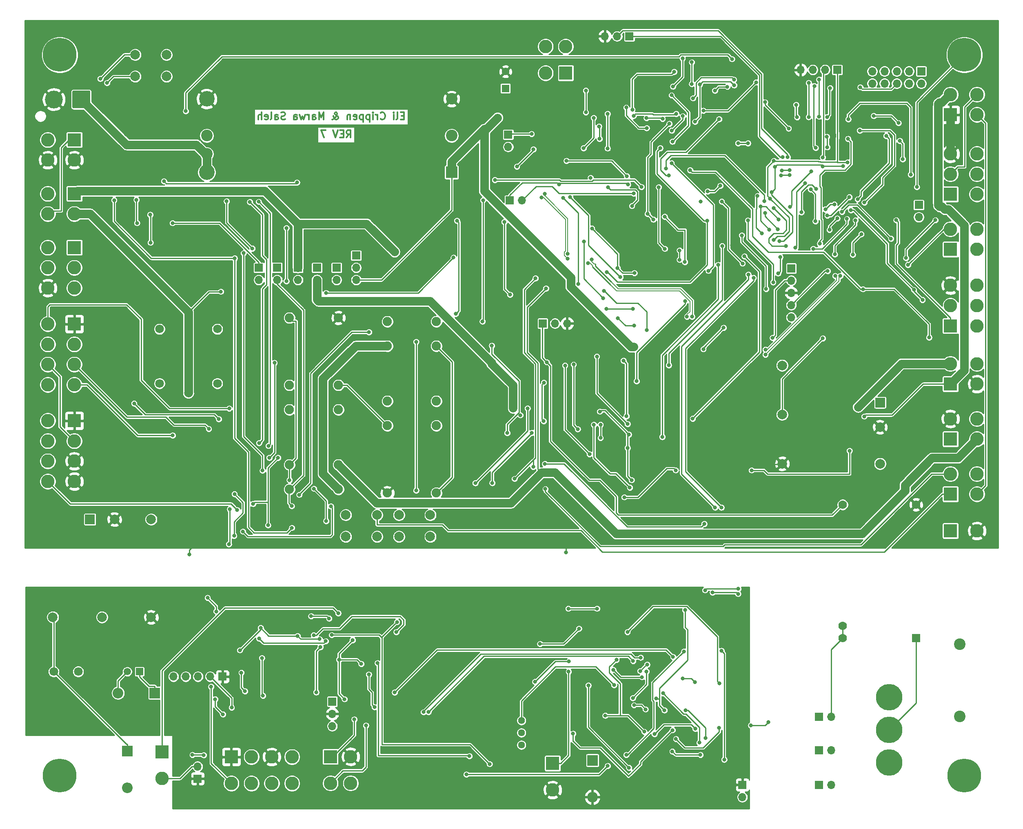
<source format=gbr>
%TF.GenerationSoftware,KiCad,Pcbnew,(5.1.9)-1*%
%TF.CreationDate,2022-03-11T17:21:42-05:00*%
%TF.ProjectId,TSI_Rev.7,5453495f-5265-4762-9e37-2e6b69636164,rev?*%
%TF.SameCoordinates,Original*%
%TF.FileFunction,Copper,L2,Bot*%
%TF.FilePolarity,Positive*%
%FSLAX46Y46*%
G04 Gerber Fmt 4.6, Leading zero omitted, Abs format (unit mm)*
G04 Created by KiCad (PCBNEW (5.1.9)-1) date 2022-03-11 17:21:42*
%MOMM*%
%LPD*%
G01*
G04 APERTURE LIST*
%TA.AperFunction,NonConductor*%
%ADD10C,0.300000*%
%TD*%
%TA.AperFunction,ComponentPad*%
%ADD11C,2.400000*%
%TD*%
%TA.AperFunction,ComponentPad*%
%ADD12C,3.226000*%
%TD*%
%TA.AperFunction,ComponentPad*%
%ADD13R,2.400000X2.400000*%
%TD*%
%TA.AperFunction,ComponentPad*%
%ADD14C,2.000000*%
%TD*%
%TA.AperFunction,ComponentPad*%
%ADD15R,2.000000X2.000000*%
%TD*%
%TA.AperFunction,ComponentPad*%
%ADD16O,1.700000X1.700000*%
%TD*%
%TA.AperFunction,ComponentPad*%
%ADD17R,1.700000X1.700000*%
%TD*%
%TA.AperFunction,ComponentPad*%
%ADD18C,2.800000*%
%TD*%
%TA.AperFunction,ComponentPad*%
%ADD19R,2.800000X2.800000*%
%TD*%
%TA.AperFunction,ComponentPad*%
%ADD20C,1.778000*%
%TD*%
%TA.AperFunction,ComponentPad*%
%ADD21R,1.778000X1.778000*%
%TD*%
%TA.AperFunction,ComponentPad*%
%ADD22R,2.200000X2.200000*%
%TD*%
%TA.AperFunction,ComponentPad*%
%ADD23O,2.200000X2.200000*%
%TD*%
%TA.AperFunction,ComponentPad*%
%ADD24C,5.500000*%
%TD*%
%TA.AperFunction,ComponentPad*%
%ADD25C,1.808000*%
%TD*%
%TA.AperFunction,ComponentPad*%
%ADD26C,7.000000*%
%TD*%
%TA.AperFunction,ComponentPad*%
%ADD27C,1.905000*%
%TD*%
%TA.AperFunction,ComponentPad*%
%ADD28C,1.600000*%
%TD*%
%TA.AperFunction,ComponentPad*%
%ADD29R,1.600000X1.600000*%
%TD*%
%TA.AperFunction,ComponentPad*%
%ADD30C,1.508000*%
%TD*%
%TA.AperFunction,ComponentPad*%
%ADD31R,1.508000X1.508000*%
%TD*%
%TA.AperFunction,ComponentPad*%
%ADD32C,1.800000*%
%TD*%
%TA.AperFunction,ComponentPad*%
%ADD33C,1.440000*%
%TD*%
%TA.AperFunction,ComponentPad*%
%ADD34C,3.700000*%
%TD*%
%TA.AperFunction,ViaPad*%
%ADD35C,0.800000*%
%TD*%
%TA.AperFunction,Conductor*%
%ADD36C,0.250000*%
%TD*%
%TA.AperFunction,Conductor*%
%ADD37C,1.800000*%
%TD*%
%TA.AperFunction,Conductor*%
%ADD38C,0.200000*%
%TD*%
%TA.AperFunction,Conductor*%
%ADD39C,1.000000*%
%TD*%
%TA.AperFunction,Conductor*%
%ADD40C,0.254000*%
%TD*%
%TA.AperFunction,Conductor*%
%ADD41C,0.100000*%
%TD*%
G04 APERTURE END LIST*
D10*
X179343542Y-73248057D02*
X178843542Y-73248057D01*
X178629257Y-74033771D02*
X179343542Y-74033771D01*
X179343542Y-72533771D01*
X178629257Y-72533771D01*
X177772114Y-74033771D02*
X177914971Y-73962342D01*
X177986400Y-73819485D01*
X177986400Y-72533771D01*
X177200685Y-74033771D02*
X177200685Y-73033771D01*
X177200685Y-72533771D02*
X177272114Y-72605200D01*
X177200685Y-72676628D01*
X177129257Y-72605200D01*
X177200685Y-72533771D01*
X177200685Y-72676628D01*
X174486400Y-73890914D02*
X174557828Y-73962342D01*
X174772114Y-74033771D01*
X174914971Y-74033771D01*
X175129257Y-73962342D01*
X175272114Y-73819485D01*
X175343542Y-73676628D01*
X175414971Y-73390914D01*
X175414971Y-73176628D01*
X175343542Y-72890914D01*
X175272114Y-72748057D01*
X175129257Y-72605200D01*
X174914971Y-72533771D01*
X174772114Y-72533771D01*
X174557828Y-72605200D01*
X174486400Y-72676628D01*
X173843542Y-74033771D02*
X173843542Y-73033771D01*
X173843542Y-73319485D02*
X173772114Y-73176628D01*
X173700685Y-73105200D01*
X173557828Y-73033771D01*
X173414971Y-73033771D01*
X172914971Y-74033771D02*
X172914971Y-73033771D01*
X172914971Y-72533771D02*
X172986400Y-72605200D01*
X172914971Y-72676628D01*
X172843542Y-72605200D01*
X172914971Y-72533771D01*
X172914971Y-72676628D01*
X172200685Y-73033771D02*
X172200685Y-74533771D01*
X172200685Y-73105200D02*
X172057828Y-73033771D01*
X171772114Y-73033771D01*
X171629257Y-73105200D01*
X171557828Y-73176628D01*
X171486400Y-73319485D01*
X171486400Y-73748057D01*
X171557828Y-73890914D01*
X171629257Y-73962342D01*
X171772114Y-74033771D01*
X172057828Y-74033771D01*
X172200685Y-73962342D01*
X170843542Y-73033771D02*
X170843542Y-74533771D01*
X170843542Y-73105200D02*
X170700685Y-73033771D01*
X170414971Y-73033771D01*
X170272114Y-73105200D01*
X170200685Y-73176628D01*
X170129257Y-73319485D01*
X170129257Y-73748057D01*
X170200685Y-73890914D01*
X170272114Y-73962342D01*
X170414971Y-74033771D01*
X170700685Y-74033771D01*
X170843542Y-73962342D01*
X168914971Y-73962342D02*
X169057828Y-74033771D01*
X169343542Y-74033771D01*
X169486400Y-73962342D01*
X169557828Y-73819485D01*
X169557828Y-73248057D01*
X169486400Y-73105200D01*
X169343542Y-73033771D01*
X169057828Y-73033771D01*
X168914971Y-73105200D01*
X168843542Y-73248057D01*
X168843542Y-73390914D01*
X169557828Y-73533771D01*
X168200685Y-73033771D02*
X168200685Y-74033771D01*
X168200685Y-73176628D02*
X168129257Y-73105200D01*
X167986400Y-73033771D01*
X167772114Y-73033771D01*
X167629257Y-73105200D01*
X167557828Y-73248057D01*
X167557828Y-74033771D01*
X164486400Y-74033771D02*
X164557828Y-74033771D01*
X164700685Y-73962342D01*
X164914971Y-73748057D01*
X165272114Y-73319485D01*
X165414971Y-73105200D01*
X165486400Y-72890914D01*
X165486400Y-72748057D01*
X165414971Y-72605200D01*
X165272114Y-72533771D01*
X165200685Y-72533771D01*
X165057828Y-72605200D01*
X164986400Y-72748057D01*
X164986400Y-72819485D01*
X165057828Y-72962342D01*
X165129257Y-73033771D01*
X165557828Y-73319485D01*
X165629257Y-73390914D01*
X165700685Y-73533771D01*
X165700685Y-73748057D01*
X165629257Y-73890914D01*
X165557828Y-73962342D01*
X165414971Y-74033771D01*
X165200685Y-74033771D01*
X165057828Y-73962342D01*
X164986400Y-73890914D01*
X164772114Y-73605200D01*
X164700685Y-73390914D01*
X164700685Y-73248057D01*
X162700685Y-74033771D02*
X162700685Y-72533771D01*
X162200685Y-73605200D01*
X161700685Y-72533771D01*
X161700685Y-74033771D01*
X160343542Y-74033771D02*
X160343542Y-73248057D01*
X160414971Y-73105200D01*
X160557828Y-73033771D01*
X160843542Y-73033771D01*
X160986400Y-73105200D01*
X160343542Y-73962342D02*
X160486400Y-74033771D01*
X160843542Y-74033771D01*
X160986400Y-73962342D01*
X161057828Y-73819485D01*
X161057828Y-73676628D01*
X160986400Y-73533771D01*
X160843542Y-73462342D01*
X160486400Y-73462342D01*
X160343542Y-73390914D01*
X159629257Y-74033771D02*
X159629257Y-73033771D01*
X159629257Y-73319485D02*
X159557828Y-73176628D01*
X159486400Y-73105200D01*
X159343542Y-73033771D01*
X159200685Y-73033771D01*
X158843542Y-73033771D02*
X158557828Y-74033771D01*
X158272114Y-73319485D01*
X157986400Y-74033771D01*
X157700685Y-73033771D01*
X156486400Y-74033771D02*
X156486400Y-73248057D01*
X156557828Y-73105200D01*
X156700685Y-73033771D01*
X156986400Y-73033771D01*
X157129257Y-73105200D01*
X156486400Y-73962342D02*
X156629257Y-74033771D01*
X156986400Y-74033771D01*
X157129257Y-73962342D01*
X157200685Y-73819485D01*
X157200685Y-73676628D01*
X157129257Y-73533771D01*
X156986400Y-73462342D01*
X156629257Y-73462342D01*
X156486400Y-73390914D01*
X154700685Y-73962342D02*
X154486400Y-74033771D01*
X154129257Y-74033771D01*
X153986400Y-73962342D01*
X153914971Y-73890914D01*
X153843542Y-73748057D01*
X153843542Y-73605200D01*
X153914971Y-73462342D01*
X153986400Y-73390914D01*
X154129257Y-73319485D01*
X154414971Y-73248057D01*
X154557828Y-73176628D01*
X154629257Y-73105200D01*
X154700685Y-72962342D01*
X154700685Y-72819485D01*
X154629257Y-72676628D01*
X154557828Y-72605200D01*
X154414971Y-72533771D01*
X154057828Y-72533771D01*
X153843542Y-72605200D01*
X152557828Y-74033771D02*
X152557828Y-73248057D01*
X152629257Y-73105200D01*
X152772114Y-73033771D01*
X153057828Y-73033771D01*
X153200685Y-73105200D01*
X152557828Y-73962342D02*
X152700685Y-74033771D01*
X153057828Y-74033771D01*
X153200685Y-73962342D01*
X153272114Y-73819485D01*
X153272114Y-73676628D01*
X153200685Y-73533771D01*
X153057828Y-73462342D01*
X152700685Y-73462342D01*
X152557828Y-73390914D01*
X151629257Y-74033771D02*
X151772114Y-73962342D01*
X151843542Y-73819485D01*
X151843542Y-72533771D01*
X150486400Y-73962342D02*
X150629257Y-74033771D01*
X150914971Y-74033771D01*
X151057828Y-73962342D01*
X151129257Y-73819485D01*
X151129257Y-73248057D01*
X151057828Y-73105200D01*
X150914971Y-73033771D01*
X150629257Y-73033771D01*
X150486400Y-73105200D01*
X150414971Y-73248057D01*
X150414971Y-73390914D01*
X151129257Y-73533771D01*
X149772114Y-74033771D02*
X149772114Y-72533771D01*
X149129257Y-74033771D02*
X149129257Y-73248057D01*
X149200685Y-73105200D01*
X149343542Y-73033771D01*
X149557828Y-73033771D01*
X149700685Y-73105200D01*
X149772114Y-73176628D01*
X167420657Y-77767571D02*
X167920657Y-77053285D01*
X168277800Y-77767571D02*
X168277800Y-76267571D01*
X167706371Y-76267571D01*
X167563514Y-76339000D01*
X167492085Y-76410428D01*
X167420657Y-76553285D01*
X167420657Y-76767571D01*
X167492085Y-76910428D01*
X167563514Y-76981857D01*
X167706371Y-77053285D01*
X168277800Y-77053285D01*
X166777800Y-76981857D02*
X166277800Y-76981857D01*
X166063514Y-77767571D02*
X166777800Y-77767571D01*
X166777800Y-76267571D01*
X166063514Y-76267571D01*
X165634942Y-76267571D02*
X165134942Y-77767571D01*
X164634942Y-76267571D01*
X163134942Y-76267571D02*
X162134942Y-76267571D01*
X162777800Y-77767571D01*
D11*
%TO.P,PS2,3*%
%TO.N,/AIRS-*%
X189230000Y-69748400D03*
D12*
%TO.P,PS2,4*%
X138430000Y-69748400D03*
D11*
%TO.P,PS2,2*%
%TO.N,/Cooling_CTRL*%
X189230000Y-77368400D03*
D13*
%TO.P,PS2,1*%
%TO.N,/COOL_24V*%
X189230000Y-84988400D03*
D12*
%TO.P,PS2,8*%
%TO.N,/12V_Cooling*%
X138430000Y-84988400D03*
D11*
%TO.P,PS2,6*%
%TO.N,Net-(PS2-Pad6)*%
X138430000Y-77368400D03*
%TO.P,PS2,7*%
%TO.N,/12V_Cooling*%
X138430000Y-81178400D03*
%TD*%
D14*
%TO.P,PS1,6*%
%TO.N,Net-(PS1-Pad6)*%
X126888000Y-157007000D03*
%TO.P,PS1,5*%
%TO.N,/IO_Ground*%
X126888000Y-177307000D03*
%TO.P,PS1,4*%
%TO.N,Net-(PS1-Pad4)*%
X116688000Y-177307000D03*
%TO.P,PS1,3*%
%TO.N,/PC_RELAY+*%
X106488000Y-177307000D03*
%TO.P,PS1,2*%
%TO.N,/AIRS-*%
X119288000Y-157007000D03*
D15*
%TO.P,PS1,1*%
%TO.N,/24V*%
X114188000Y-157007000D03*
%TD*%
D16*
%TO.P,JP12,2*%
%TO.N,/BOT_Out*%
X157353000Y-107315000D03*
D17*
%TO.P,JP12,1*%
%TO.N,/SL1_Out*%
X157353000Y-104775000D03*
%TD*%
D18*
%TO.P,J20,6*%
%TO.N,Net-(J20-Pad6)*%
X298235000Y-108440000D03*
%TO.P,J20,5*%
%TO.N,/AIRS-*%
X298235000Y-112640000D03*
%TO.P,J20,4*%
%TO.N,/CoolTemp_In*%
X298235000Y-116840000D03*
%TO.P,J20,3*%
%TO.N,/AIRS-*%
X292735000Y-108440000D03*
%TO.P,J20,2*%
%TO.N,/5V*%
X292735000Y-112640000D03*
D19*
%TO.P,J20,1*%
%TO.N,/Flowrate*%
X292735000Y-116840000D03*
%TD*%
D15*
%TO.P,U38,1*%
%TO.N,/24V*%
X278120000Y-132755000D03*
D14*
%TO.P,U38,2*%
%TO.N,/AIRS-*%
X278120000Y-137855000D03*
%TO.P,U38,3*%
%TO.N,/10V*%
X257820000Y-125055000D03*
%TO.P,U38,4*%
%TO.N,/5V*%
X257820000Y-135255000D03*
%TO.P,U38,5*%
%TO.N,/AIRS-*%
X257820000Y-145455000D03*
%TO.P,U38,6*%
%TO.N,Net-(U38-Pad6)*%
X278120000Y-145455000D03*
%TD*%
D19*
%TO.P,J11,1*%
%TO.N,/24V*%
X292735000Y-140335000D03*
D18*
%TO.P,J11,2*%
%TO.N,/AIRS-*%
X292735000Y-136135000D03*
%TO.P,J11,3*%
%TO.N,/SL1_In*%
X298235000Y-140335000D03*
%TO.P,J11,4*%
%TO.N,/COOL_24V*%
X298235000Y-136135000D03*
%TD*%
D17*
%TO.P,JP3,1*%
%TO.N,/CAN_Shield*%
X286156400Y-91744800D03*
D16*
%TO.P,JP3,2*%
%TO.N,/Chassis_GND*%
X286156400Y-94284800D03*
%TD*%
D20*
%TO.P,U1,12*%
%TO.N,/AIRS-*%
X285598000Y-153949000D03*
%TO.P,U1,13*%
%TO.N,/TSAL*%
X270358000Y-153949000D03*
%TO.P,U1,23*%
%TO.N,/HV-*%
X270358000Y-179095000D03*
%TO.P,U1,24*%
X270358000Y-181635000D03*
D21*
%TO.P,U1,1*%
%TO.N,/HV+*%
X285598000Y-181635000D03*
%TD*%
D11*
%TO.P,C14,1*%
%TO.N,/HV+*%
X294640000Y-182880000D03*
%TO.P,C14,2*%
%TO.N,/HV-*%
X294640000Y-197880000D03*
%TD*%
D22*
%TO.P,D8,1*%
%TO.N,/5HV*%
X127635000Y-193040000D03*
D23*
%TO.P,D8,2*%
%TO.N,Net-(D7-Pad1)*%
X120015000Y-193040000D03*
%TD*%
D22*
%TO.P,D12,1*%
%TO.N,/DC_RELAY+*%
X218440000Y-207010000D03*
D23*
%TO.P,D12,2*%
%TO.N,/IO_Ground*%
X218440000Y-214630000D03*
%TD*%
%TO.P,D13,2*%
%TO.N,/PC_RELAY-*%
X121920000Y-212725000D03*
D22*
%TO.P,D13,1*%
%TO.N,/PC_RELAY+*%
X121920000Y-205105000D03*
%TD*%
D24*
%TO.P,J1,1*%
%TO.N,/MC+*%
X280010000Y-207430000D03*
%TO.P,J1,2*%
%TO.N,/HV+*%
X280010000Y-200660000D03*
%TO.P,J1,3*%
%TO.N,/HV-*%
X280010000Y-193890000D03*
%TD*%
D18*
%TO.P,J7,8*%
%TO.N,/IMD_Status*%
X105447000Y-149125000D03*
%TO.P,J7,7*%
%TO.N,Net-(J7-Pad7)*%
X105447000Y-144925000D03*
%TO.P,J7,6*%
%TO.N,Net-(J7-Pad6)*%
X105447000Y-140725000D03*
%TO.P,J7,5*%
%TO.N,/IMD_MHS*%
X105447000Y-136525000D03*
%TO.P,J7,4*%
%TO.N,/AIRS-*%
X110947000Y-149125000D03*
%TO.P,J7,3*%
X110947000Y-144925000D03*
%TO.P,J7,2*%
%TO.N,/24V*%
X110947000Y-140725000D03*
D19*
%TO.P,J7,1*%
%TO.N,/AIRS-*%
X110947000Y-136525000D03*
%TD*%
D18*
%TO.P,J9,4*%
%TO.N,Net-(J9-Pad4)*%
X298235000Y-96765000D03*
%TO.P,J9,3*%
%TO.N,/AIRS-*%
X298235000Y-100965000D03*
%TO.P,J9,2*%
%TO.N,/Drive_LED*%
X292735000Y-96765000D03*
D19*
%TO.P,J9,1*%
%TO.N,/Drive_BTN*%
X292735000Y-100965000D03*
%TD*%
%TO.P,J12,1*%
%TO.N,/AIRS-*%
X110947000Y-116459000D03*
D18*
%TO.P,J12,2*%
%TO.N,/Safety_Loop_EPAL*%
X110947000Y-120659000D03*
%TO.P,J12,3*%
%TO.N,/GEN_FAULT_EPAL*%
X110947000Y-124859000D03*
%TO.P,J12,4*%
%TO.N,/TSAL*%
X110947000Y-129059000D03*
%TO.P,J12,5*%
%TO.N,/IMD_FAULT_LED*%
X105447000Y-116459000D03*
%TO.P,J12,6*%
%TO.N,/AMS_FAULT_LED*%
X105447000Y-120659000D03*
%TO.P,J12,7*%
%TO.N,/24V*%
X105447000Y-124859000D03*
%TO.P,J12,8*%
%TO.N,Net-(J12-Pad8)*%
X105447000Y-129059000D03*
%TD*%
%TO.P,J13,4*%
%TO.N,/24V*%
X298235000Y-68825000D03*
%TO.P,J13,3*%
%TO.N,/24V_AMS_RTN*%
X298235000Y-73025000D03*
%TO.P,J13,2*%
%TO.N,/AIRS+*%
X292735000Y-68825000D03*
D19*
%TO.P,J13,1*%
%TO.N,/AIRS-*%
X292735000Y-73025000D03*
%TD*%
%TO.P,J14,1*%
%TO.N,/AIRS+*%
X292735000Y-128905000D03*
D18*
%TO.P,J14,2*%
%TO.N,/MRESET_Contact*%
X292735000Y-124705000D03*
%TO.P,J14,3*%
%TO.N,/AIRS-*%
X298235000Y-128905000D03*
%TO.P,J14,4*%
%TO.N,Net-(J14-Pad4)*%
X298235000Y-124705000D03*
%TD*%
D19*
%TO.P,J16,1*%
%TO.N,/TSAL*%
X292735000Y-159385000D03*
D18*
%TO.P,J16,2*%
%TO.N,/AIRS-*%
X298235000Y-159385000D03*
%TD*%
D19*
%TO.P,J17,1*%
%TO.N,/10V*%
X110947000Y-100584000D03*
D18*
%TO.P,J17,2*%
%TO.N,/APPS1*%
X110947000Y-104784000D03*
%TO.P,J17,3*%
%TO.N,/APPS1_RTN*%
X110947000Y-108984000D03*
%TO.P,J17,4*%
X105447000Y-100584000D03*
%TO.P,J17,5*%
%TO.N,/APPS2*%
X105447000Y-104784000D03*
%TO.P,J17,6*%
%TO.N,/AIRS-*%
X105447000Y-108984000D03*
%TD*%
%TO.P,J18,4*%
%TO.N,/BRAKE_OUT*%
X105447000Y-93608000D03*
%TO.P,J18,3*%
%TO.N,/AIRS+*%
X105447000Y-89408000D03*
%TO.P,J18,2*%
%TO.N,/BOT_Out*%
X110947000Y-93608000D03*
D19*
%TO.P,J18,1*%
%TO.N,/SL1_Out*%
X110947000Y-89408000D03*
%TD*%
%TO.P,J19,1*%
%TO.N,/BRAKE_OUT*%
X110947000Y-78232000D03*
D18*
%TO.P,J19,2*%
%TO.N,/AIRS-*%
X110947000Y-82432000D03*
%TO.P,J19,3*%
%TO.N,/RTDS*%
X105447000Y-78232000D03*
%TO.P,J19,4*%
%TO.N,/AIRS-*%
X105447000Y-82432000D03*
%TD*%
D19*
%TO.P,J5,1*%
%TO.N,/DC_RELAY+*%
X210185000Y-207645000D03*
D18*
%TO.P,J5,2*%
%TO.N,/IO_Ground*%
X210185000Y-213145000D03*
%TD*%
D16*
%TO.P,JP4,2*%
%TO.N,Net-(D7-Pad1)*%
X249555000Y-214630000D03*
D17*
%TO.P,JP4,1*%
%TO.N,/IO_Ground*%
X249555000Y-212090000D03*
%TD*%
%TO.P,JP5,1*%
%TO.N,/IO_Ground*%
X136525000Y-210820000D03*
D16*
%TO.P,JP5,2*%
%TO.N,/PC_RELAY-*%
X136525000Y-208280000D03*
%TD*%
D25*
%TO.P,K2,1*%
%TO.N,/BOT_Out*%
X134620000Y-130799998D03*
%TO.P,K2,2*%
%TO.N,/24V*%
X140619999Y-128799996D03*
%TO.P,K2,3*%
%TO.N,Net-(K2-Pad3)*%
X140619999Y-117500001D03*
%TO.P,K2,4*%
%TO.N,/MRESET_Contact*%
X128620001Y-117500001D03*
%TO.P,K2,5*%
%TO.N,/Relays_Cooling_Voltage_Refs/SR_CTRL_Boosted*%
X128620001Y-128799996D03*
%TD*%
D26*
%TO.P,U14,1*%
%TO.N,N/C*%
X107915000Y-210207000D03*
%TD*%
%TO.P,U15,1*%
%TO.N,N/C*%
X107915000Y-60607000D03*
%TD*%
%TO.P,U17,1*%
%TO.N,/Chassis_GND*%
X295615000Y-60607000D03*
%TD*%
%TO.P,U2,1*%
%TO.N,N/C*%
X295615000Y-210207000D03*
%TD*%
D27*
%TO.P,K3,2*%
%TO.N,/AIRS-*%
X165735000Y-115176300D03*
%TO.P,K3,5*%
%TO.N,/24V*%
X165735000Y-129146300D03*
%TO.P,K3,6*%
%TO.N,/IMD_FAULT_LED*%
X165735000Y-134239000D03*
%TO.P,K3,9*%
%TO.N,/SL1_In*%
X165735000Y-145669000D03*
%TO.P,K3,10*%
%TO.N,/Relays_Cooling_Voltage_Refs/SL1_IMD_Out*%
X165735000Y-150749000D03*
%TO.P,K3,8*%
%TO.N,/IMD_Status*%
X155575000Y-150749000D03*
%TO.P,K3,7*%
%TO.N,/IMD_Button_RTN*%
X155575000Y-145669000D03*
%TO.P,K3,4*%
%TO.N,Net-(K3-Pad4)*%
X155575000Y-134239000D03*
%TO.P,K3,3*%
%TO.N,Net-(K3-Pad3)*%
X155575000Y-129146300D03*
%TO.P,K3,1*%
%TO.N,/IMD_Button_RTN*%
X155575000Y-115176300D03*
%TD*%
%TO.P,K4,1*%
%TO.N,/AMS_Button_RTN*%
X186055000Y-151523700D03*
%TO.P,K4,3*%
%TO.N,Net-(K4-Pad3)*%
X186055000Y-137553700D03*
%TO.P,K4,4*%
%TO.N,Net-(K4-Pad4)*%
X186055000Y-132461000D03*
%TO.P,K4,7*%
%TO.N,/AMS_Button_RTN*%
X186055000Y-121031000D03*
%TO.P,K4,8*%
%TO.N,/24V_AMS_RTN*%
X186055000Y-115951000D03*
%TO.P,K4,10*%
%TO.N,/SL1_Out*%
X175895000Y-115951000D03*
%TO.P,K4,9*%
%TO.N,/Relays_Cooling_Voltage_Refs/SL1_IMD_Out*%
X175895000Y-121031000D03*
%TO.P,K4,6*%
%TO.N,/AMS_FAULT_LED*%
X175895000Y-132461000D03*
%TO.P,K4,5*%
%TO.N,/24V*%
X175895000Y-137553700D03*
%TO.P,K4,2*%
%TO.N,/AIRS-*%
X175895000Y-151523700D03*
%TD*%
D18*
%TO.P,J8,6*%
%TO.N,/CAN_Shield*%
X298235000Y-81135000D03*
%TO.P,J8,5*%
%TO.N,/BP_CAN+*%
X298235000Y-85335000D03*
%TO.P,J8,4*%
%TO.N,/BP_CAN-*%
X298235000Y-89535000D03*
%TO.P,J8,3*%
%TO.N,/AIRS-*%
X292735000Y-81135000D03*
%TO.P,J8,2*%
%TO.N,/24V*%
X292735000Y-85335000D03*
D19*
%TO.P,J8,1*%
%TO.N,/Chassis_GND*%
X292735000Y-89535000D03*
%TD*%
D18*
%TO.P,J2,8*%
%TO.N,Net-(J2-Pad8)*%
X156110000Y-211799000D03*
%TO.P,J2,7*%
%TO.N,/FW*%
X151910000Y-211799000D03*
%TO.P,J2,6*%
%TO.N,/RW*%
X147710000Y-211799000D03*
%TO.P,J2,5*%
%TO.N,/Throttle_HV*%
X143510000Y-211799000D03*
%TO.P,J2,4*%
%TO.N,Net-(J2-Pad4)*%
X156110000Y-206299000D03*
%TO.P,J2,3*%
%TO.N,/IO_Ground*%
X151910000Y-206299000D03*
%TO.P,J2,2*%
%TO.N,/IGNI_VCC*%
X147710000Y-206299000D03*
D19*
%TO.P,J2,1*%
%TO.N,/IO_Ground*%
X143510000Y-206299000D03*
%TD*%
D18*
%TO.P,J4,2*%
%TO.N,/PC_RELAY-*%
X129134000Y-210757000D03*
D19*
%TO.P,J4,1*%
%TO.N,/PC_RELAY+*%
X129134000Y-205257000D03*
%TD*%
%TO.P,J21,1*%
%TO.N,/IMD_Status*%
X292735000Y-151765000D03*
D18*
%TO.P,J21,2*%
%TO.N,/IMD_Button_RTN*%
X292735000Y-147565000D03*
%TO.P,J21,3*%
%TO.N,/24V_AMS_RTN*%
X298235000Y-151765000D03*
%TO.P,J21,4*%
%TO.N,/AMS_Button_RTN*%
X298235000Y-147565000D03*
%TD*%
D28*
%TO.P,C13,2*%
%TO.N,/AIRS-*%
X200406000Y-64064000D03*
D29*
%TO.P,C13,1*%
%TO.N,/COOL_24V*%
X200406000Y-67564000D03*
%TD*%
D30*
%TO.P,K1,C2*%
%TO.N,Net-(D7-Pad1)*%
X121920000Y-188595000D03*
D31*
%TO.P,K1,C1*%
%TO.N,/5HV*%
X124460000Y-188595000D03*
D32*
%TO.P,K1,M*%
%TO.N,/PC_RELAY+*%
X106680000Y-188595000D03*
%TO.P,K1,NO*%
%TO.N,/IGNI_VCC*%
X111760000Y-188595000D03*
%TD*%
D17*
%TO.P,JP6,1*%
%TO.N,Net-(JP6-Pad1)*%
X265430000Y-212090000D03*
D16*
%TO.P,JP6,2*%
%TO.N,/MC+*%
X267970000Y-212090000D03*
%TD*%
%TO.P,JP7,2*%
%TO.N,/HV+*%
X267970000Y-204927200D03*
D17*
%TO.P,JP7,1*%
%TO.N,Net-(JP7-Pad1)*%
X265430000Y-204927200D03*
%TD*%
D16*
%TO.P,JP8,2*%
%TO.N,/HV-*%
X267970000Y-197967600D03*
D17*
%TO.P,JP8,1*%
%TO.N,Net-(JP8-Pad1)*%
X265430000Y-197967600D03*
%TD*%
D16*
%TO.P,JP11,2*%
%TO.N,/IMD_Status*%
X153035000Y-107315000D03*
D17*
%TO.P,JP11,1*%
%TO.N,/24V*%
X153035000Y-104775000D03*
%TD*%
D33*
%TO.P,RV1,3*%
%TO.N,Net-(RV1-Pad3)*%
X203708000Y-198755000D03*
%TO.P,RV1,2*%
%TO.N,Net-(RV1-Pad2)*%
X203708000Y-201295000D03*
%TO.P,RV1,1*%
%TO.N,Net-(R72-Pad2)*%
X203708000Y-203835000D03*
%TD*%
D16*
%TO.P,JP10,2*%
%TO.N,/24V_AMS_RTN*%
X149225000Y-107315000D03*
D17*
%TO.P,JP10,1*%
%TO.N,/24V*%
X149225000Y-104775000D03*
%TD*%
D16*
%TO.P,JP13,2*%
%TO.N,/MRESET_Contact*%
X161290000Y-107315000D03*
D17*
%TO.P,JP13,1*%
%TO.N,/AIRS+*%
X161290000Y-104775000D03*
%TD*%
D16*
%TO.P,JP15,3*%
%TO.N,/COOL_24V*%
X169418000Y-107315000D03*
%TO.P,JP15,2*%
%TO.N,/24V*%
X169418000Y-104775000D03*
D17*
%TO.P,JP15,1*%
%TO.N,/SL1_In*%
X169418000Y-102235000D03*
%TD*%
D18*
%TO.P,J3,4*%
%TO.N,Net-(J3-Pad4)*%
X168284000Y-211748000D03*
%TO.P,J3,3*%
%TO.N,/RW*%
X164084000Y-211748000D03*
%TO.P,J3,2*%
%TO.N,/IO_Ground*%
X168284000Y-206248000D03*
D19*
%TO.P,J3,1*%
%TO.N,/FW*%
X164084000Y-206248000D03*
%TD*%
D14*
%TO.P,SW2,1*%
%TO.N,/IMD_Status*%
X173759000Y-156083000D03*
%TO.P,SW2,2*%
%TO.N,/IMD_Button_RTN*%
X173759000Y-160583000D03*
%TO.P,SW2,1*%
%TO.N,/IMD_Status*%
X167259000Y-156083000D03*
%TO.P,SW2,2*%
%TO.N,/IMD_Button_RTN*%
X167259000Y-160583000D03*
%TD*%
%TO.P,SW3,2*%
%TO.N,/AMS_Button_RTN*%
X178308000Y-160583000D03*
%TO.P,SW3,1*%
%TO.N,/24V_AMS_RTN*%
X178308000Y-156083000D03*
%TO.P,SW3,2*%
%TO.N,/AMS_Button_RTN*%
X184808000Y-160583000D03*
%TO.P,SW3,1*%
%TO.N,/24V_AMS_RTN*%
X184808000Y-156083000D03*
%TD*%
%TO.P,SW4,2*%
%TO.N,/24V*%
X123571000Y-65079000D03*
%TO.P,SW4,1*%
%TO.N,/RTDS*%
X123571000Y-60579000D03*
%TO.P,SW4,2*%
%TO.N,/24V*%
X130071000Y-65079000D03*
%TO.P,SW4,1*%
%TO.N,/RTDS*%
X130071000Y-60579000D03*
%TD*%
D17*
%TO.P,JP14,1*%
%TO.N,/AIRS+*%
X165354000Y-104775000D03*
D16*
%TO.P,JP14,2*%
%TO.N,/24V*%
X165354000Y-107315000D03*
%TD*%
D17*
%TO.P,JP2,1*%
%TO.N,/FW*%
X164465000Y-194818000D03*
D16*
%TO.P,JP2,2*%
%TO.N,/IO_Ground*%
X164465000Y-197358000D03*
%TO.P,JP2,3*%
%TO.N,/RW*%
X164465000Y-199898000D03*
%TD*%
D34*
%TO.P,J10,2*%
%TO.N,/AIRS-*%
X106695000Y-69850000D03*
%TO.P,J10,1*%
%TO.N,/12V_Cooling*%
%TA.AperFunction,ComponentPad*%
G36*
G01*
X110795000Y-68000000D02*
X113995000Y-68000000D01*
G75*
G02*
X114245000Y-68250000I0J-250000D01*
G01*
X114245000Y-71450000D01*
G75*
G02*
X113995000Y-71700000I-250000J0D01*
G01*
X110795000Y-71700000D01*
G75*
G02*
X110545000Y-71450000I0J250000D01*
G01*
X110545000Y-68250000D01*
G75*
G02*
X110795000Y-68000000I250000J0D01*
G01*
G37*
%TD.AperFunction*%
%TD*%
D18*
%TO.P,J25,4*%
%TO.N,/SR_CTRL*%
X208702800Y-58877200D03*
%TO.P,J25,3*%
%TO.N,/PI_SHIELD_RTN*%
X212902800Y-58877200D03*
%TO.P,J25,2*%
%TO.N,/BP_CAN-*%
X208702800Y-64377200D03*
D19*
%TO.P,J25,1*%
%TO.N,/BP_CAN+*%
X212902800Y-64377200D03*
%TD*%
D17*
%TO.P,J15,1*%
%TO.N,/Test_Pin0*%
X286664400Y-64008000D03*
D16*
%TO.P,J15,2*%
%TO.N,/Test_Pin1*%
X286664400Y-66548000D03*
%TO.P,J15,3*%
%TO.N,/Test_Pin2*%
X284124400Y-64008000D03*
%TO.P,J15,4*%
%TO.N,/Test_Pin3*%
X284124400Y-66548000D03*
%TO.P,J15,5*%
%TO.N,/Test_Pin4*%
X281584400Y-64008000D03*
%TO.P,J15,6*%
%TO.N,/Test_Pin5*%
X281584400Y-66548000D03*
%TO.P,J15,7*%
%TO.N,/Test_Pin6*%
X279044400Y-64008000D03*
%TO.P,J15,8*%
%TO.N,/Test_Pin7*%
X279044400Y-66548000D03*
%TO.P,J15,9*%
%TO.N,/Test_Pin8*%
X276504400Y-64008000D03*
%TO.P,J15,10*%
%TO.N,/Test_Pin9*%
X276504400Y-66548000D03*
%TD*%
D17*
%TO.P,J22,1*%
%TO.N,/SDA*%
X269240000Y-63703200D03*
D16*
%TO.P,J22,2*%
%TO.N,/SCL*%
X266700000Y-63703200D03*
%TO.P,J22,3*%
%TO.N,/3.3V*%
X264160000Y-63703200D03*
%TO.P,J22,4*%
%TO.N,/AIRS-*%
X261620000Y-63703200D03*
%TD*%
%TO.P,J23,5*%
%TO.N,/PGEC*%
X259689600Y-115062000D03*
%TO.P,J23,4*%
%TO.N,/PGED*%
X259689600Y-112522000D03*
%TO.P,J23,3*%
%TO.N,/AIRS-*%
X259689600Y-109982000D03*
%TO.P,J23,2*%
%TO.N,/3.3V*%
X259689600Y-107442000D03*
D17*
%TO.P,J23,1*%
%TO.N,/~MCLR*%
X259689600Y-104902000D03*
%TD*%
%TO.P,J24,1*%
%TO.N,/UART_TXD*%
X226110800Y-56743600D03*
D16*
%TO.P,J24,2*%
%TO.N,/UART_RXD*%
X223570800Y-56743600D03*
%TO.P,J24,3*%
%TO.N,/AIRS-*%
X221030800Y-56743600D03*
%TD*%
D17*
%TO.P,J29,1*%
%TO.N,/IO_Ground*%
X141681200Y-189636400D03*
D16*
%TO.P,J29,2*%
%TO.N,/PCDC_Circuit/TSV_Ready*%
X139141200Y-189636400D03*
%TO.P,J29,3*%
%TO.N,/PCDC_Circuit/MC_95\u0025*%
X136601200Y-189636400D03*
%TO.P,J29,4*%
%TO.N,/PCDC_Circuit/Safety_Loop_HV*%
X134061200Y-189636400D03*
%TO.P,J29,5*%
%TO.N,/PCDC_Circuit/PC_Control*%
X131521200Y-189636400D03*
%TD*%
D17*
%TO.P,JP9,1*%
%TO.N,/5V*%
X201295000Y-90805000D03*
D16*
%TO.P,JP9,2*%
%TO.N,/Cooling_CTRL*%
X203835000Y-90805000D03*
%TD*%
D17*
%TO.P,J27,1*%
%TO.N,Net-(J27-Pad1)*%
X200964800Y-77139800D03*
D16*
%TO.P,J27,2*%
%TO.N,/BP_CAN-*%
X200964800Y-79679800D03*
%TD*%
D17*
%TO.P,J28,1*%
%TO.N,/TSAL*%
X208127600Y-116332000D03*
D16*
%TO.P,J28,2*%
%TO.N,/Pedal_Out*%
X210667600Y-116332000D03*
%TO.P,J28,3*%
%TO.N,/AIRS-*%
X213207600Y-116332000D03*
%TD*%
D35*
%TO.N,/3.3V*%
X202282000Y-148572000D03*
X229698000Y-117694000D03*
%TO.N,/5V*%
X203480000Y-135379000D03*
X219964000Y-134620000D03*
X225740000Y-142171000D03*
X200769000Y-139084000D03*
X225995000Y-139371000D03*
X226568000Y-148844000D03*
%TO.N,/AIRS-*%
X212956000Y-163832000D03*
X280358000Y-136649000D03*
X247396000Y-100076000D03*
X131622800Y-81280000D03*
X238057500Y-78376400D03*
X222870000Y-133266000D03*
X276090000Y-121665000D03*
X233682000Y-99416400D03*
X140707000Y-161266000D03*
X117919000Y-152547000D03*
X223852000Y-99740200D03*
X285370000Y-129121000D03*
X252051000Y-141309000D03*
X274653000Y-116374000D03*
X208846000Y-134604000D03*
X149940000Y-157396000D03*
X125773000Y-73575800D03*
X234012000Y-140970000D03*
X216482000Y-136064000D03*
X226154400Y-78412900D03*
X221888000Y-98037600D03*
X280240000Y-115028000D03*
X137160000Y-152766000D03*
X157401000Y-155651000D03*
X134788000Y-164282000D03*
X126326000Y-81334500D03*
X199491000Y-132694000D03*
X195127000Y-132972000D03*
X222084000Y-139491000D03*
X118987000Y-126385000D03*
X214695000Y-155738000D03*
X119706000Y-119276000D03*
X246380000Y-161544000D03*
X117856000Y-84328000D03*
X122428000Y-86868000D03*
X121920000Y-90932000D03*
X229616000Y-99568000D03*
X211328000Y-133604000D03*
X218440000Y-135128000D03*
X224536000Y-146812000D03*
X223012000Y-148844000D03*
X236728000Y-105156000D03*
X220472000Y-150876000D03*
%TO.N,/24V*%
X117729000Y-66421000D03*
X131318000Y-95504000D03*
X123825000Y-90678000D03*
X123952000Y-95504000D03*
%TO.N,/10V*%
X216668000Y-99316500D03*
X234404400Y-74894300D03*
X229870000Y-93599000D03*
X231087796Y-94753296D03*
%TO.N,Net-(C7-Pad2)*%
X250714000Y-94963000D03*
%TO.N,/APPS1_RTN*%
X227155000Y-105887000D03*
%TO.N,/COOL_24V*%
X198755000Y-73660000D03*
%TO.N,/5HV*%
X168679000Y-182069000D03*
X165885000Y-186116000D03*
X237674000Y-175811000D03*
X233386000Y-196622000D03*
X167005000Y-194310000D03*
%TO.N,/Throttle_HV*%
X231330500Y-201549000D03*
X239776000Y-200469500D03*
%TO.N,Net-(D7-Pad1)*%
X135445500Y-205867000D03*
X137795000Y-205930500D03*
%TO.N,/IMD_Button_RTN*%
X208679000Y-150693000D03*
X163195000Y-157353000D03*
X160655000Y-150622000D03*
X155575000Y-148844000D03*
%TO.N,/A1_HV*%
X184404000Y-196977000D03*
%TO.N,/IMD_Status*%
X156048542Y-154242468D03*
%TO.N,/IMD_FAULT_LED*%
X143071000Y-133996000D03*
%TO.N,/Safety_Loop*%
X172066000Y-118144000D03*
X157607000Y-151892000D03*
%TO.N,/AIRS+*%
X225044000Y-152400000D03*
X235712000Y-146812000D03*
X251460000Y-146812000D03*
X144208500Y-102806500D03*
X156083000Y-158750000D03*
X274828000Y-135636000D03*
X271780000Y-142748000D03*
%TO.N,/APPS1*%
X126746000Y-99568000D03*
X126685900Y-93786100D03*
%TO.N,/BOT_Out*%
X141351000Y-109728000D03*
%TO.N,/SL1_Out*%
X177389000Y-101490000D03*
%TO.N,Net-(Q2-Pad3)*%
X232942000Y-139876000D03*
%TO.N,Net-(R29-Pad1)*%
X229704900Y-75780900D03*
%TO.N,Net-(R38-Pad2)*%
X204985000Y-133959000D03*
X194162000Y-149464000D03*
%TO.N,/Sensors_Throttle_Voltage/SDA_HV*%
X248692000Y-171426990D03*
X241808000Y-171704000D03*
%TO.N,/Sensors_Throttle_Voltage/SCL_HV*%
X243362123Y-172182231D03*
X248666000Y-172466000D03*
%TO.N,/Throttle_LV*%
X218740000Y-137355000D03*
X226208000Y-150398000D03*
%TO.N,/PCDC_Circuit/Safety_Loop_HV*%
X197104000Y-207772000D03*
%TO.N,Net-(R93-Pad1)*%
X214439500Y-201485500D03*
%TO.N,Net-(R94-Pad1)*%
X223427000Y-186130000D03*
%TO.N,Net-(R95-Pad1)*%
X217599000Y-191466000D03*
X226032000Y-208540000D03*
%TO.N,/MC_Voltage*%
X229657000Y-188554000D03*
%TO.N,/Throttle_Plausibility/APPS1_ISO*%
X215473000Y-108121000D03*
X249428000Y-98044000D03*
%TO.N,/CoolTemp*%
X274574000Y-109220000D03*
X288290000Y-119253000D03*
%TO.N,/Throttle_Plausibility/APPS1_b*%
X200152000Y-95287000D03*
X201346000Y-110358000D03*
X240918000Y-91054200D03*
%TO.N,/Throttle_Plausibility/APPS2_b*%
X237630000Y-103584000D03*
X221334000Y-113311000D03*
X218063800Y-86102700D03*
%TO.N,/Throttle_Plausibility/APPS_DIFF*%
X242292000Y-95035100D03*
%TO.N,/Throttle_Plausibility/APPS2_ISO_NG*%
X235407200Y-64096900D03*
%TO.N,/GEN_FAULT_EPAL*%
X138838000Y-138218000D03*
%TO.N,/24V_AMS_RTN*%
X190336000Y-94999700D03*
X154940000Y-107569000D03*
X181864000Y-120142000D03*
X181864000Y-151003000D03*
%TO.N,/MRESET_Contact*%
X201985000Y-133929000D03*
X273569000Y-133704000D03*
%TO.N,Net-(R104-Pad2)*%
X222758000Y-188214000D03*
X228727000Y-189738000D03*
%TO.N,Net-(R103-Pad2)*%
X197655000Y-149447000D03*
%TO.N,Net-(C40-Pad2)*%
X225710000Y-180381000D03*
%TO.N,Net-(Q3-Pad1)*%
X245217000Y-184276000D03*
%TO.N,Net-(R105-Pad1)*%
X145923000Y-159512000D03*
X164177142Y-154271142D03*
%TO.N,Net-(RV1-Pad2)*%
X239712500Y-190754000D03*
X237181660Y-190001160D03*
%TO.N,/TS_Voltage*%
X229806500Y-187134500D03*
X228346000Y-188468000D03*
%TO.N,/Sensors_Throttle_Voltage/1.24HV_REF*%
X233075000Y-193082000D03*
%TO.N,/PCDC_Circuit/TSV_MIN_REF*%
X177407000Y-192915000D03*
%TO.N,/PCDC_Circuit/PC_Control*%
X145602000Y-188820000D03*
X145288000Y-184150000D03*
%TO.N,/PCDC_Circuit/TSV_Ready*%
X225463000Y-205867000D03*
X237442000Y-184404000D03*
X173228000Y-195961000D03*
X192278000Y-209931000D03*
X221615000Y-208153000D03*
X172040000Y-189185000D03*
%TO.N,/3.3V*%
X263310001Y-66423001D03*
X263296400Y-73507600D03*
X143205200Y-154889200D03*
X143002000Y-162153600D03*
X206146400Y-146100800D03*
X208584800Y-145491200D03*
X241655600Y-157937200D03*
X286918400Y-111455200D03*
X285140400Y-109372400D03*
X255828800Y-119329200D03*
X276809200Y-73253600D03*
X146050000Y-101752400D03*
X147878800Y-100787200D03*
X142544800Y-90982800D03*
X149984000Y-146885200D03*
X220853000Y-109601000D03*
X267182600Y-79756000D03*
X281956653Y-74743453D03*
X272080847Y-92858447D03*
X267093810Y-77597000D03*
X206629000Y-106959400D03*
%TO.N,/5V*%
X153209600Y-144218000D03*
X225806000Y-87528400D03*
X239060200Y-66651100D03*
X239064796Y-62128400D03*
X197561200Y-120954800D03*
X195732400Y-90779600D03*
X195630798Y-115925600D03*
X266242802Y-119430800D03*
X148031200Y-153771600D03*
X211480423Y-87528421D03*
X151133000Y-158228990D03*
%TO.N,/AIRS-*%
X221488000Y-83820000D03*
X204317600Y-61722000D03*
X215188800Y-72796400D03*
X211480400Y-79197200D03*
X225755200Y-83718400D03*
X230225600Y-67208402D03*
X275183599Y-106070400D03*
X226568000Y-161696400D03*
X226364800Y-153771600D03*
X242366800Y-86664800D03*
X244094000Y-84124800D03*
X260146800Y-80924400D03*
X260146800Y-77876400D03*
X268833600Y-88341200D03*
X266852400Y-88290400D03*
X259486400Y-63703200D03*
X203484060Y-136875940D03*
X239877600Y-154432000D03*
X233883200Y-155244800D03*
X258876800Y-67564000D03*
X281533600Y-84226400D03*
X262382000Y-100634800D03*
X257251200Y-109575600D03*
X262128000Y-70916800D03*
X274828000Y-82600800D03*
X219303600Y-59080400D03*
X243332000Y-78028800D03*
X251155200Y-121513600D03*
X278511000Y-94411800D03*
X268300200Y-77038200D03*
X255955800Y-76200000D03*
X271653000Y-69062600D03*
X262255000Y-102920800D03*
X250723400Y-93040200D03*
X251104401Y-90754199D03*
X253365002Y-86664800D03*
X248843800Y-86664800D03*
X262890000Y-93954600D03*
X246405400Y-104775000D03*
X278663400Y-79171800D03*
X247624602Y-108940600D03*
X128597000Y-144370991D03*
%TO.N,/24V*%
X283514800Y-102768400D03*
X289610800Y-94894400D03*
%TO.N,/10V*%
X245352000Y-100245000D03*
X229666800Y-73710800D03*
X232988467Y-73888811D03*
X234289600Y-125018800D03*
X220703595Y-111096777D03*
%TO.N,Net-(C7-Pad2)*%
X255930400Y-107797600D03*
%TO.N,/APPS1_RTN*%
X218338400Y-96621600D03*
X223657000Y-104835802D03*
%TO.N,/PC_RELAY+*%
X165709600Y-176479200D03*
%TO.N,/COOL_24V*%
X227050600Y-121208802D03*
%TO.N,/TSAL*%
X208953866Y-124369990D03*
X131343400Y-139573000D03*
%TO.N,/PCDC_Circuit/MC_95\u0025*%
X192913000Y-206121000D03*
X173863000Y-186817000D03*
%TO.N,Net-(JP6-Pad1)*%
X235013500Y-205168500D03*
X240855500Y-205867000D03*
%TO.N,Net-(JP7-Pad1)*%
X254952500Y-199072500D03*
X251333000Y-199771000D03*
%TO.N,Net-(JP8-Pad1)*%
X235775500Y-202565000D03*
%TO.N,/IO_Ground*%
X232074000Y-183196000D03*
X135522000Y-175534000D03*
X158470000Y-176495000D03*
X206930000Y-203012000D03*
X245450000Y-175004000D03*
X247516000Y-174720000D03*
X189414000Y-180626000D03*
X168863000Y-183240000D03*
X226974000Y-173712000D03*
X234743000Y-203267000D03*
X226908000Y-188302000D03*
X248505000Y-187536000D03*
X190258000Y-196248000D03*
X189546000Y-214541000D03*
X196020000Y-214467000D03*
X216220000Y-199978000D03*
X176741000Y-184603000D03*
X158522000Y-173075000D03*
X223520000Y-203200000D03*
X228092000Y-197612000D03*
X230632000Y-203200000D03*
X212534500Y-171450000D03*
X191897000Y-199263000D03*
X179705000Y-194310000D03*
X164185600Y-187401200D03*
%TO.N,/5HV*%
X160070800Y-177088800D03*
X170484800Y-186994800D03*
X163804600Y-177571400D03*
X231699409Y-194183000D03*
X237744000Y-196633491D03*
X241909600Y-202412600D03*
X227062662Y-195566662D03*
X229463600Y-196418200D03*
%TO.N,/Throttle_HV*%
X139319000Y-191719198D03*
%TO.N,/DC_RELAY+*%
X213510000Y-188612010D03*
%TO.N,/A2_HV*%
X183405344Y-197003280D03*
X228447600Y-185674103D03*
%TO.N,/A1_HV*%
X226887459Y-186398103D03*
%TO.N,/IGNI_VCC*%
X140182600Y-194310000D03*
X141782800Y-197459600D03*
%TO.N,/IMD_Status*%
X144753991Y-155067000D03*
%TO.N,/BP_CAN-*%
X218275275Y-103057372D03*
X213334600Y-101862400D03*
X208600432Y-89468568D03*
X239107200Y-114935000D03*
X254330200Y-121776000D03*
X268816600Y-106476800D03*
%TO.N,/BP_CAN+*%
X217532811Y-103799836D03*
X213334600Y-102912400D03*
X207857968Y-90211032D03*
X238057200Y-114935000D03*
X254330200Y-122826000D03*
X269866600Y-106476800D03*
X202768200Y-83794600D03*
X206197200Y-80187800D03*
%TO.N,/Drive_LED*%
X283921200Y-104190800D03*
%TO.N,/SL1_In*%
X208813400Y-109067600D03*
%TO.N,/AMS_FAULT_LED*%
X123342400Y-132943600D03*
X140919200Y-136194800D03*
%TO.N,/Safety_Loop*%
X227076000Y-116814600D03*
X223723200Y-115239800D03*
X259334000Y-85572600D03*
X257581400Y-85623404D03*
X253619000Y-97688400D03*
X252704600Y-89890600D03*
%TO.N,/AIRS+*%
X119202200Y-90754200D03*
%TO.N,/SR_CTRL*%
X149199600Y-91084400D03*
X151206200Y-141732000D03*
%TO.N,/RTDS_CTRL*%
X233743600Y-84175600D03*
X228600000Y-88011000D03*
X198196200Y-86563200D03*
X157149800Y-87096600D03*
X129540000Y-86842600D03*
X254127000Y-90957400D03*
X268630400Y-91643200D03*
X266776200Y-92659198D03*
%TO.N,/PC_Ready*%
X259156200Y-75869800D03*
X244729000Y-73939400D03*
X234315000Y-85648800D03*
X232206800Y-88061800D03*
X233451400Y-100838000D03*
X163169600Y-110032800D03*
X151409400Y-144195800D03*
X144170400Y-151739600D03*
X144094200Y-160401000D03*
X254271422Y-70429706D03*
X152476200Y-124510800D03*
X189625438Y-102677762D03*
%TO.N,/Cooling_CTRL*%
X242358047Y-88934153D03*
X227025200Y-89357200D03*
X259317347Y-84539947D03*
X257735753Y-84610984D03*
X244983000Y-87757002D03*
%TO.N,/SDA*%
X250799600Y-106172000D03*
X256082800Y-82600800D03*
X271373600Y-82905600D03*
X243890800Y-154533600D03*
X255331273Y-90446790D03*
X256032000Y-99034600D03*
%TO.N,/SCL*%
X251866400Y-106883200D03*
X270408400Y-83718400D03*
X266242800Y-81889600D03*
X245211600Y-154533600D03*
X266255610Y-83768107D03*
X255600200Y-89103200D03*
X256311400Y-83870800D03*
X257244614Y-99283257D03*
%TO.N,/RTDS*%
X116332000Y-65558009D03*
%TO.N,/Flowrate*%
X281482800Y-94894402D03*
%TO.N,Net-(Q2-Pad3)*%
X244551200Y-104190800D03*
%TO.N,Net-(R19-Pad1)*%
X256921000Y-96799400D03*
X254241300Y-93459300D03*
%TO.N,/D_LED_CTRL*%
X263753596Y-88519000D03*
X264718800Y-95134600D03*
X272465800Y-102082600D03*
X269240000Y-94538800D03*
X267614400Y-96926400D03*
X274218400Y-97815400D03*
%TO.N,Net-(R28-Pad2)*%
X219913200Y-78028800D03*
X219811600Y-75438000D03*
X217068400Y-72542400D03*
X217068399Y-68021200D03*
%TO.N,Net-(R29-Pad1)*%
X225450400Y-71526400D03*
%TO.N,/PCDC_Circuit/Safety_Loop_HV*%
X164338000Y-181000400D03*
X163118800Y-182270400D03*
X149250400Y-181711600D03*
X138582400Y-173278800D03*
X140388862Y-176101262D03*
X177876200Y-178308000D03*
%TO.N,Net-(R93-Pad1)*%
X206552800Y-190703200D03*
X213588600Y-186486800D03*
X235077000Y-200736200D03*
%TO.N,Net-(R94-Pad1)*%
X221116000Y-197716009D03*
X229184200Y-201066400D03*
%TO.N,/MC_Voltage*%
X226822000Y-194081400D03*
%TO.N,/Chassis_GND*%
X285750000Y-88036400D03*
%TO.N,/Throttle_Plausibility/APPS1_ISO*%
X212352606Y-90294795D03*
X254482600Y-109194600D03*
%TO.N,/CoolTemp*%
X238709200Y-84531200D03*
%TO.N,/Throttle_Plausibility/APPS1_b*%
X245262400Y-91033600D03*
X249580400Y-103886000D03*
%TO.N,/Throttle_Plausibility/APPS2_b*%
X233426000Y-94183200D03*
X226644200Y-91948000D03*
X221665800Y-88074600D03*
X226872800Y-113284000D03*
%TO.N,/Throttle_Plausibility/APPS_DIFF*%
X232511600Y-79959200D03*
X221417154Y-105738397D03*
%TO.N,/PCDC_Circuit/3.3HV_REF*%
X207568800Y-182854600D03*
X215646000Y-179679600D03*
%TO.N,/24V_AMS_RTN*%
X190085178Y-114346523D03*
X212750400Y-125069600D03*
X154944850Y-96524840D03*
X217836000Y-143470010D03*
%TO.N,Net-(R103-Pad2)*%
X220116400Y-137363200D03*
X220116400Y-140106400D03*
X205884990Y-139026000D03*
%TO.N,Net-(C40-Pad2)*%
X244754400Y-191058784D03*
%TO.N,Net-(Q3-Pad1)*%
X245795800Y-206857600D03*
%TO.N,Net-(RV1-Pad3)*%
X222935800Y-191389000D03*
%TO.N,/Sensors_Throttle_Voltage/1.24HV_REF*%
X240614200Y-203352400D03*
%TO.N,/PCDC_Circuit/TSV_MIN_REF*%
X235185749Y-185547749D03*
X162001200Y-183489600D03*
X161137600Y-192887600D03*
X149860000Y-185775600D03*
X150088600Y-193598800D03*
%TO.N,/PCDC_Circuit/PC_Control*%
X161819447Y-181851190D03*
X157251400Y-181178200D03*
X219405200Y-175514000D03*
X213436200Y-175514000D03*
X146354800Y-192659000D03*
X149602176Y-179519990D03*
%TO.N,/PCDC_Circuit/TSV_Ready*%
X143586198Y-196062600D03*
%TO.N,Net-(JP8-Pad1)*%
X244729000Y-200304400D03*
%TO.N,/IO_Ground*%
X235712000Y-172313600D03*
X145084800Y-171704000D03*
X132970253Y-195434253D03*
X230432990Y-198005590D03*
X232664000Y-197979590D03*
X219456000Y-203681991D03*
X230632000Y-206146398D03*
X226059912Y-199644000D03*
X225272600Y-194462400D03*
%TO.N,/APPS*%
X242519200Y-105410000D03*
X234848400Y-83083400D03*
%TO.N,/Flowrate_LOGIC*%
X271526000Y-73964800D03*
X284480000Y-85445600D03*
%TO.N,/Throttle_PL*%
X225738000Y-137208000D03*
%TO.N,/FW*%
X169037000Y-198501000D03*
%TO.N,/RW*%
X171450000Y-199771000D03*
%TO.N,/Drive_BTN_LOGIC*%
X270230600Y-93192600D03*
X280390600Y-98729798D03*
%TO.N,Net-(C49-Pad1)*%
X282829000Y-82245200D03*
X282219400Y-78460600D03*
%TO.N,/Test_Pin4*%
X265493600Y-73406000D03*
X265480800Y-65735200D03*
%TO.N,/Test_Pin5*%
X267106400Y-73507600D03*
X274015200Y-67310000D03*
X267766800Y-67487800D03*
%TO.N,/Test_Pin9*%
X264769600Y-79908400D03*
X264490200Y-67056000D03*
%TO.N,/PGEC*%
X271475200Y-78028800D03*
X265633200Y-99771200D03*
%TO.N,/PGED*%
X273917553Y-76305553D03*
X274878800Y-91236800D03*
X268732000Y-102006399D03*
X273024600Y-94919800D03*
X267258800Y-105460800D03*
%TO.N,/~MCLR*%
X279400000Y-77419200D03*
X273456400Y-90576400D03*
X264261600Y-100831999D03*
X271246600Y-94640400D03*
%TO.N,/UART_TXD*%
X257938806Y-81803020D03*
%TO.N,/UART_RXD*%
X258953000Y-81838800D03*
%TO.N,/PI_SHIELD_RTN*%
X147370800Y-91135200D03*
X149275802Y-141147800D03*
%TO.N,Net-(J27-Pad1)*%
X205816200Y-77012800D03*
%TO.N,/Throttle_Plausibility/4.76V_REF*%
X213055200Y-82600800D03*
X225602800Y-85801200D03*
%TO.N,/Throttle_Plausibility/0.24V_REF*%
X225501200Y-135585200D03*
X224891600Y-124053600D03*
X213817200Y-90119200D03*
X224231200Y-106730798D03*
%TO.N,/Throttle_Plausibility/APPS_WIN2*%
X234899200Y-76301600D03*
X237185200Y-73304400D03*
X241452400Y-72186800D03*
X252374400Y-66294000D03*
%TO.N,/Throttle_Plausibility/APPS_WIN1*%
X235153200Y-67157600D03*
X237134400Y-61341609D03*
%TO.N,/Throttle_PL*%
X253339600Y-92100400D03*
X219354400Y-123190000D03*
X271754600Y-90119200D03*
X257111601Y-94754801D03*
X249986800Y-102412800D03*
X255143000Y-96850200D03*
X267182600Y-93929200D03*
X239242600Y-136093200D03*
%TO.N,/Throttle_EN*%
X264845800Y-88442800D03*
X236524800Y-101168200D03*
X236524800Y-103124000D03*
X227609400Y-128320800D03*
X208356200Y-128600200D03*
X237652582Y-111735839D03*
X261797800Y-93268800D03*
X208330800Y-136625991D03*
%TO.N,/Brake_Pressed_uC*%
X134061200Y-72288400D03*
X247396000Y-61468000D03*
X260705600Y-70967600D03*
X260908800Y-73558400D03*
%TO.N,/SDA_5V*%
X248666000Y-78943200D03*
X250710810Y-78943200D03*
%TO.N,Net-(R123-Pad1)*%
X245668800Y-117221000D03*
X241452400Y-121666000D03*
%TO.N,/Throttle_Plausibility/APPS1_ISO_NS*%
X216611200Y-79959200D03*
X218694000Y-73660000D03*
X235813600Y-72847200D03*
X226987210Y-73253600D03*
X239318800Y-69596000D03*
X247802400Y-65744010D03*
%TO.N,/Throttle_Plausibility/APPS1_ISO_NG*%
X247853200Y-66903600D03*
X239737790Y-74473883D03*
X240716409Y-66751200D03*
%TO.N,/Throttle_Plausibility/APPS2_ISO_NS*%
X234848400Y-68986400D03*
X235051600Y-78587600D03*
X246443500Y-67221100D03*
X243865400Y-67995800D03*
%TO.N,/Throttle_Plausibility/APPS2_ISO_NG*%
X221589600Y-80010000D03*
X221589600Y-72847200D03*
X226720400Y-71983600D03*
%TO.N,Net-(U19-Pad8)*%
X177749200Y-180390800D03*
X160604200Y-181025800D03*
%TO.N,/PIC32/CAN_TXD*%
X260553200Y-100584000D03*
X262559802Y-87223600D03*
%TO.N,/PIC32/CAN_RXD*%
X257403600Y-102565200D03*
X263804400Y-84810600D03*
X259410200Y-92176600D03*
X256057400Y-92430602D03*
X258597400Y-100253800D03*
X256971800Y-105943400D03*
%TO.N,/Pedal_Out*%
X214528400Y-124866400D03*
X215392000Y-138277600D03*
%TD*%
D36*
%TO.N,/3.3V*%
X202282000Y-148572000D02*
X206635000Y-144219000D01*
%TO.N,/5V*%
X225995000Y-139371000D02*
X221051000Y-134427000D01*
X221051000Y-134427000D02*
X220157000Y-134427000D01*
X220157000Y-134427000D02*
X219964000Y-134620000D01*
X225740000Y-142171000D02*
X225740000Y-139626000D01*
X225740000Y-139626000D02*
X225995000Y-139371000D01*
X203074000Y-134973000D02*
X203480000Y-135379000D01*
X203074000Y-134973000D02*
X200769000Y-137278000D01*
X200769000Y-137278000D02*
X200769000Y-139084000D01*
X226568000Y-148844000D02*
X225740000Y-148016000D01*
X225740000Y-148016000D02*
X225740000Y-142171000D01*
%TO.N,/AIRS-*%
X212956000Y-162077000D02*
X212956000Y-163832000D01*
X137505000Y-160670000D02*
X134788000Y-163387000D01*
X134788000Y-163387000D02*
X134788000Y-164282000D01*
X117856000Y-84328000D02*
X120396000Y-86868000D01*
X120396000Y-86868000D02*
X122428000Y-86868000D01*
X229616000Y-99568000D02*
X226781000Y-96733100D01*
X226781000Y-96733100D02*
X224974000Y-96733100D01*
X224974000Y-96733100D02*
X223852000Y-97855100D01*
X223852000Y-97855100D02*
X223852000Y-99740200D01*
X252051000Y-141309000D02*
X252051000Y-143190000D01*
X252051000Y-143190000D02*
X254454000Y-145594000D01*
X254454000Y-145594000D02*
X257681000Y-145594000D01*
X257681000Y-145594000D02*
X257820000Y-145455000D01*
D37*
X292735000Y-73025000D02*
X292735000Y-81135000D01*
D36*
X236728000Y-105156000D02*
X231140000Y-99568000D01*
X231140000Y-99568000D02*
X229616000Y-99568000D01*
%TO.N,/24V*%
X175894900Y-137553800D02*
X175895000Y-137554000D01*
X165735300Y-129146000D02*
X167488000Y-129146000D01*
X167488000Y-129146000D02*
X175894900Y-137553800D01*
D37*
X175895000Y-137553700D02*
X175894900Y-137553800D01*
D36*
X165735000Y-129146000D02*
X165735300Y-129146000D01*
X298235000Y-68825000D02*
X296510000Y-70550000D01*
X119071000Y-65079000D02*
X117729000Y-66421000D01*
X123571000Y-65079000D02*
X119071000Y-65079000D01*
X107975000Y-127387000D02*
X105447000Y-124859000D01*
X110947000Y-140725000D02*
X107975000Y-137753000D01*
X107975000Y-137753000D02*
X107975000Y-127387000D01*
X149225000Y-103675000D02*
X141054000Y-95504000D01*
X149225000Y-104775000D02*
X149225000Y-103675000D01*
X141054000Y-95504000D02*
X131318000Y-95504000D01*
X123825000Y-95377000D02*
X123952000Y-95504000D01*
X123825000Y-90678000D02*
X123825000Y-95377000D01*
X292735000Y-85335000D02*
X294250000Y-83820000D01*
X294250000Y-83820000D02*
X295656000Y-83820000D01*
X295656000Y-71404000D02*
X296510000Y-70550000D01*
X295656000Y-83820000D02*
X295656000Y-71404000D01*
%TO.N,/10V*%
X229870000Y-93599000D02*
X229933500Y-93599000D01*
X229933500Y-93599000D02*
X231087796Y-94753296D01*
%TO.N,/PC_RELAY+*%
X121920000Y-205105000D02*
X121920000Y-203680000D01*
X121920000Y-203680000D02*
X121765000Y-203680000D01*
X121765000Y-203680000D02*
X106680000Y-188595000D01*
X106680000Y-188595000D02*
X106680000Y-177499000D01*
X106680000Y-177499000D02*
X106488000Y-177307000D01*
D37*
%TO.N,/COOL_24V*%
X196007000Y-76002500D02*
X189230000Y-82779100D01*
X189230000Y-82779100D02*
X189230000Y-85090000D01*
X196412500Y-76002500D02*
X196007000Y-76002500D01*
X198755000Y-73660000D02*
X196412500Y-76002500D01*
D36*
%TO.N,/HV+*%
X285598000Y-181635000D02*
X285598000Y-195072000D01*
X285598000Y-195072000D02*
X280010000Y-200660000D01*
%TO.N,/HV-*%
X270358000Y-181635000D02*
X270358000Y-179095000D01*
X267970000Y-198120000D02*
X267970000Y-184023000D01*
X267970000Y-184023000D02*
X270358000Y-181635000D01*
%TO.N,/TSAL*%
X113565000Y-129059000D02*
X114236500Y-129730500D01*
X110947000Y-129059000D02*
X113565000Y-129059000D01*
X114236500Y-129730500D02*
X114081000Y-129575000D01*
%TO.N,/5HV*%
X237674000Y-175811000D02*
X237674000Y-179441000D01*
X237674000Y-179441000D02*
X237722000Y-179441000D01*
X237722000Y-179441000D02*
X238167000Y-179886000D01*
X238167000Y-179886000D02*
X238167000Y-186236000D01*
X238167000Y-186236000D02*
X232340000Y-192064000D01*
X232340000Y-195576000D02*
X233386000Y-196622000D01*
X165885000Y-186116000D02*
X165885000Y-184863000D01*
X165885000Y-184863000D02*
X168679000Y-182069000D01*
X124460000Y-188595000D02*
X124460000Y-189674000D01*
X124460000Y-189674000D02*
X126400000Y-191615000D01*
X126400000Y-191615000D02*
X127635000Y-191615000D01*
X127635000Y-191615000D02*
X127635000Y-193040000D01*
X232340000Y-192064000D02*
X232340000Y-194240000D01*
X232340000Y-194240000D02*
X232340000Y-195576000D01*
X165885000Y-193190000D02*
X167005000Y-194310000D01*
X165885000Y-186116000D02*
X165885000Y-193190000D01*
%TO.N,/Throttle_HV*%
X238917499Y-199610999D02*
X239776000Y-200469500D01*
X231330500Y-201549000D02*
X233268501Y-199610999D01*
X233268501Y-199610999D02*
X238917499Y-199610999D01*
%TO.N,/AMS_Button_RTN*%
X186698500Y-150880500D02*
X186698200Y-150880500D01*
X186698200Y-150880500D02*
X186055000Y-151523700D01*
X186698500Y-150880500D02*
X186055000Y-151524000D01*
%TO.N,/PC_RELAY-*%
X129134000Y-210757000D02*
X132873000Y-210757000D01*
X132873000Y-210757000D02*
X135350000Y-208280000D01*
X135350000Y-208280000D02*
X136525000Y-208280000D01*
%TO.N,Net-(D7-Pad1)*%
X121920000Y-188595000D02*
X120015000Y-190500000D01*
X120015000Y-190500000D02*
X120015000Y-193040000D01*
X135445500Y-205867000D02*
X137731500Y-205867000D01*
X137731500Y-205867000D02*
X137795000Y-205930500D01*
%TO.N,/IMD_Button_RTN*%
X156070000Y-115671000D02*
X156069700Y-115671000D01*
X156069700Y-115671000D02*
X155575000Y-115176300D01*
X156070000Y-115671000D02*
X155905000Y-115506000D01*
X156924000Y-115836000D02*
X156235000Y-115836000D01*
X156235000Y-115836000D02*
X156070000Y-115671000D01*
X155575000Y-145669000D02*
X156924000Y-144320000D01*
X156924000Y-144320000D02*
X156924000Y-115836000D01*
X163195000Y-157353000D02*
X163195000Y-153162000D01*
X163195000Y-153162000D02*
X160655000Y-150622000D01*
X155575000Y-148844000D02*
X155575000Y-145669000D01*
%TO.N,/IMD_Status*%
X292735000Y-151765000D02*
X291010000Y-151765000D01*
X291010000Y-151765000D02*
X279022000Y-163753000D01*
X279022000Y-163753000D02*
X220521000Y-163753000D01*
X220521000Y-163753000D02*
X216090000Y-159322000D01*
X187347000Y-158138000D02*
X173759000Y-158138000D01*
X188531000Y-159322000D02*
X187347000Y-158138000D01*
X216090000Y-159322000D02*
X188531000Y-159322000D01*
X173759000Y-158138000D02*
X173759000Y-156718000D01*
X155443000Y-153636926D02*
X156048542Y-154242468D01*
X155575000Y-150749000D02*
X155443000Y-150881000D01*
X155443000Y-150881000D02*
X155443000Y-153636926D01*
D37*
%TO.N,/SL1_In*%
X207862000Y-147306000D02*
X201561000Y-153606000D01*
X201561000Y-153606000D02*
X173672000Y-153606000D01*
X173672000Y-153606000D02*
X165735000Y-145669000D01*
D36*
%TO.N,/AIRS+*%
X287029000Y-128905000D02*
X292735000Y-128905000D01*
X225044000Y-152400000D02*
X227899000Y-152400000D01*
X235361500Y-146461500D02*
X235712000Y-146812000D01*
X233837500Y-146461500D02*
X235361500Y-146461500D01*
X227899000Y-152400000D02*
X233837500Y-146461500D01*
X275141000Y-135323000D02*
X274828000Y-135636000D01*
X280611000Y-135323000D02*
X275141000Y-135323000D01*
X280611000Y-135323000D02*
X287029000Y-128905000D01*
%TO.N,/APPS1*%
X126746000Y-93846200D02*
X126685900Y-93786100D01*
X126746000Y-99568000D02*
X126746000Y-93846200D01*
D37*
%TO.N,/BOT_Out*%
X134620000Y-130800000D02*
X134620000Y-114026000D01*
D36*
X141297500Y-109781500D02*
X141351000Y-109728000D01*
X138864500Y-109781500D02*
X141297500Y-109781500D01*
X138864500Y-109781500D02*
X134620000Y-114026000D01*
D37*
X114214002Y-93608000D02*
X110947000Y-93608000D01*
X134620000Y-114013998D02*
X114214002Y-93608000D01*
X134620000Y-130799998D02*
X134620000Y-114013998D01*
%TO.N,/SL1_Out*%
X157353000Y-95712640D02*
X157312180Y-95671820D01*
X171570820Y-95671820D02*
X177389000Y-101490000D01*
X157312180Y-95671820D02*
X171570820Y-95671820D01*
X157353000Y-95712640D02*
X157353000Y-104775000D01*
X111494700Y-88860300D02*
X110947000Y-89408000D01*
X157312180Y-95671820D02*
X150501000Y-88860300D01*
X150501000Y-88860300D02*
X111494700Y-88860300D01*
D36*
%TO.N,Net-(R38-Pad2)*%
X194162000Y-149464000D02*
X204985000Y-138642000D01*
X204985000Y-138642000D02*
X204985000Y-133959000D01*
%TO.N,/Sensors_Throttle_Voltage/SDA_HV*%
X248526490Y-171592500D02*
X248692000Y-171426990D01*
X242085010Y-171426990D02*
X241808000Y-171704000D01*
X248692000Y-171426990D02*
X242085010Y-171426990D01*
%TO.N,/Sensors_Throttle_Voltage/SCL_HV*%
X243362123Y-172182231D02*
X248382231Y-172182231D01*
X248382231Y-172182231D02*
X248666000Y-172466000D01*
%TO.N,/Throttle_LV*%
X218740000Y-137355000D02*
X218740000Y-144181000D01*
X218740000Y-144181000D02*
X222070000Y-147511000D01*
X222070000Y-147511000D02*
X223321000Y-147511000D01*
X223321000Y-147511000D02*
X226208000Y-150398000D01*
%TO.N,/PCDC_Circuit/Safety_Loop_HV*%
X197104000Y-207772000D02*
X196946000Y-207614000D01*
%TO.N,Net-(R93-Pad1)*%
X214439500Y-201485500D02*
X214439500Y-203009500D01*
X214439500Y-203009500D02*
X214376000Y-203073000D01*
%TO.N,Net-(R95-Pad1)*%
X226032000Y-208540000D02*
X217599000Y-200107000D01*
X217599000Y-200107000D02*
X217599000Y-191466000D01*
%TO.N,/CoolTemp*%
X281051000Y-109220000D02*
X274574000Y-109220000D01*
X288290000Y-116459000D02*
X281051000Y-109220000D01*
X288290000Y-119253000D02*
X288290000Y-116459000D01*
%TO.N,/Throttle_Plausibility/APPS1_b*%
X201346000Y-110358000D02*
X200206000Y-109217000D01*
X200206000Y-109217000D02*
X200206000Y-95341000D01*
X200206000Y-95341000D02*
X200152000Y-95287000D01*
%TO.N,/Throttle_Plausibility/APPS2_b*%
X237630000Y-96936100D02*
X237630000Y-103584000D01*
%TO.N,/GEN_FAULT_EPAL*%
X110947000Y-124859000D02*
X121851000Y-135763000D01*
X121851000Y-135763000D02*
X129921000Y-135763000D01*
X131579500Y-137421500D02*
X138041500Y-137421500D01*
X129921000Y-135763000D02*
X131579500Y-137421500D01*
X138041500Y-137421500D02*
X138838000Y-138218000D01*
%TO.N,/24V_AMS_RTN*%
X298235000Y-73025000D02*
X300014000Y-74803600D01*
X300014000Y-74803600D02*
X300014000Y-149986000D01*
X300014000Y-149986000D02*
X298235000Y-151765000D01*
X181864000Y-120142000D02*
X181864000Y-151003000D01*
D37*
%TO.N,/MRESET_Contact*%
X292735000Y-124705000D02*
X282568000Y-124705000D01*
X282568000Y-124705000D02*
X273569000Y-133704000D01*
X161602000Y-111691000D02*
X161290000Y-111379000D01*
X201985000Y-133929000D02*
X201985000Y-129177000D01*
X161290000Y-111379000D02*
X161290000Y-107315000D01*
X197523000Y-124715000D02*
X197523000Y-124463000D01*
X201985000Y-129177000D02*
X197523000Y-124715000D01*
X197523000Y-124463000D02*
X184752000Y-111691000D01*
X184752000Y-111691000D02*
X161602000Y-111691000D01*
D36*
%TO.N,/BRAKE_OUT*%
X110947000Y-78232000D02*
X109855000Y-78232000D01*
X109855000Y-78232000D02*
X108204000Y-79883000D01*
X108204000Y-79883000D02*
X108204000Y-92964000D01*
X106091000Y-92964000D02*
X105447000Y-93608000D01*
X108204000Y-92964000D02*
X106091000Y-92964000D01*
%TO.N,Net-(R104-Pad2)*%
X222758000Y-188214000D02*
X224282000Y-189738000D01*
X224282000Y-189738000D02*
X228727000Y-189738000D01*
%TO.N,Net-(RV1-Pad2)*%
X238959660Y-190001160D02*
X237181660Y-190001160D01*
X239712500Y-190754000D02*
X238959660Y-190001160D01*
%TO.N,/TS_Voltage*%
X229806500Y-187134500D02*
X229679500Y-187134500D01*
X229679500Y-187134500D02*
X228346000Y-188468000D01*
%TO.N,/PCDC_Circuit/TSV_Ready*%
X172720000Y-195453000D02*
X173228000Y-195961000D01*
X192278000Y-209931000D02*
X219837000Y-209931000D01*
X219837000Y-209931000D02*
X221615000Y-208153000D01*
X172040000Y-189185000D02*
X172040000Y-192233000D01*
X172040000Y-192233000D02*
X172720000Y-192913000D01*
X172720000Y-192913000D02*
X172720000Y-195453000D01*
%TO.N,/3.3V*%
X263310001Y-73493999D02*
X263296400Y-73507600D01*
X263310001Y-66423001D02*
X263310001Y-73493999D01*
X143205200Y-161950400D02*
X143002000Y-162153600D01*
X143205200Y-154889200D02*
X143205200Y-161950400D01*
X212572604Y-145491200D02*
X225628204Y-158546800D01*
X208584800Y-145491200D02*
X212572604Y-145491200D01*
X241046000Y-158546800D02*
X241655600Y-157937200D01*
X225628204Y-158546800D02*
X241046000Y-158546800D01*
X285140400Y-109677200D02*
X285140400Y-109372400D01*
X286918400Y-111455200D02*
X285140400Y-109677200D01*
X142544800Y-95453200D02*
X142544800Y-90982800D01*
X147878800Y-100787200D02*
X142544800Y-95453200D01*
X146050000Y-139801600D02*
X149984000Y-143735600D01*
X149984000Y-143735600D02*
X149984000Y-146885200D01*
X146050000Y-101752400D02*
X146050000Y-139801600D01*
X256375002Y-118782998D02*
X256375002Y-109380276D01*
X256375002Y-109380276D02*
X258313278Y-107442000D01*
X258313278Y-107442000D02*
X259689600Y-107442000D01*
X255828800Y-119329200D02*
X256375002Y-118782998D01*
X220954600Y-109601000D02*
X220853000Y-109601000D01*
X223443800Y-112090200D02*
X220954600Y-109601000D01*
X227888800Y-112090200D02*
X223443800Y-112090200D01*
X229698000Y-113899400D02*
X227888800Y-112090200D01*
X229698000Y-117694000D02*
X229698000Y-113899400D01*
X276809200Y-73253600D02*
X280466800Y-73253600D01*
X280466800Y-73253600D02*
X281956653Y-74743453D01*
X285140400Y-109372400D02*
X279603200Y-103835200D01*
X279603200Y-99815115D02*
X272646532Y-92858447D01*
X272646532Y-92858447D02*
X272080847Y-92858447D01*
X279603200Y-103835200D02*
X279603200Y-99815115D01*
X267182600Y-77685790D02*
X267093810Y-77597000D01*
X267182600Y-79756000D02*
X267182600Y-77685790D01*
X206635000Y-144219000D02*
X206146400Y-144707600D01*
X206146400Y-144707600D02*
X206146400Y-145535115D01*
X206146400Y-145535115D02*
X206146400Y-146100800D01*
X206635000Y-144219000D02*
X206635000Y-124756411D01*
X206635000Y-124756411D02*
X204292200Y-122413611D01*
X204292200Y-122413611D02*
X204292200Y-109296200D01*
X204292200Y-109296200D02*
X206629000Y-106959400D01*
%TO.N,/5V*%
X151133000Y-146294600D02*
X153209600Y-144218000D01*
X151133000Y-147181000D02*
X151133000Y-146294600D01*
X239060200Y-62132996D02*
X239064796Y-62128400D01*
X239060200Y-66651100D02*
X239060200Y-62132996D01*
X195732400Y-90779600D02*
X195732400Y-115823998D01*
X195732400Y-115823998D02*
X195630798Y-115925600D01*
X257820000Y-135255000D02*
X257820000Y-127853602D01*
X257820000Y-127853602D02*
X266242802Y-119430800D01*
X148389800Y-153413000D02*
X148031200Y-153771600D01*
X151133000Y-153413000D02*
X148389800Y-153413000D01*
X151133000Y-147181000D02*
X151133000Y-153413000D01*
X197561200Y-122682000D02*
X197561200Y-120954800D01*
X203210000Y-128330800D02*
X197561200Y-122682000D01*
X203210000Y-134837000D02*
X203210000Y-128330800D01*
X203074000Y-134973000D02*
X203210000Y-134837000D01*
X225806000Y-87528400D02*
X225558401Y-87280801D01*
X211080378Y-87128376D02*
X211480423Y-87528421D01*
X203871624Y-87128376D02*
X211080378Y-87128376D01*
X201295000Y-89705000D02*
X203871624Y-87128376D01*
X201295000Y-90805000D02*
X201295000Y-89705000D01*
X225558401Y-87280801D02*
X211728043Y-87280801D01*
X211728043Y-87280801D02*
X211480423Y-87528421D01*
X151133000Y-153413000D02*
X151133000Y-158228990D01*
%TO.N,/AIRS-*%
X257657600Y-109982000D02*
X257251200Y-109575600D01*
X259689600Y-109982000D02*
X257657600Y-109982000D01*
X247396000Y-100076000D02*
X247396000Y-96367600D01*
X247396000Y-96367600D02*
X250723400Y-93040200D01*
X153895600Y-159156400D02*
X157401000Y-155651000D01*
X150622000Y-159156400D02*
X153895600Y-159156400D01*
X149940000Y-158474400D02*
X150622000Y-159156400D01*
X149940000Y-157396000D02*
X149940000Y-158474400D01*
%TO.N,/24V*%
X283514800Y-100990400D02*
X289610800Y-94894400D01*
X283514800Y-102768400D02*
X283514800Y-100990400D01*
%TO.N,/10V*%
X232810456Y-73710800D02*
X232988467Y-73888811D01*
X229666800Y-73710800D02*
X232810456Y-73710800D01*
X216668000Y-99316500D02*
X216668000Y-107061182D01*
X216668000Y-107061182D02*
X220703595Y-111096777D01*
X230606600Y-78692100D02*
X234404400Y-74894300D01*
X230606600Y-81178400D02*
X230606600Y-78692100D01*
X229870000Y-81915000D02*
X230606600Y-81178400D01*
X229870000Y-93599000D02*
X229870000Y-81915000D01*
X245352000Y-111467200D02*
X234289600Y-122529600D01*
X245352000Y-100245000D02*
X245352000Y-111467200D01*
X234289600Y-122529600D02*
X234289600Y-125018800D01*
%TO.N,Net-(C7-Pad2)*%
X250714000Y-94963000D02*
X250714000Y-98847400D01*
X250714000Y-98847400D02*
X255930400Y-104063800D01*
X255930400Y-104063800D02*
X255930400Y-107797600D01*
%TO.N,/APPS1_RTN*%
X224708198Y-105887000D02*
X223657000Y-104835802D01*
X223657000Y-101940200D02*
X223657000Y-104835802D01*
X218338400Y-96621600D02*
X223657000Y-101940200D01*
X227155000Y-105887000D02*
X224708198Y-105887000D01*
%TO.N,/PC_RELAY+*%
X129134000Y-188416800D02*
X142170800Y-175380000D01*
X129134000Y-205257000D02*
X129134000Y-188416800D01*
X142170800Y-175380000D02*
X164610400Y-175380000D01*
X164610400Y-175380000D02*
X165709600Y-176479200D01*
D37*
%TO.N,/COOL_24V*%
X226434117Y-121208802D02*
X227050600Y-121208802D01*
X213972000Y-108746685D02*
X226434117Y-121208802D01*
X196007000Y-88863800D02*
X213972000Y-106828800D01*
X196007000Y-76002500D02*
X196007000Y-88863800D01*
X213972000Y-106828800D02*
X213972000Y-108746685D01*
D36*
X189230000Y-92786200D02*
X189230000Y-85090000D01*
X174701200Y-107315000D02*
X189230000Y-92786200D01*
X169418000Y-107315000D02*
X174701200Y-107315000D01*
%TO.N,/TSAL*%
X219964000Y-148844000D02*
X217765000Y-148844000D01*
X209721000Y-125137124D02*
X208953866Y-124369990D01*
X223367600Y-152247600D02*
X219964000Y-148844000D01*
X223824800Y-156108400D02*
X223367600Y-155651200D01*
X223367600Y-155651200D02*
X223367600Y-152247600D01*
X268198600Y-156108400D02*
X223824800Y-156108400D01*
X209721000Y-140800000D02*
X209721000Y-125137124D01*
X270358000Y-153949000D02*
X268198600Y-156108400D01*
X217765000Y-148844000D02*
X209721000Y-140800000D01*
X208553867Y-123969991D02*
X208953866Y-124369990D01*
X208051400Y-123467524D02*
X208553867Y-123969991D01*
X208051400Y-116953209D02*
X208051400Y-123467524D01*
X208215409Y-116789200D02*
X208051400Y-116953209D01*
X124079000Y-139573000D02*
X130777715Y-139573000D01*
X114236500Y-129730500D02*
X124079000Y-139573000D01*
X130777715Y-139573000D02*
X131343400Y-139573000D01*
D37*
%TO.N,/12V_Cooling*%
X121816999Y-79271999D02*
X112395000Y-69850000D01*
X136269599Y-79271999D02*
X121816999Y-79271999D01*
X138430000Y-81432400D02*
X136269599Y-79271999D01*
X138430000Y-85090000D02*
X138430000Y-81432400D01*
D36*
%TO.N,/PCDC_Circuit/MC_95\u0025*%
X174008999Y-191534999D02*
X174008999Y-206012999D01*
X174008999Y-206012999D02*
X192804999Y-206012999D01*
X192804999Y-206012999D02*
X192913000Y-206121000D01*
X174008999Y-191534999D02*
X174008999Y-186962999D01*
%TO.N,Net-(JP6-Pad1)*%
X235013500Y-205168500D02*
X235712000Y-205867000D01*
X235712000Y-205867000D02*
X240855500Y-205867000D01*
%TO.N,Net-(JP7-Pad1)*%
X254952500Y-199072500D02*
X254254000Y-199771000D01*
X254254000Y-199771000D02*
X251333000Y-199771000D01*
%TO.N,/5HV*%
X169606000Y-186116000D02*
X170484800Y-186994800D01*
X165885000Y-186116000D02*
X169606000Y-186116000D01*
X163322000Y-177088800D02*
X163804600Y-177571400D01*
X160070800Y-177088800D02*
X163322000Y-177088800D01*
X232340000Y-194240000D02*
X231756409Y-194240000D01*
X231756409Y-194240000D02*
X231699409Y-194183000D01*
X237744000Y-196633491D02*
X238309685Y-196633491D01*
X238309685Y-196633491D02*
X241909600Y-200233406D01*
X241909600Y-200233406D02*
X241909600Y-202412600D01*
X227062662Y-195566662D02*
X228612062Y-195566662D01*
X228612062Y-195566662D02*
X229463600Y-196418200D01*
%TO.N,/Throttle_HV*%
X139319000Y-207608000D02*
X139319000Y-191719198D01*
X143510000Y-211799000D02*
X139319000Y-207608000D01*
%TO.N,/AMS_Button_RTN*%
X189331600Y-148247400D02*
X186698500Y-150880500D01*
X189331600Y-124307600D02*
X189331600Y-148247400D01*
X186055000Y-121031000D02*
X189331600Y-124307600D01*
%TO.N,/IMD_Button_RTN*%
X274140000Y-162269000D02*
X288844000Y-147565000D01*
X208679000Y-151258685D02*
X220031115Y-162610800D01*
X220031115Y-162610800D02*
X245546200Y-162610800D01*
X288844000Y-147565000D02*
X292735000Y-147565000D01*
X245546200Y-162610800D02*
X245888000Y-162269000D01*
X245888000Y-162269000D02*
X274140000Y-162269000D01*
X208679000Y-150693000D02*
X208679000Y-151258685D01*
%TO.N,/DC_RELAY+*%
X213510000Y-205970000D02*
X213510000Y-188612010D01*
X211835000Y-207645000D02*
X213510000Y-205970000D01*
X210185000Y-207645000D02*
X211835000Y-207645000D01*
%TO.N,/A2_HV*%
X228447600Y-185743078D02*
X228447600Y-185674103D01*
X227195878Y-185743078D02*
X228447600Y-185743078D01*
X226407791Y-184954991D02*
X227195878Y-185743078D01*
X195283009Y-184954991D02*
X226407791Y-184954991D01*
X183405344Y-196832656D02*
X195283009Y-184954991D01*
X183405344Y-197003280D02*
X183405344Y-196832656D01*
%TO.N,/A1_HV*%
X225893358Y-185404002D02*
X226887459Y-186398103D01*
X195976998Y-185404002D02*
X225893358Y-185404002D01*
X184404000Y-196977000D02*
X195976998Y-185404002D01*
%TO.N,/IGNI_VCC*%
X140182600Y-195859400D02*
X141782800Y-197459600D01*
X140182600Y-194310000D02*
X140182600Y-195859400D01*
%TO.N,/IMD_Status*%
X143483991Y-153797000D02*
X144753991Y-155067000D01*
X110119000Y-153797000D02*
X143483991Y-153797000D01*
X105447000Y-149125000D02*
X110119000Y-153797000D01*
X153035000Y-108127800D02*
X153035000Y-107315000D01*
X158496000Y-113588800D02*
X153035000Y-108127800D01*
X158496000Y-147828000D02*
X158496000Y-113588800D01*
X155575000Y-150749000D02*
X158496000Y-147828000D01*
D38*
%TO.N,/BP_CAN-*%
X218275275Y-103481637D02*
X218275275Y-103057372D01*
X219024200Y-104043122D02*
X218836760Y-104043122D01*
X218836760Y-104043122D02*
X218275275Y-103481637D01*
X208600432Y-89843522D02*
X208600432Y-89468568D01*
X208607950Y-89851040D02*
X208600432Y-89843522D01*
X213334600Y-101862400D02*
X213334600Y-94627001D01*
X213334600Y-94627001D02*
X208607950Y-89900351D01*
X208607950Y-89900351D02*
X208607950Y-89851040D01*
X269116600Y-106776800D02*
X268816600Y-106476800D01*
X254330200Y-121776000D02*
X254743803Y-121776000D01*
X269116600Y-107403203D02*
X269116600Y-106776800D01*
X254743803Y-121776000D02*
X269116600Y-107403203D01*
D36*
X222339549Y-107674200D02*
X222281433Y-107674200D01*
X222281433Y-107674200D02*
X219024200Y-104416967D01*
X219024200Y-104416967D02*
X219024200Y-104043122D01*
D38*
X222339549Y-107709349D02*
X222339549Y-107674200D01*
X223774000Y-109143800D02*
X222339549Y-107709349D01*
X236731448Y-109143800D02*
X223774000Y-109143800D01*
X239217200Y-111629552D02*
X236731448Y-109143800D01*
X239217200Y-114825000D02*
X239217200Y-111629552D01*
X239107200Y-114935000D02*
X239217200Y-114825000D01*
%TO.N,/BP_CAN+*%
X217957076Y-103799836D02*
X217532811Y-103799836D01*
X218490800Y-104333560D02*
X217957076Y-103799836D01*
X218490800Y-104521000D02*
X218490800Y-104333560D01*
X213334600Y-102912400D02*
X212884600Y-102462400D01*
X212635599Y-102197921D02*
X212635599Y-101526879D01*
X212884600Y-102462400D02*
X212884600Y-102446922D01*
X208282233Y-90211032D02*
X207857968Y-90211032D01*
X212884600Y-102446922D02*
X212635599Y-102197921D01*
X212884600Y-94813399D02*
X208282233Y-90211032D01*
X212635599Y-101526879D02*
X212884600Y-101277878D01*
X212884600Y-101277878D02*
X212884600Y-94813399D01*
D36*
X222043200Y-108124200D02*
X222021400Y-108102400D01*
X218490800Y-104571800D02*
X222043200Y-108124200D01*
X218490800Y-104521000D02*
X218490800Y-104571800D01*
D38*
X269566600Y-106776800D02*
X269866600Y-106476800D01*
X254330200Y-122826000D02*
X269566600Y-107589600D01*
X269566600Y-107589600D02*
X269566600Y-106776800D01*
D36*
X206197200Y-80365600D02*
X206197200Y-80187800D01*
X202768200Y-83794600D02*
X206197200Y-80365600D01*
X222199200Y-108280200D02*
X222043200Y-108124200D01*
X222199200Y-108305600D02*
X222199200Y-108280200D01*
D38*
X223443800Y-109550200D02*
X222199200Y-108305600D01*
X238709200Y-111757935D02*
X236501465Y-109550200D01*
X238709200Y-113868200D02*
X238709200Y-111757935D01*
X238056601Y-114520798D02*
X238709200Y-113868200D01*
X238057200Y-114521397D02*
X238056601Y-114520798D01*
X238057200Y-114935000D02*
X238057200Y-114521397D01*
X236501465Y-109550200D02*
X223443800Y-109550200D01*
D36*
%TO.N,/Drive_LED*%
X291347000Y-96765000D02*
X292735000Y-96765000D01*
X283921200Y-104190800D02*
X291347000Y-96765000D01*
D37*
%TO.N,/SL1_In*%
X210695573Y-147306000D02*
X207862000Y-147306000D01*
X223384573Y-159995000D02*
X210695573Y-147306000D01*
X294320000Y-144250000D02*
X288913000Y-144250000D01*
X283300000Y-149863000D02*
X283300000Y-151093000D01*
X298235000Y-140335000D02*
X294320000Y-144250000D01*
X288913000Y-144250000D02*
X283300000Y-149863000D01*
X283300000Y-151093000D02*
X274398000Y-159995000D01*
X274398000Y-159995000D02*
X223384573Y-159995000D01*
D36*
X204901800Y-122351445D02*
X204901800Y-112979200D01*
X207110011Y-124559656D02*
X204901800Y-122351445D01*
X207862000Y-147306000D02*
X207110011Y-146554011D01*
X204901800Y-112979200D02*
X208813400Y-109067600D01*
X207110011Y-146554011D02*
X207110011Y-124559656D01*
%TO.N,/AMS_FAULT_LED*%
X125685603Y-135286803D02*
X140011203Y-135286803D01*
X140011203Y-135286803D02*
X140919200Y-136194800D01*
X123342400Y-132943600D02*
X125685603Y-135286803D01*
%TO.N,/IMD_FAULT_LED*%
X105447000Y-112866000D02*
X105447000Y-116459000D01*
X105868000Y-112445000D02*
X105447000Y-112866000D01*
X121792200Y-112445000D02*
X105868000Y-112445000D01*
X124816500Y-115469300D02*
X121792200Y-112445000D01*
X124816500Y-128118500D02*
X124816500Y-115469300D01*
X130694000Y-133996000D02*
X124816500Y-128118500D01*
X143071000Y-133996000D02*
X130694000Y-133996000D01*
%TO.N,/Safety_Loop*%
X225298000Y-116814600D02*
X223723200Y-115239800D01*
X227076000Y-116814600D02*
X225298000Y-116814600D01*
X259334000Y-85572600D02*
X257632204Y-85572600D01*
X257632204Y-85572600D02*
X257581400Y-85623404D01*
X252425200Y-96494600D02*
X253619000Y-97688400D01*
X252425200Y-92633800D02*
X252425200Y-96494600D01*
X252399800Y-92608400D02*
X252425200Y-92633800D01*
X252476000Y-92532200D02*
X252399800Y-92608400D01*
X252476000Y-90119200D02*
X252476000Y-92532200D01*
X252704600Y-89890600D02*
X252476000Y-90119200D01*
X168520400Y-118144000D02*
X172066000Y-118144000D01*
X159994600Y-126669800D02*
X168520400Y-118144000D01*
X159994600Y-149427650D02*
X159994600Y-126669800D01*
X157568625Y-151853625D02*
X159994600Y-149427650D01*
X157607000Y-151892000D02*
X157568625Y-151853625D01*
%TO.N,/AIRS+*%
X271780000Y-146156000D02*
X271780000Y-142748000D01*
X271780000Y-147576000D02*
X271780000Y-146156000D01*
X254764000Y-147576000D02*
X271780000Y-147576000D01*
X254000000Y-146812000D02*
X254764000Y-147576000D01*
X251460000Y-146812000D02*
X254000000Y-146812000D01*
X144208500Y-140150704D02*
X144208500Y-102806500D01*
X147066000Y-143008204D02*
X144208500Y-140150704D01*
X147066000Y-158623000D02*
X147066000Y-143008204D01*
X148209000Y-159766000D02*
X147066000Y-158623000D01*
X155067000Y-159766000D02*
X148209000Y-159766000D01*
X156083000Y-158750000D02*
X155067000Y-159766000D01*
X144208500Y-102806500D02*
X126879498Y-102806500D01*
X119202200Y-95129202D02*
X119202200Y-90754200D01*
X126879498Y-102806500D02*
X119202200Y-95129202D01*
D37*
X295554400Y-126085600D02*
X292735000Y-128905000D01*
X292274000Y-92692200D02*
X295554400Y-95972600D01*
X292735000Y-68825000D02*
X292579000Y-68825000D01*
X295554400Y-95972600D02*
X295554400Y-126085600D01*
X292579000Y-68825000D02*
X290904071Y-70499999D01*
X290209999Y-70724999D02*
X290209999Y-71194101D01*
X290209999Y-91369397D02*
X290209999Y-91835001D01*
X290904071Y-70499999D02*
X290434999Y-70499999D01*
X290434999Y-70499999D02*
X290209999Y-70724999D01*
X290209999Y-71194101D02*
X290194000Y-71210100D01*
X290194000Y-71210100D02*
X290194000Y-91353400D01*
X290209999Y-91835001D02*
X290434999Y-92060001D01*
X290434999Y-92060001D02*
X290900707Y-92060001D01*
X290900707Y-92060001D02*
X291533000Y-92692200D01*
X290194000Y-91353400D02*
X290209999Y-91369397D01*
X291533000Y-92692200D02*
X292274000Y-92692200D01*
D36*
%TO.N,/SR_CTRL*%
X151587200Y-141351000D02*
X151206200Y-141732000D01*
X151587200Y-93472000D02*
X151587200Y-141351000D01*
X149199600Y-91084400D02*
X151587200Y-93472000D01*
%TO.N,/RTDS_CTRL*%
X211850229Y-86826701D02*
X211586728Y-86563200D01*
X218674822Y-86563200D02*
X218411321Y-86826701D01*
X228600000Y-88011000D02*
X227152200Y-86563200D01*
X218411321Y-86826701D02*
X211850229Y-86826701D01*
X227152200Y-86563200D02*
X218674822Y-86563200D01*
X198761885Y-86563200D02*
X198196200Y-86563200D01*
X211586728Y-86563200D02*
X198761885Y-86563200D01*
X267792198Y-91643200D02*
X266776200Y-92659198D01*
X268630400Y-91643200D02*
X267792198Y-91643200D01*
X254127000Y-89712800D02*
X254127000Y-90957400D01*
X245935397Y-81521197D02*
X254127000Y-89712800D01*
X234759603Y-81521197D02*
X245935397Y-81521197D01*
X233743600Y-82537200D02*
X234759603Y-81521197D01*
X233743600Y-84175600D02*
X233743600Y-82537200D01*
X130022600Y-87325200D02*
X129540000Y-86842600D01*
X156921200Y-87325200D02*
X130022600Y-87325200D01*
X157149800Y-87096600D02*
X156921200Y-87325200D01*
%TO.N,/PC_Ready*%
X232206800Y-99593400D02*
X233451400Y-100838000D01*
X232206800Y-88061800D02*
X232206800Y-99593400D01*
X254271422Y-70985022D02*
X254271422Y-70429706D01*
X259156200Y-75869800D02*
X254271422Y-70985022D01*
X233680000Y-85648800D02*
X234315000Y-85648800D01*
X232587800Y-84556600D02*
X233680000Y-85648800D01*
X232587800Y-82169000D02*
X232587800Y-84556600D01*
X233959400Y-80797400D02*
X232587800Y-82169000D01*
X237871000Y-80797400D02*
X233959400Y-80797400D01*
X244729000Y-73939400D02*
X237871000Y-80797400D01*
X144094200Y-157480000D02*
X144094200Y-160401000D01*
X145923000Y-155651200D02*
X144094200Y-157480000D01*
X145923000Y-153492200D02*
X145923000Y-155651200D01*
X144170400Y-151739600D02*
X145923000Y-153492200D01*
X151409400Y-144195800D02*
X152476200Y-143129000D01*
X152476200Y-143129000D02*
X152476200Y-124510800D01*
X163169600Y-110032800D02*
X182270400Y-110032800D01*
X182270400Y-110032800D02*
X189625438Y-102677762D01*
%TO.N,/Cooling_CTRL*%
X211561324Y-89357200D02*
X227025200Y-89357200D01*
X210088124Y-87884000D02*
X211561324Y-89357200D01*
X206756000Y-87884000D02*
X210088124Y-87884000D01*
X203835000Y-90805000D02*
X206756000Y-87884000D01*
X257806790Y-84539947D02*
X257735753Y-84610984D01*
X259317347Y-84539947D02*
X257806790Y-84539947D01*
X242358047Y-88934153D02*
X243805849Y-88934153D01*
X243805849Y-88934153D02*
X244983000Y-87757002D01*
%TO.N,/SDA*%
X271373600Y-82905600D02*
X269290800Y-82905600D01*
X269240000Y-63703200D02*
X269240000Y-76754078D01*
X269240000Y-82854800D02*
X269290800Y-82905600D01*
X269240000Y-76754078D02*
X269303601Y-76817679D01*
X269303601Y-76817679D02*
X269303601Y-77868321D01*
X269303601Y-77868321D02*
X269240000Y-77931922D01*
X269240000Y-77931922D02*
X269240000Y-82854800D01*
X269214600Y-82829400D02*
X269290800Y-82905600D01*
X265785600Y-82829400D02*
X269214600Y-82829400D01*
X265709400Y-82753200D02*
X265785600Y-82829400D01*
X265404600Y-82753200D02*
X265709400Y-82753200D01*
X265303000Y-82651600D02*
X265404600Y-82753200D01*
X256133600Y-82651600D02*
X265303000Y-82651600D01*
X256082800Y-82600800D02*
X256133600Y-82651600D01*
X256082800Y-82600800D02*
X254787400Y-83896200D01*
X254787400Y-83896200D02*
X254787400Y-89902917D01*
X254787400Y-89902917D02*
X255331273Y-90446790D01*
X256832201Y-98234399D02*
X256032000Y-99034600D01*
X258254601Y-98234399D02*
X256832201Y-98234399D01*
X259232400Y-97256600D02*
X258254601Y-98234399D01*
X259232400Y-94347917D02*
X259232400Y-97256600D01*
X255331273Y-90446790D02*
X259232400Y-94347917D01*
X236931200Y-147574000D02*
X243890800Y-154533600D01*
X236931200Y-121107200D02*
X236931200Y-147574000D01*
X250799600Y-107238800D02*
X236931200Y-121107200D01*
X250799600Y-106172000D02*
X250799600Y-107238800D01*
%TO.N,/SCL*%
X270408400Y-83718400D02*
X266395200Y-83718400D01*
X237744000Y-121571285D02*
X237744000Y-147066000D01*
X251866400Y-107448885D02*
X237744000Y-121571285D01*
X251866400Y-106883200D02*
X251866400Y-107448885D01*
X237744000Y-147066000D02*
X245211600Y-154533600D01*
X266395200Y-83718400D02*
X266345493Y-83768107D01*
X266345493Y-83768107D02*
X266255610Y-83768107D01*
X266147601Y-83470801D02*
X256711399Y-83470801D01*
X255600200Y-89103200D02*
X256311400Y-88392000D01*
X256311400Y-88392000D02*
X256311400Y-83870800D01*
X266395200Y-83718400D02*
X266147601Y-83470801D01*
X256711399Y-83470801D02*
X256311400Y-83870800D01*
X259943600Y-97434400D02*
X258094743Y-99283257D01*
X255600200Y-89668885D02*
X259943600Y-94012285D01*
X259943600Y-94012285D02*
X259943600Y-97434400D01*
X255600200Y-89103200D02*
X255600200Y-89668885D01*
X258094743Y-99283257D02*
X257244614Y-99283257D01*
X266344400Y-64058800D02*
X266700000Y-63703200D01*
X266344400Y-81788000D02*
X266344400Y-64058800D01*
X266242800Y-81889600D02*
X266344400Y-81788000D01*
%TO.N,/RTDS*%
X121311009Y-60579000D02*
X116332000Y-65558009D01*
X123571000Y-60579000D02*
X121311009Y-60579000D01*
%TO.N,/Flowrate*%
X281482800Y-100080722D02*
X281882799Y-99680723D01*
X281882799Y-95294401D02*
X281482800Y-94894402D01*
X281482800Y-103937800D02*
X281482800Y-100080722D01*
X292735000Y-116840000D02*
X292735000Y-115190000D01*
X281882799Y-99680723D02*
X281882799Y-95294401D01*
X292735000Y-115190000D02*
X281482800Y-103937800D01*
%TO.N,Net-(Q2-Pad3)*%
X244551200Y-111325002D02*
X244551200Y-104756485D01*
X244551200Y-104756485D02*
X244551200Y-104190800D01*
X232942000Y-139876000D02*
X232942000Y-122934202D01*
X232942000Y-122934202D02*
X244551200Y-111325002D01*
%TO.N,Net-(R19-Pad1)*%
X256921000Y-96799400D02*
X254241300Y-94119700D01*
X254241300Y-94119700D02*
X254241300Y-93459300D01*
%TO.N,/D_LED_CTRL*%
X264718800Y-89484204D02*
X263753596Y-88519000D01*
X264718800Y-95134600D02*
X264718800Y-89484204D01*
X267614400Y-96164400D02*
X267614400Y-96926400D01*
X269240000Y-94538800D02*
X267614400Y-96164400D01*
X272465800Y-102082600D02*
X272465800Y-99568000D01*
X272465800Y-99568000D02*
X274218400Y-97815400D01*
%TO.N,Net-(R28-Pad2)*%
X219913200Y-75539600D02*
X219811600Y-75438000D01*
X219913200Y-78028800D02*
X219913200Y-75539600D01*
X217068400Y-72542400D02*
X217068399Y-71976714D01*
X217068399Y-71976714D02*
X217068399Y-68021200D01*
%TO.N,Net-(R29-Pad1)*%
X225450400Y-73209685D02*
X225450400Y-71526400D01*
X228021615Y-75780900D02*
X225450400Y-73209685D01*
X229704900Y-75780900D02*
X228021615Y-75780900D01*
%TO.N,/PCDC_Circuit/Safety_Loop_HV*%
X197104000Y-207772000D02*
X193053000Y-203721000D01*
X193053000Y-203721000D02*
X174765000Y-203721000D01*
X174765000Y-203721000D02*
X174764250Y-203720250D01*
X174166900Y-181000400D02*
X164338000Y-181000400D01*
X174764250Y-181597750D02*
X174166900Y-181000400D01*
X174764250Y-203720250D02*
X174764250Y-181597750D01*
X150209199Y-182670399D02*
X149250400Y-181711600D01*
X162718801Y-182670399D02*
X150209199Y-182670399D01*
X163118800Y-182270400D02*
X162718801Y-182670399D01*
X138582400Y-173278800D02*
X140388862Y-175085262D01*
X140388862Y-175085262D02*
X140388862Y-176101262D01*
X174764250Y-181597750D02*
X174764250Y-181419950D01*
X174764250Y-181419950D02*
X177476201Y-178707999D01*
X177476201Y-178707999D02*
X177876200Y-178308000D01*
%TO.N,Net-(R93-Pad1)*%
X206552800Y-190703200D02*
X210769200Y-186486800D01*
X210769200Y-186486800D02*
X213588600Y-186486800D01*
X214439500Y-203009500D02*
X215862001Y-204432001D01*
X234950000Y-200736200D02*
X235077000Y-200736200D01*
X228432000Y-207787600D02*
X228432000Y-207254200D01*
X215862001Y-204432001D02*
X220053001Y-204432001D01*
X220053001Y-204432001D02*
X225920300Y-210299300D01*
X225920300Y-210299300D02*
X228432000Y-207787600D01*
X228432000Y-207254200D02*
X234950000Y-200736200D01*
%TO.N,Net-(R94-Pad1)*%
X224233000Y-197690000D02*
X221142009Y-197690000D01*
X221142009Y-197690000D02*
X221116000Y-197716009D01*
X224233000Y-191119478D02*
X224233000Y-197690000D01*
X221978000Y-187579000D02*
X221978000Y-188864478D01*
X221978000Y-188864478D02*
X224233000Y-191119478D01*
X223427000Y-186130000D02*
X221978000Y-187579000D01*
X228784201Y-200666401D02*
X229184200Y-201066400D01*
X225807800Y-197690000D02*
X228784201Y-200666401D01*
X224233000Y-197690000D02*
X225807800Y-197690000D01*
%TO.N,/MC_Voltage*%
X229657000Y-191246400D02*
X226822000Y-194081400D01*
X229657000Y-188554000D02*
X229657000Y-191246400D01*
%TO.N,/Chassis_GND*%
X295615000Y-60607000D02*
X285750000Y-70472000D01*
X285750000Y-70472000D02*
X285750000Y-88036400D01*
%TO.N,/Throttle_Plausibility/APPS1_ISO*%
X215473000Y-93415189D02*
X212352606Y-90294795D01*
X215473000Y-108121000D02*
X215473000Y-93415189D01*
X249428000Y-98044000D02*
X249428000Y-99390200D01*
X249428000Y-99390200D02*
X254482600Y-104444800D01*
X254482600Y-104444800D02*
X254482600Y-109194600D01*
%TO.N,/CoolTemp*%
X274091400Y-109220000D02*
X274574000Y-109220000D01*
X266427399Y-101555999D02*
X274091400Y-109220000D01*
X254971999Y-101555999D02*
X266427399Y-101555999D01*
X251663200Y-92608400D02*
X251663200Y-98247200D01*
X243985999Y-84931199D02*
X251663200Y-92608400D01*
X251663200Y-98247200D02*
X254971999Y-101555999D01*
X239109199Y-84931199D02*
X243985999Y-84931199D01*
X238709200Y-84531200D02*
X239109199Y-84931199D01*
D37*
%TO.N,/Relays_Cooling_Voltage_Refs/SL1_IMD_Out*%
X169316400Y-121031000D02*
X175895000Y-121031000D01*
X162534600Y-127812800D02*
X169316400Y-121031000D01*
X162534600Y-147548600D02*
X162534600Y-127812800D01*
X165735000Y-150749000D02*
X162534600Y-147548600D01*
D36*
%TO.N,/Throttle_Plausibility/APPS1_b*%
X246671999Y-100977599D02*
X249580400Y-103886000D01*
X246671999Y-92443199D02*
X246671999Y-100977599D01*
X245262400Y-91033600D02*
X246671999Y-92443199D01*
%TO.N,/Throttle_Plausibility/APPS2_b*%
X236178900Y-96936100D02*
X233426000Y-94183200D01*
X237630000Y-96936100D02*
X236178900Y-96936100D01*
X226644200Y-91948000D02*
X226644200Y-91846400D01*
X222224399Y-88633199D02*
X221665800Y-88074600D01*
X227372721Y-88633199D02*
X222224399Y-88633199D01*
X227749201Y-89009679D02*
X227372721Y-88633199D01*
X227749201Y-90741399D02*
X227749201Y-89009679D01*
X226644200Y-91846400D02*
X227749201Y-90741399D01*
X221334000Y-113311000D02*
X226845800Y-113311000D01*
X226845800Y-113311000D02*
X226872800Y-113284000D01*
%TO.N,/Throttle_Plausibility/APPS_DIFF*%
X231851200Y-80619600D02*
X232511600Y-79959200D01*
X231851200Y-85293200D02*
X231851200Y-80619600D01*
X241593100Y-95035100D02*
X231851200Y-85293200D01*
X242292000Y-95035100D02*
X241593100Y-95035100D01*
X221587797Y-105738397D02*
X221417154Y-105738397D01*
X223589799Y-107740399D02*
X221587797Y-105738397D01*
X238734601Y-107740399D02*
X223589799Y-107740399D01*
X242292000Y-104183000D02*
X238734601Y-107740399D01*
X242292000Y-95035100D02*
X242292000Y-104183000D01*
%TO.N,/PCDC_Circuit/3.3HV_REF*%
X207568800Y-182854600D02*
X212471000Y-182854600D01*
X212471000Y-182854600D02*
X215646000Y-179679600D01*
%TO.N,/24V_AMS_RTN*%
X190735999Y-95399699D02*
X190735999Y-113695702D01*
X190485177Y-113946524D02*
X190085178Y-114346523D01*
X190336000Y-94999700D02*
X190735999Y-95399699D01*
X190735999Y-113695702D02*
X190485177Y-113946524D01*
X154940000Y-107569000D02*
X154940000Y-96529690D01*
X154940000Y-96529690D02*
X154944850Y-96524840D01*
X212750400Y-125069600D02*
X212750400Y-138384410D01*
X212750400Y-138384410D02*
X217836000Y-143470010D01*
%TO.N,Net-(R103-Pad2)*%
X220116400Y-137363200D02*
X220116400Y-140106400D01*
X197655000Y-147255990D02*
X205884990Y-139026000D01*
X197655000Y-149447000D02*
X197655000Y-147255990D01*
%TO.N,Net-(C40-Pad2)*%
X225710000Y-180381000D02*
X231026000Y-175065000D01*
X231026000Y-175065000D02*
X238016000Y-175065000D01*
X238016000Y-175065000D02*
X244354401Y-181403401D01*
X244354401Y-190658785D02*
X244754400Y-191058784D01*
X244354401Y-181403401D02*
X244354401Y-190658785D01*
%TO.N,Net-(Q3-Pad1)*%
X245217000Y-184276000D02*
X245795800Y-184854800D01*
X245795800Y-184854800D02*
X245795800Y-206857600D01*
%TO.N,Net-(R105-Pad1)*%
X164465000Y-154559000D02*
X164177142Y-154271142D01*
X164465000Y-160147000D02*
X164465000Y-154559000D01*
X164084000Y-160528000D02*
X164465000Y-160147000D01*
X146939000Y-160528000D02*
X164084000Y-160528000D01*
X145923000Y-159512000D02*
X146939000Y-160528000D01*
%TO.N,Net-(RV1-Pad3)*%
X203708000Y-198755000D02*
X203708000Y-194665600D01*
X203708000Y-194665600D02*
X210769200Y-187604400D01*
X210769200Y-187604400D02*
X219151200Y-187604400D01*
X219151200Y-187604400D02*
X222935800Y-191389000D01*
%TO.N,/Sensors_Throttle_Voltage/1.24HV_REF*%
X237376501Y-197383501D02*
X237833005Y-197383501D01*
X233075000Y-193082000D02*
X237376501Y-197383501D01*
X240614200Y-200164696D02*
X240614200Y-203352400D01*
X237833005Y-197383501D02*
X240614200Y-200164696D01*
%TO.N,/PCDC_Circuit/TSV_MIN_REF*%
X186220000Y-184102000D02*
X233740000Y-184102000D01*
X233740000Y-184102000D02*
X235185749Y-185547749D01*
X177407000Y-192915000D02*
X186220000Y-184102000D01*
X161137600Y-184353200D02*
X161137600Y-192887600D01*
X162001200Y-183489600D02*
X161137600Y-184353200D01*
X149860000Y-185775600D02*
X149860000Y-193370200D01*
X149860000Y-193370200D02*
X150088600Y-193598800D01*
%TO.N,/PCDC_Circuit/PC_Control*%
X157924390Y-181851190D02*
X157251400Y-181178200D01*
X161819447Y-181851190D02*
X157924390Y-181851190D01*
X219405200Y-175514000D02*
X213436200Y-175514000D01*
X145602000Y-188820000D02*
X145602000Y-191906200D01*
X145602000Y-191906200D02*
X146354800Y-192659000D01*
X149602176Y-179835824D02*
X149602176Y-179519990D01*
X157251400Y-181178200D02*
X151260386Y-181178200D01*
X145288000Y-184150000D02*
X149602176Y-179835824D01*
X151260386Y-181178200D02*
X149602176Y-179519990D01*
%TO.N,/PCDC_Circuit/TSV_Ready*%
X139141200Y-189636400D02*
X143586198Y-194081398D01*
X143586198Y-194081398D02*
X143586198Y-196062600D01*
X231183000Y-200388400D02*
X225704400Y-205867000D01*
X231183000Y-194738722D02*
X231183000Y-200388400D01*
X230949399Y-194505121D02*
X231183000Y-194738722D01*
X230949399Y-190896601D02*
X230949399Y-194505121D01*
X237442000Y-184404000D02*
X230949399Y-190896601D01*
X225704400Y-205867000D02*
X225463000Y-205867000D01*
%TO.N,Net-(JP8-Pad1)*%
X244729000Y-201098685D02*
X244729000Y-200304400D01*
X241443684Y-204384001D02*
X244729000Y-201098685D01*
X235775500Y-202565000D02*
X237594501Y-204384001D01*
X237594501Y-204384001D02*
X241443684Y-204384001D01*
%TO.N,/IO_Ground*%
X142878000Y-173042000D02*
X144216000Y-171704000D01*
X144216000Y-171704000D02*
X145084800Y-171704000D01*
D39*
X223520000Y-203200000D02*
X223520000Y-202183912D01*
X223520000Y-202183912D02*
X226059912Y-199644000D01*
D36*
%TO.N,/APPS*%
X242519200Y-105410000D02*
X243484400Y-104444800D01*
X243484400Y-91719400D02*
X234848400Y-83083400D01*
X243484400Y-104444800D02*
X243484400Y-91719400D01*
%TO.N,/Flowrate_LOGIC*%
X273939000Y-70612000D02*
X283616400Y-70612000D01*
X271526000Y-73025000D02*
X273939000Y-70612000D01*
X271526000Y-73964800D02*
X271526000Y-73025000D01*
X284480000Y-71907400D02*
X284480000Y-85445600D01*
X284480000Y-71475600D02*
X283616400Y-70612000D01*
X284480000Y-71907400D02*
X284480000Y-71475600D01*
%TO.N,/FW*%
X164084000Y-206248000D02*
X164592000Y-206248000D01*
X169037000Y-201803000D02*
X165735000Y-205105000D01*
X169037000Y-198501000D02*
X169037000Y-201803000D01*
X164592000Y-206248000D02*
X165735000Y-205105000D01*
X165735000Y-205105000D02*
X168402000Y-202438000D01*
%TO.N,/RW*%
X171450000Y-199771000D02*
X171450000Y-208407000D01*
X171450000Y-208407000D02*
X170688000Y-209169000D01*
X166663000Y-209169000D02*
X164084000Y-211748000D01*
X170688000Y-209169000D02*
X166663000Y-209169000D01*
%TO.N,/Drive_BTN_LOGIC*%
X270230600Y-93192600D02*
X271671999Y-91751201D01*
X271671999Y-91751201D02*
X273412003Y-91751201D01*
X273412003Y-91751201D02*
X280390600Y-98729798D01*
%TO.N,Net-(C49-Pad1)*%
X282829000Y-82245200D02*
X282829000Y-79070200D01*
X282829000Y-79070200D02*
X282219400Y-78460600D01*
%TO.N,/Test_Pin4*%
X265493600Y-65748000D02*
X265480800Y-65735200D01*
X265493600Y-73406000D02*
X265493600Y-65748000D01*
%TO.N,/Test_Pin5*%
X280410399Y-67722001D02*
X281584400Y-66548000D01*
X274427201Y-67722001D02*
X280410399Y-67722001D01*
X274015200Y-67310000D02*
X274427201Y-67722001D01*
X267639800Y-67614800D02*
X267766800Y-67487800D01*
X267639800Y-72974200D02*
X267639800Y-67614800D01*
X267106400Y-73507600D02*
X267639800Y-72974200D01*
%TO.N,/Test_Pin9*%
X264388600Y-67157600D02*
X264490200Y-67056000D01*
X264388600Y-79527400D02*
X264388600Y-67157600D01*
X264769600Y-79908400D02*
X264388600Y-79527400D01*
%TO.N,/PGEC*%
X266014200Y-98824515D02*
X265633200Y-99205515D01*
X265861800Y-94699288D02*
X266014200Y-94851688D01*
X265861800Y-88158676D02*
X265861800Y-94699288D01*
X265633200Y-87930076D02*
X265861800Y-88158676D01*
X265633200Y-85521800D02*
X265633200Y-87930076D01*
X266661799Y-84493201D02*
X265633200Y-85521800D01*
X265633200Y-99205515D02*
X265633200Y-99771200D01*
X270857521Y-84493201D02*
X266661799Y-84493201D01*
X272097601Y-83253121D02*
X270857521Y-84493201D01*
X266014200Y-94851688D02*
X266014200Y-98824515D01*
X272097601Y-78651201D02*
X272097601Y-83253121D01*
X271475200Y-78028800D02*
X272097601Y-78651201D01*
%TO.N,/PGED*%
X274878800Y-91236800D02*
X274878800Y-91287600D01*
X278638000Y-87477600D02*
X274878800Y-91236800D01*
X278638000Y-86050478D02*
X278638000Y-87477600D01*
X281076400Y-77216000D02*
X281076400Y-83612078D01*
X280165953Y-76305553D02*
X281076400Y-77216000D01*
X281076400Y-83612078D02*
X278638000Y-86050478D01*
X273917553Y-76305553D02*
X280165953Y-76305553D01*
X268732000Y-100203000D02*
X273024600Y-95910400D01*
X273024600Y-95910400D02*
X273024600Y-94919800D01*
X268732000Y-102006399D02*
X268732000Y-100203000D01*
X259689600Y-112522000D02*
X266750800Y-105460800D01*
X266750800Y-105460800D02*
X267258800Y-105460800D01*
%TO.N,/~MCLR*%
X271246600Y-95714085D02*
X271246600Y-94640400D01*
X266128686Y-100831999D02*
X271246600Y-95714085D01*
X264261600Y-100831999D02*
X266128686Y-100831999D01*
X274197718Y-89835082D02*
X273456400Y-90576400D01*
X274197718Y-88895282D02*
X274197718Y-89835082D01*
X280022401Y-78041601D02*
X280022401Y-83070599D01*
X280022401Y-83070599D02*
X274197718Y-88895282D01*
X279400000Y-77419200D02*
X280022401Y-78041601D01*
%TO.N,/UART_TXD*%
X257373121Y-81803020D02*
X257938806Y-81803020D01*
X245059200Y-56743600D02*
X253098401Y-64782801D01*
X226110800Y-56743600D02*
X245059200Y-56743600D01*
X253098401Y-77528300D02*
X257373121Y-81803020D01*
X253098401Y-64782801D02*
X253098401Y-77528300D01*
%TO.N,/UART_RXD*%
X253547412Y-75867527D02*
X258953000Y-81273115D01*
X253547412Y-64596815D02*
X253547412Y-75867527D01*
X223570800Y-56743600D02*
X224744801Y-55569599D01*
X224744801Y-55569599D02*
X244520195Y-55569599D01*
X244520195Y-55569599D02*
X253547412Y-64596815D01*
X258953000Y-81273115D02*
X258953000Y-81838800D01*
%TO.N,/PI_SHIELD_RTN*%
X149961600Y-140462002D02*
X149275802Y-141147800D01*
X150799800Y-103098600D02*
X150799800Y-108305600D01*
X149961600Y-102260400D02*
X150799800Y-103098600D01*
X149961600Y-109143800D02*
X149961600Y-140462002D01*
X149961600Y-93726000D02*
X149961600Y-102260400D01*
X150799800Y-108305600D02*
X149961600Y-109143800D01*
X147370800Y-91135200D02*
X149961600Y-93726000D01*
%TO.N,Net-(J27-Pad1)*%
X201091800Y-77012800D02*
X200964800Y-77139800D01*
X205816200Y-77012800D02*
X201091800Y-77012800D01*
%TO.N,/Throttle_Plausibility/4.76V_REF*%
X222402400Y-82600800D02*
X225602800Y-85801200D01*
X213055200Y-82600800D02*
X222402400Y-82600800D01*
%TO.N,/Throttle_Plausibility/0.24V_REF*%
X225501200Y-135585200D02*
X225501200Y-124663200D01*
X225501200Y-124663200D02*
X224891600Y-124053600D01*
X213817200Y-90119200D02*
X217614399Y-93916399D01*
X217614399Y-93916399D02*
X217614399Y-100113997D01*
X217614399Y-100113997D02*
X224231200Y-106730798D01*
%TO.N,/Throttle_Plausibility/APPS_WIN2*%
X237185200Y-74015600D02*
X237185200Y-73304400D01*
X234899200Y-76301600D02*
X237185200Y-74015600D01*
X252374400Y-66344800D02*
X252374400Y-66294000D01*
X246532400Y-72186800D02*
X252374400Y-66344800D01*
X241452400Y-72186800D02*
X246532400Y-72186800D01*
%TO.N,/Throttle_Plausibility/APPS_WIN1*%
X235153200Y-67157600D02*
X237134400Y-65176400D01*
X237134400Y-65176400D02*
X237134400Y-61341609D01*
%TO.N,/Throttle_PL*%
X225738000Y-137208000D02*
X219354400Y-130824400D01*
X219354400Y-130824400D02*
X219354400Y-123190000D01*
X254457200Y-92100400D02*
X257111601Y-94754801D01*
X253339600Y-92100400D02*
X254457200Y-92100400D01*
X253339600Y-95046800D02*
X255143000Y-96850200D01*
X253339600Y-92100400D02*
X253339600Y-95046800D01*
X271754600Y-90119200D02*
X267944600Y-93929200D01*
X267944600Y-93929200D02*
X267182600Y-93929200D01*
X249986800Y-102412800D02*
X253085600Y-105511600D01*
X253085600Y-105511600D02*
X253085600Y-122250200D01*
X253085600Y-122250200D02*
X239242600Y-136093200D01*
%TO.N,/Throttle_EN*%
X236524800Y-101168200D02*
X236524800Y-103124000D01*
X227609400Y-128320800D02*
X227609400Y-122384085D01*
X227609400Y-122384085D02*
X237652582Y-112340903D01*
X237652582Y-112340903D02*
X237652582Y-111735839D01*
X261797800Y-89057124D02*
X261797800Y-93268800D01*
X263283803Y-87571121D02*
X261797800Y-89057124D01*
X263974121Y-87571121D02*
X263283803Y-87571121D01*
X264845800Y-88442800D02*
X263974121Y-87571121D01*
X207956201Y-129000199D02*
X207956201Y-136251392D01*
X207956201Y-136251392D02*
X208330800Y-136625991D01*
X208356200Y-128600200D02*
X207956201Y-129000199D01*
%TO.N,/Brake_Pressed_uC*%
X260705600Y-73355200D02*
X260908800Y-73558400D01*
X260705600Y-70967600D02*
X260705600Y-73355200D01*
X236410399Y-60968079D02*
X236786879Y-60591599D01*
X141546121Y-60968079D02*
X236410399Y-60968079D01*
X134061200Y-68453000D02*
X141546121Y-60968079D01*
X246519599Y-60591599D02*
X247396000Y-61468000D01*
X134061200Y-72288400D02*
X134061200Y-68453000D01*
X236786879Y-60591599D02*
X246519599Y-60591599D01*
%TO.N,/SDA_5V*%
X248666000Y-78943200D02*
X250710810Y-78943200D01*
%TO.N,Net-(R123-Pad1)*%
X245668800Y-117221000D02*
X241452400Y-121437400D01*
X241452400Y-121437400D02*
X241452400Y-121666000D01*
%TO.N,/Throttle_Plausibility/APPS1_ISO_NS*%
X216611200Y-79959200D02*
X218694000Y-77876400D01*
X218694000Y-77876400D02*
X218694000Y-73660000D01*
X235648399Y-73012401D02*
X231097279Y-73012401D01*
X230938479Y-72853601D02*
X227387209Y-72853601D01*
X227387209Y-72853601D02*
X226987210Y-73253600D01*
X235813600Y-72847200D02*
X235648399Y-73012401D01*
X231097279Y-73012401D02*
X230938479Y-72853601D01*
X247402401Y-65344011D02*
X247802400Y-65744010D01*
X239318800Y-69596000D02*
X239966399Y-68948401D01*
X239966399Y-66403679D02*
X241026067Y-65344011D01*
X241026067Y-65344011D02*
X247402401Y-65344011D01*
X239966399Y-68948401D02*
X239966399Y-66403679D01*
%TO.N,/Throttle_Plausibility/APPS1_ISO_NG*%
X240690400Y-73521273D02*
X240690400Y-66777209D01*
X247116600Y-66167000D02*
X241300609Y-66167000D01*
X247853200Y-66903600D02*
X247116600Y-66167000D01*
X240690400Y-66777209D02*
X240716409Y-66751200D01*
X239737790Y-74473883D02*
X240690400Y-73521273D01*
X241300609Y-66167000D02*
X240716409Y-66751200D01*
%TO.N,/Throttle_Plausibility/APPS2_ISO_NS*%
X234848400Y-68986400D02*
X238353600Y-72491600D01*
X238353600Y-72491600D02*
X238353600Y-75285600D01*
X238353600Y-75285600D02*
X235051600Y-78587600D01*
X244640100Y-67221100D02*
X243865400Y-67995800D01*
X246443500Y-67221100D02*
X244640100Y-67221100D01*
%TO.N,/Throttle_Plausibility/APPS2_ISO_NG*%
X221589600Y-80010000D02*
X221589600Y-72847200D01*
X227698300Y-64604900D02*
X226669600Y-65633600D01*
X234899200Y-64604900D02*
X227698300Y-64604900D01*
X235407200Y-64096900D02*
X234899200Y-64604900D01*
X226669600Y-71932800D02*
X226720400Y-71983600D01*
X226669600Y-65633600D02*
X226669600Y-71932800D01*
%TO.N,Net-(U19-Pad8)*%
X161169885Y-181025800D02*
X160604200Y-181025800D01*
X162516085Y-179679600D02*
X161169885Y-181025800D01*
X165963600Y-179679600D02*
X162516085Y-179679600D01*
X168478200Y-177165000D02*
X165963600Y-179679600D01*
X178562000Y-177165000D02*
X168478200Y-177165000D01*
X179273200Y-177876200D02*
X178562000Y-177165000D01*
X179273200Y-178866800D02*
X179273200Y-177876200D01*
X177749200Y-180390800D02*
X179273200Y-178866800D01*
%TO.N,/PIC32/CAN_TXD*%
X260807200Y-88976202D02*
X262559802Y-87223600D01*
X260807200Y-100330000D02*
X260807200Y-88976202D01*
X260553200Y-100584000D02*
X260807200Y-100330000D01*
%TO.N,/PIC32/CAN_RXD*%
X256031898Y-97637702D02*
X255028960Y-98640640D01*
X255028960Y-98640640D02*
X255028960Y-99539552D01*
X258674811Y-95048013D02*
X258674811Y-96932131D01*
X258674811Y-96932131D02*
X257969240Y-97637702D01*
X256057400Y-92430602D02*
X258674811Y-95048013D01*
X255743208Y-100253800D02*
X258597400Y-100253800D01*
X255028960Y-99539552D02*
X255743208Y-100253800D01*
X257969240Y-97637702D02*
X256031898Y-97637702D01*
X259740400Y-91846400D02*
X259410200Y-92176600D01*
X259740400Y-88874600D02*
X259740400Y-91846400D01*
X263804400Y-84810600D02*
X259740400Y-88874600D01*
X257403600Y-105511600D02*
X256971800Y-105943400D01*
X257403600Y-102565200D02*
X257403600Y-105511600D01*
%TO.N,/Pedal_Out*%
X214528400Y-137414000D02*
X215392000Y-138277600D01*
X214528400Y-124866400D02*
X214528400Y-137414000D01*
%TD*%
D40*
%TO.N,/AIRS-*%
X302641000Y-162941000D02*
X280508579Y-162941000D01*
X285464579Y-157985000D01*
X290981297Y-157985000D01*
X290981297Y-160785000D01*
X290988093Y-160854004D01*
X291008221Y-160920356D01*
X291040907Y-160981507D01*
X291084894Y-161035106D01*
X291138493Y-161079093D01*
X291199644Y-161111779D01*
X291265996Y-161131907D01*
X291335000Y-161138703D01*
X294135000Y-161138703D01*
X294204004Y-161131907D01*
X294270356Y-161111779D01*
X294331507Y-161079093D01*
X294385106Y-161035106D01*
X294429093Y-160981507D01*
X294461779Y-160920356D01*
X294481907Y-160854004D01*
X294486689Y-160805447D01*
X296994158Y-160805447D01*
X297138135Y-161110770D01*
X297495892Y-161291597D01*
X297882053Y-161399155D01*
X298281777Y-161429310D01*
X298679704Y-161380904D01*
X299060540Y-161255795D01*
X299331865Y-161110770D01*
X299475842Y-160805447D01*
X298235000Y-159564605D01*
X296994158Y-160805447D01*
X294486689Y-160805447D01*
X294488703Y-160785000D01*
X294488703Y-159431777D01*
X296190690Y-159431777D01*
X296239096Y-159829704D01*
X296364205Y-160210540D01*
X296509230Y-160481865D01*
X296814553Y-160625842D01*
X298055395Y-159385000D01*
X298414605Y-159385000D01*
X299655447Y-160625842D01*
X299960770Y-160481865D01*
X300141597Y-160124108D01*
X300249155Y-159737947D01*
X300279310Y-159338223D01*
X300230904Y-158940296D01*
X300105795Y-158559460D01*
X299960770Y-158288135D01*
X299655447Y-158144158D01*
X298414605Y-159385000D01*
X298055395Y-159385000D01*
X296814553Y-158144158D01*
X296509230Y-158288135D01*
X296328403Y-158645892D01*
X296220845Y-159032053D01*
X296190690Y-159431777D01*
X294488703Y-159431777D01*
X294488703Y-157985000D01*
X294486690Y-157964553D01*
X296994158Y-157964553D01*
X298235000Y-159205395D01*
X299475842Y-157964553D01*
X299331865Y-157659230D01*
X298974108Y-157478403D01*
X298587947Y-157370845D01*
X298188223Y-157340690D01*
X297790296Y-157389096D01*
X297409460Y-157514205D01*
X297138135Y-157659230D01*
X296994158Y-157964553D01*
X294486690Y-157964553D01*
X294481907Y-157915996D01*
X294461779Y-157849644D01*
X294429093Y-157788493D01*
X294385106Y-157734894D01*
X294331507Y-157690907D01*
X294270356Y-157658221D01*
X294204004Y-157638093D01*
X294135000Y-157631297D01*
X291335000Y-157631297D01*
X291265996Y-157638093D01*
X291199644Y-157658221D01*
X291138493Y-157690907D01*
X291084894Y-157734894D01*
X291040907Y-157788493D01*
X291008221Y-157849644D01*
X290988093Y-157915996D01*
X290981297Y-157985000D01*
X285464579Y-157985000D01*
X290981297Y-152468283D01*
X290981297Y-153165000D01*
X290988093Y-153234004D01*
X291008221Y-153300356D01*
X291040907Y-153361507D01*
X291084894Y-153415106D01*
X291138493Y-153459093D01*
X291199644Y-153491779D01*
X291265996Y-153511907D01*
X291335000Y-153518703D01*
X294135000Y-153518703D01*
X294204004Y-153511907D01*
X294270356Y-153491779D01*
X294331507Y-153459093D01*
X294385106Y-153415106D01*
X294429093Y-153361507D01*
X294461779Y-153300356D01*
X294481907Y-153234004D01*
X294488703Y-153165000D01*
X294488703Y-150365000D01*
X294481907Y-150295996D01*
X294461779Y-150229644D01*
X294429093Y-150168493D01*
X294385106Y-150114894D01*
X294331507Y-150070907D01*
X294270356Y-150038221D01*
X294204004Y-150018093D01*
X294135000Y-150011297D01*
X291335000Y-150011297D01*
X291265996Y-150018093D01*
X291199644Y-150038221D01*
X291138493Y-150070907D01*
X291084894Y-150114894D01*
X291040907Y-150168493D01*
X291008221Y-150229644D01*
X290988093Y-150295996D01*
X290981297Y-150365000D01*
X290981297Y-151288520D01*
X290916492Y-151294903D01*
X290826577Y-151322178D01*
X290743711Y-151366471D01*
X290708683Y-151395218D01*
X290689693Y-151410803D01*
X290671079Y-151426079D01*
X290656150Y-151444270D01*
X279159421Y-162941000D01*
X245892278Y-162941000D01*
X245900055Y-162931524D01*
X246085580Y-162746000D01*
X274116585Y-162746000D01*
X274140000Y-162748306D01*
X274163415Y-162746000D01*
X274163423Y-162746000D01*
X274233508Y-162739097D01*
X274323423Y-162711822D01*
X274406289Y-162667529D01*
X274478921Y-162607921D01*
X274493855Y-162589724D01*
X282078348Y-155005231D01*
X284721374Y-155005231D01*
X284803727Y-155258289D01*
X285074418Y-155388086D01*
X285365230Y-155462580D01*
X285664988Y-155478908D01*
X285962171Y-155436443D01*
X286245359Y-155336816D01*
X286392273Y-155258289D01*
X286474626Y-155005231D01*
X285598000Y-154128605D01*
X284721374Y-155005231D01*
X282078348Y-155005231D01*
X283067591Y-154015988D01*
X284068092Y-154015988D01*
X284110557Y-154313171D01*
X284210184Y-154596359D01*
X284288711Y-154743273D01*
X284541769Y-154825626D01*
X285418395Y-153949000D01*
X285777605Y-153949000D01*
X286654231Y-154825626D01*
X286907289Y-154743273D01*
X287037086Y-154472582D01*
X287111580Y-154181770D01*
X287127908Y-153882012D01*
X287085443Y-153584829D01*
X286985816Y-153301641D01*
X286907289Y-153154727D01*
X286654231Y-153072374D01*
X285777605Y-153949000D01*
X285418395Y-153949000D01*
X284541769Y-153072374D01*
X284288711Y-153154727D01*
X284158914Y-153425418D01*
X284084420Y-153716230D01*
X284068092Y-154015988D01*
X283067591Y-154015988D01*
X284190810Y-152892769D01*
X284721374Y-152892769D01*
X285598000Y-153769395D01*
X286474626Y-152892769D01*
X286392273Y-152639711D01*
X286121582Y-152509914D01*
X285830770Y-152435420D01*
X285531012Y-152419092D01*
X285233829Y-152461557D01*
X284950641Y-152561184D01*
X284803727Y-152639711D01*
X284721374Y-152892769D01*
X284190810Y-152892769D01*
X289041580Y-148042000D01*
X291043558Y-148042000D01*
X291050329Y-148076039D01*
X291182398Y-148394883D01*
X291374133Y-148681835D01*
X291618165Y-148925867D01*
X291905117Y-149117602D01*
X292223961Y-149249671D01*
X292562443Y-149317000D01*
X292907557Y-149317000D01*
X293246039Y-149249671D01*
X293564883Y-149117602D01*
X293851835Y-148925867D01*
X294095867Y-148681835D01*
X294287602Y-148394883D01*
X294419671Y-148076039D01*
X294487000Y-147737557D01*
X294487000Y-147392443D01*
X294419671Y-147053961D01*
X294287602Y-146735117D01*
X294095867Y-146448165D01*
X293851835Y-146204133D01*
X293564883Y-146012398D01*
X293246039Y-145880329D01*
X292907557Y-145813000D01*
X292562443Y-145813000D01*
X292223961Y-145880329D01*
X291905117Y-146012398D01*
X291618165Y-146204133D01*
X291374133Y-146448165D01*
X291182398Y-146735117D01*
X291050329Y-147053961D01*
X291043558Y-147088000D01*
X288867414Y-147088000D01*
X288843999Y-147085694D01*
X288820584Y-147088000D01*
X288820577Y-147088000D01*
X288750492Y-147094903D01*
X288660577Y-147122178D01*
X288577711Y-147166471D01*
X288564308Y-147177471D01*
X288524027Y-147210529D01*
X288505079Y-147226079D01*
X288490150Y-147244270D01*
X284548949Y-151185471D01*
X284552000Y-151154498D01*
X284552000Y-151154497D01*
X284558057Y-151093001D01*
X284552000Y-151031505D01*
X284552000Y-150381595D01*
X289431595Y-145502000D01*
X294258504Y-145502000D01*
X294320000Y-145508057D01*
X294381496Y-145502000D01*
X294381498Y-145502000D01*
X294565435Y-145483884D01*
X294801438Y-145412293D01*
X295018939Y-145296036D01*
X295209581Y-145139581D01*
X295248787Y-145091808D01*
X298253596Y-142087000D01*
X298407557Y-142087000D01*
X298746039Y-142019671D01*
X299064883Y-141887602D01*
X299351835Y-141695867D01*
X299537001Y-141510701D01*
X299537001Y-146389299D01*
X299351835Y-146204133D01*
X299064883Y-146012398D01*
X298746039Y-145880329D01*
X298407557Y-145813000D01*
X298062443Y-145813000D01*
X297723961Y-145880329D01*
X297405117Y-146012398D01*
X297118165Y-146204133D01*
X296874133Y-146448165D01*
X296682398Y-146735117D01*
X296550329Y-147053961D01*
X296483000Y-147392443D01*
X296483000Y-147737557D01*
X296550329Y-148076039D01*
X296682398Y-148394883D01*
X296874133Y-148681835D01*
X297118165Y-148925867D01*
X297405117Y-149117602D01*
X297723961Y-149249671D01*
X298062443Y-149317000D01*
X298407557Y-149317000D01*
X298746039Y-149249671D01*
X299064883Y-149117602D01*
X299351835Y-148925867D01*
X299537001Y-148740701D01*
X299537001Y-149788419D01*
X299093740Y-150231680D01*
X299064883Y-150212398D01*
X298746039Y-150080329D01*
X298407557Y-150013000D01*
X298062443Y-150013000D01*
X297723961Y-150080329D01*
X297405117Y-150212398D01*
X297118165Y-150404133D01*
X296874133Y-150648165D01*
X296682398Y-150935117D01*
X296550329Y-151253961D01*
X296483000Y-151592443D01*
X296483000Y-151937557D01*
X296550329Y-152276039D01*
X296682398Y-152594883D01*
X296874133Y-152881835D01*
X297118165Y-153125867D01*
X297405117Y-153317602D01*
X297723961Y-153449671D01*
X298062443Y-153517000D01*
X298407557Y-153517000D01*
X298746039Y-153449671D01*
X299064883Y-153317602D01*
X299351835Y-153125867D01*
X299595867Y-152881835D01*
X299787602Y-152594883D01*
X299919671Y-152276039D01*
X299987000Y-151937557D01*
X299987000Y-151592443D01*
X299919671Y-151253961D01*
X299787602Y-150935117D01*
X299768320Y-150906260D01*
X300334729Y-150339851D01*
X300352921Y-150324921D01*
X300368303Y-150306179D01*
X300390687Y-150278903D01*
X300412529Y-150252289D01*
X300456822Y-150169423D01*
X300484097Y-150079508D01*
X300491000Y-150009423D01*
X300491000Y-150009415D01*
X300493306Y-149986000D01*
X300491000Y-149962585D01*
X300491000Y-74826987D01*
X300493306Y-74803546D01*
X300489384Y-74763775D01*
X300484097Y-74710092D01*
X300484088Y-74710064D01*
X300484086Y-74710039D01*
X300471389Y-74668197D01*
X300456822Y-74620177D01*
X300456809Y-74620152D01*
X300456801Y-74620127D01*
X300436416Y-74582000D01*
X300412529Y-74537311D01*
X300412509Y-74537287D01*
X300412498Y-74537266D01*
X300382478Y-74500694D01*
X300352921Y-74464679D01*
X300334710Y-74449734D01*
X299768428Y-73883579D01*
X299787602Y-73854883D01*
X299919671Y-73536039D01*
X299987000Y-73197557D01*
X299987000Y-72852443D01*
X299919671Y-72513961D01*
X299787602Y-72195117D01*
X299595867Y-71908165D01*
X299351835Y-71664133D01*
X299064883Y-71472398D01*
X298746039Y-71340329D01*
X298407557Y-71273000D01*
X298062443Y-71273000D01*
X297723961Y-71340329D01*
X297405117Y-71472398D01*
X297118165Y-71664133D01*
X296874133Y-71908165D01*
X296682398Y-72195117D01*
X296550329Y-72513961D01*
X296483000Y-72852443D01*
X296483000Y-73197557D01*
X296550329Y-73536039D01*
X296682398Y-73854883D01*
X296874133Y-74141835D01*
X297118165Y-74385867D01*
X297405117Y-74577602D01*
X297723961Y-74709671D01*
X298062443Y-74777000D01*
X298407557Y-74777000D01*
X298746039Y-74709671D01*
X299064883Y-74577602D01*
X299093902Y-74558212D01*
X299537000Y-75001211D01*
X299537000Y-79959298D01*
X299351835Y-79774133D01*
X299064883Y-79582398D01*
X298746039Y-79450329D01*
X298407557Y-79383000D01*
X298062443Y-79383000D01*
X297723961Y-79450329D01*
X297405117Y-79582398D01*
X297118165Y-79774133D01*
X296874133Y-80018165D01*
X296682398Y-80305117D01*
X296550329Y-80623961D01*
X296483000Y-80962443D01*
X296483000Y-81307557D01*
X296550329Y-81646039D01*
X296682398Y-81964883D01*
X296874133Y-82251835D01*
X297118165Y-82495867D01*
X297405117Y-82687602D01*
X297723961Y-82819671D01*
X298062443Y-82887000D01*
X298407557Y-82887000D01*
X298746039Y-82819671D01*
X299064883Y-82687602D01*
X299351835Y-82495867D01*
X299537000Y-82310702D01*
X299537000Y-84159298D01*
X299351835Y-83974133D01*
X299064883Y-83782398D01*
X298746039Y-83650329D01*
X298407557Y-83583000D01*
X298062443Y-83583000D01*
X297723961Y-83650329D01*
X297405117Y-83782398D01*
X297118165Y-83974133D01*
X296874133Y-84218165D01*
X296682398Y-84505117D01*
X296550329Y-84823961D01*
X296483000Y-85162443D01*
X296483000Y-85507557D01*
X296550329Y-85846039D01*
X296682398Y-86164883D01*
X296874133Y-86451835D01*
X297118165Y-86695867D01*
X297405117Y-86887602D01*
X297723961Y-87019671D01*
X298062443Y-87087000D01*
X298407557Y-87087000D01*
X298746039Y-87019671D01*
X299064883Y-86887602D01*
X299351835Y-86695867D01*
X299537000Y-86510702D01*
X299537000Y-88359298D01*
X299351835Y-88174133D01*
X299064883Y-87982398D01*
X298746039Y-87850329D01*
X298407557Y-87783000D01*
X298062443Y-87783000D01*
X297723961Y-87850329D01*
X297405117Y-87982398D01*
X297118165Y-88174133D01*
X296874133Y-88418165D01*
X296682398Y-88705117D01*
X296550329Y-89023961D01*
X296483000Y-89362443D01*
X296483000Y-89707557D01*
X296550329Y-90046039D01*
X296682398Y-90364883D01*
X296874133Y-90651835D01*
X297118165Y-90895867D01*
X297405117Y-91087602D01*
X297723961Y-91219671D01*
X298062443Y-91287000D01*
X298407557Y-91287000D01*
X298746039Y-91219671D01*
X299064883Y-91087602D01*
X299351835Y-90895867D01*
X299537000Y-90710702D01*
X299537000Y-95589298D01*
X299351835Y-95404133D01*
X299064883Y-95212398D01*
X298746039Y-95080329D01*
X298407557Y-95013000D01*
X298062443Y-95013000D01*
X297723961Y-95080329D01*
X297405117Y-95212398D01*
X297118165Y-95404133D01*
X296874133Y-95648165D01*
X296792531Y-95770290D01*
X296788284Y-95727165D01*
X296716693Y-95491162D01*
X296696402Y-95453200D01*
X296600436Y-95273660D01*
X296483183Y-95130787D01*
X296443981Y-95083019D01*
X296396214Y-95043818D01*
X293202787Y-91850392D01*
X293163581Y-91802619D01*
X292972939Y-91646164D01*
X292755438Y-91529907D01*
X292519435Y-91458316D01*
X292335498Y-91440200D01*
X292335496Y-91440200D01*
X292274000Y-91434143D01*
X292212504Y-91440200D01*
X292051539Y-91440200D01*
X291900019Y-91288703D01*
X294135000Y-91288703D01*
X294204004Y-91281907D01*
X294270356Y-91261779D01*
X294331507Y-91229093D01*
X294385106Y-91185106D01*
X294429093Y-91131507D01*
X294461779Y-91070356D01*
X294481907Y-91004004D01*
X294488703Y-90935000D01*
X294488703Y-88135000D01*
X294481907Y-88065996D01*
X294461779Y-87999644D01*
X294429093Y-87938493D01*
X294385106Y-87884894D01*
X294331507Y-87840907D01*
X294270356Y-87808221D01*
X294204004Y-87788093D01*
X294135000Y-87781297D01*
X291446000Y-87781297D01*
X291446000Y-86523702D01*
X291618165Y-86695867D01*
X291905117Y-86887602D01*
X292223961Y-87019671D01*
X292562443Y-87087000D01*
X292907557Y-87087000D01*
X293246039Y-87019671D01*
X293564883Y-86887602D01*
X293851835Y-86695867D01*
X294095867Y-86451835D01*
X294287602Y-86164883D01*
X294419671Y-85846039D01*
X294487000Y-85507557D01*
X294487000Y-85162443D01*
X294419671Y-84823961D01*
X294287602Y-84505117D01*
X294268320Y-84476260D01*
X294447580Y-84297000D01*
X295632577Y-84297000D01*
X295656000Y-84299307D01*
X295679422Y-84297000D01*
X295679423Y-84297000D01*
X295749508Y-84290097D01*
X295839423Y-84262822D01*
X295922289Y-84218529D01*
X295994921Y-84158921D01*
X296054529Y-84086289D01*
X296098822Y-84003423D01*
X296126097Y-83913508D01*
X296130109Y-83872777D01*
X296133000Y-83843423D01*
X296133000Y-83843422D01*
X296135307Y-83820000D01*
X296133000Y-83796577D01*
X296133000Y-71601579D01*
X296863852Y-70870728D01*
X296863856Y-70870723D01*
X297376259Y-70358320D01*
X297405117Y-70377602D01*
X297723961Y-70509671D01*
X298062443Y-70577000D01*
X298407557Y-70577000D01*
X298746039Y-70509671D01*
X299064883Y-70377602D01*
X299351835Y-70185867D01*
X299595867Y-69941835D01*
X299787602Y-69654883D01*
X299919671Y-69336039D01*
X299987000Y-68997557D01*
X299987000Y-68652443D01*
X299919671Y-68313961D01*
X299787602Y-67995117D01*
X299595867Y-67708165D01*
X299351835Y-67464133D01*
X299064883Y-67272398D01*
X298746039Y-67140329D01*
X298407557Y-67073000D01*
X298062443Y-67073000D01*
X297723961Y-67140329D01*
X297405117Y-67272398D01*
X297118165Y-67464133D01*
X296874133Y-67708165D01*
X296682398Y-67995117D01*
X296550329Y-68313961D01*
X296483000Y-68652443D01*
X296483000Y-68997557D01*
X296550329Y-69336039D01*
X296682398Y-69654883D01*
X296701680Y-69683741D01*
X296189277Y-70196144D01*
X296189272Y-70196148D01*
X295335271Y-71050150D01*
X295317080Y-71065079D01*
X295257472Y-71137711D01*
X295238174Y-71173815D01*
X295213178Y-71220578D01*
X295185903Y-71310493D01*
X295176694Y-71404000D01*
X295179001Y-71427425D01*
X295179000Y-83343000D01*
X294273415Y-83343000D01*
X294250000Y-83340694D01*
X294226585Y-83343000D01*
X294226577Y-83343000D01*
X294158675Y-83349688D01*
X294156492Y-83349903D01*
X294066577Y-83377178D01*
X293983711Y-83421471D01*
X293944833Y-83453378D01*
X293911079Y-83481079D01*
X293896149Y-83499271D01*
X293593740Y-83801680D01*
X293564883Y-83782398D01*
X293246039Y-83650329D01*
X292907557Y-83583000D01*
X292562443Y-83583000D01*
X292223961Y-83650329D01*
X291905117Y-83782398D01*
X291618165Y-83974133D01*
X291446000Y-84146298D01*
X291446000Y-82603608D01*
X291494159Y-82555449D01*
X291638135Y-82860770D01*
X291995892Y-83041597D01*
X292382053Y-83149155D01*
X292781777Y-83179310D01*
X293179704Y-83130904D01*
X293560540Y-83005795D01*
X293831865Y-82860770D01*
X293975842Y-82555447D01*
X292735000Y-81314605D01*
X292720858Y-81328748D01*
X292541253Y-81149143D01*
X292555395Y-81135000D01*
X292914605Y-81135000D01*
X294155447Y-82375842D01*
X294460770Y-82231865D01*
X294641597Y-81874108D01*
X294749155Y-81487947D01*
X294779310Y-81088223D01*
X294730904Y-80690296D01*
X294605795Y-80309460D01*
X294460770Y-80038135D01*
X294155447Y-79894158D01*
X292914605Y-81135000D01*
X292555395Y-81135000D01*
X292541253Y-81120858D01*
X292720858Y-80941253D01*
X292735000Y-80955395D01*
X293975842Y-79714553D01*
X293831865Y-79409230D01*
X293474108Y-79228403D01*
X293087947Y-79120845D01*
X292688223Y-79090690D01*
X292290296Y-79139096D01*
X291909460Y-79264205D01*
X291638135Y-79409230D01*
X291494159Y-79714551D01*
X291446000Y-79666392D01*
X291446000Y-75062766D01*
X292449250Y-75060000D01*
X292608000Y-74901250D01*
X292608000Y-73152000D01*
X292862000Y-73152000D01*
X292862000Y-74901250D01*
X293020750Y-75060000D01*
X294135000Y-75063072D01*
X294259482Y-75050812D01*
X294379180Y-75014502D01*
X294489494Y-74955537D01*
X294586185Y-74876185D01*
X294665537Y-74779494D01*
X294724502Y-74669180D01*
X294760812Y-74549482D01*
X294773072Y-74425000D01*
X294770000Y-73310750D01*
X294611250Y-73152000D01*
X292862000Y-73152000D01*
X292608000Y-73152000D01*
X292588000Y-73152000D01*
X292588000Y-72898000D01*
X292608000Y-72898000D01*
X292608000Y-71148750D01*
X292862000Y-71148750D01*
X292862000Y-72898000D01*
X294611250Y-72898000D01*
X294770000Y-72739250D01*
X294773072Y-71625000D01*
X294760812Y-71500518D01*
X294724502Y-71380820D01*
X294665537Y-71270506D01*
X294586185Y-71173815D01*
X294489494Y-71094463D01*
X294379180Y-71035498D01*
X294259482Y-70999188D01*
X294135000Y-70986928D01*
X293020750Y-70990000D01*
X292862000Y-71148750D01*
X292608000Y-71148750D01*
X292449250Y-70990000D01*
X292185376Y-70989272D01*
X292597631Y-70577000D01*
X292907557Y-70577000D01*
X293246039Y-70509671D01*
X293564883Y-70377602D01*
X293851835Y-70185867D01*
X294095867Y-69941835D01*
X294287602Y-69654883D01*
X294419671Y-69336039D01*
X294487000Y-68997557D01*
X294487000Y-68652443D01*
X294419671Y-68313961D01*
X294287602Y-67995117D01*
X294095867Y-67708165D01*
X293851835Y-67464133D01*
X293564883Y-67272398D01*
X293246039Y-67140329D01*
X292907557Y-67073000D01*
X292562443Y-67073000D01*
X292223961Y-67140329D01*
X291905117Y-67272398D01*
X291618165Y-67464133D01*
X291374133Y-67708165D01*
X291182398Y-67995117D01*
X291050329Y-68313961D01*
X290983499Y-68649937D01*
X290386768Y-69246692D01*
X290373503Y-69247999D01*
X290373501Y-69247999D01*
X290189564Y-69266115D01*
X289953561Y-69337706D01*
X289736060Y-69453963D01*
X289545418Y-69610418D01*
X289506212Y-69658191D01*
X289368191Y-69796212D01*
X289320418Y-69835418D01*
X289163963Y-70026061D01*
X289047706Y-70243562D01*
X288976115Y-70479565D01*
X288959968Y-70643509D01*
X288951942Y-70724999D01*
X288957999Y-70786495D01*
X288957999Y-70986161D01*
X288942000Y-71148602D01*
X288935943Y-71210100D01*
X288942000Y-71271596D01*
X288942001Y-91291934D01*
X288935943Y-91353478D01*
X288948147Y-91477301D01*
X288957999Y-91577330D01*
X288957999Y-91773505D01*
X288951942Y-91835001D01*
X288957999Y-91896497D01*
X288957999Y-91896499D01*
X288976115Y-92080436D01*
X289047706Y-92316439D01*
X289082454Y-92381447D01*
X289163963Y-92533939D01*
X289276529Y-92671101D01*
X289320419Y-92724582D01*
X289368187Y-92763784D01*
X289506212Y-92901809D01*
X289545418Y-92949582D01*
X289736060Y-93106037D01*
X289953561Y-93222294D01*
X290189564Y-93293885D01*
X290373501Y-93312001D01*
X290373503Y-93312001D01*
X290383114Y-93312948D01*
X290604240Y-93534041D01*
X290643419Y-93581781D01*
X290691231Y-93621019D01*
X290691258Y-93621046D01*
X290731805Y-93654317D01*
X290834061Y-93738236D01*
X290834103Y-93738258D01*
X290834139Y-93738288D01*
X290941877Y-93795865D01*
X291051562Y-93854493D01*
X291051607Y-93854507D01*
X291051649Y-93854529D01*
X291162180Y-93888049D01*
X291287565Y-93926084D01*
X291287618Y-93926089D01*
X291287657Y-93926101D01*
X291401928Y-93937348D01*
X291471502Y-93944200D01*
X291471551Y-93944200D01*
X291533093Y-93950257D01*
X291594543Y-93944200D01*
X291755405Y-93944200D01*
X292824205Y-95013000D01*
X292562443Y-95013000D01*
X292223961Y-95080329D01*
X291905117Y-95212398D01*
X291618165Y-95404133D01*
X291374133Y-95648165D01*
X291182398Y-95935117D01*
X291050329Y-96253961D01*
X291017656Y-96418220D01*
X291008079Y-96426079D01*
X290993150Y-96444270D01*
X283998064Y-103439357D01*
X283995266Y-103438800D01*
X283861383Y-103438800D01*
X283871006Y-103434814D01*
X283994172Y-103352517D01*
X284098917Y-103247772D01*
X284181214Y-103124606D01*
X284237901Y-102987750D01*
X284266800Y-102842466D01*
X284266800Y-102694334D01*
X284237901Y-102549050D01*
X284181214Y-102412194D01*
X284098917Y-102289028D01*
X283994172Y-102184283D01*
X283991800Y-102182698D01*
X283991800Y-101187979D01*
X289533936Y-95645844D01*
X289536734Y-95646400D01*
X289684866Y-95646400D01*
X289830150Y-95617501D01*
X289967006Y-95560814D01*
X290090172Y-95478517D01*
X290194917Y-95373772D01*
X290277214Y-95250606D01*
X290333901Y-95113750D01*
X290362800Y-94968466D01*
X290362800Y-94820334D01*
X290333901Y-94675050D01*
X290277214Y-94538194D01*
X290194917Y-94415028D01*
X290090172Y-94310283D01*
X289967006Y-94227986D01*
X289830150Y-94171299D01*
X289684866Y-94142400D01*
X289536734Y-94142400D01*
X289391450Y-94171299D01*
X289254594Y-94227986D01*
X289131428Y-94310283D01*
X289026683Y-94415028D01*
X288944386Y-94538194D01*
X288887699Y-94675050D01*
X288858800Y-94820334D01*
X288858800Y-94968466D01*
X288859356Y-94971264D01*
X283194071Y-100636550D01*
X283175880Y-100651479D01*
X283116272Y-100724111D01*
X283105378Y-100744492D01*
X283071978Y-100806978D01*
X283044703Y-100896893D01*
X283035494Y-100990400D01*
X283037801Y-101013825D01*
X283037800Y-102182698D01*
X283035428Y-102184283D01*
X282930683Y-102289028D01*
X282848386Y-102412194D01*
X282791699Y-102549050D01*
X282762800Y-102694334D01*
X282762800Y-102842466D01*
X282791699Y-102987750D01*
X282848386Y-103124606D01*
X282930683Y-103247772D01*
X283035428Y-103352517D01*
X283158594Y-103434814D01*
X283295450Y-103491501D01*
X283440734Y-103520400D01*
X283574617Y-103520400D01*
X283564994Y-103524386D01*
X283441828Y-103606683D01*
X283337083Y-103711428D01*
X283254786Y-103834594D01*
X283198099Y-103971450D01*
X283169200Y-104116734D01*
X283169200Y-104264866D01*
X283198099Y-104410150D01*
X283254786Y-104547006D01*
X283337083Y-104670172D01*
X283441828Y-104774917D01*
X283564994Y-104857214D01*
X283701850Y-104913901D01*
X283847134Y-104942800D01*
X283995266Y-104942800D01*
X284140550Y-104913901D01*
X284277406Y-104857214D01*
X284400572Y-104774917D01*
X284505317Y-104670172D01*
X284587614Y-104547006D01*
X284644301Y-104410150D01*
X284673200Y-104264866D01*
X284673200Y-104116734D01*
X284672643Y-104113936D01*
X291186123Y-97600457D01*
X291374133Y-97881835D01*
X291618165Y-98125867D01*
X291905117Y-98317602D01*
X292223961Y-98449671D01*
X292562443Y-98517000D01*
X292907557Y-98517000D01*
X293246039Y-98449671D01*
X293564883Y-98317602D01*
X293851835Y-98125867D01*
X294095867Y-97881835D01*
X294287602Y-97594883D01*
X294302400Y-97559157D01*
X294302400Y-99255349D01*
X294270356Y-99238221D01*
X294204004Y-99218093D01*
X294135000Y-99211297D01*
X291335000Y-99211297D01*
X291265996Y-99218093D01*
X291199644Y-99238221D01*
X291138493Y-99270907D01*
X291084894Y-99314894D01*
X291040907Y-99368493D01*
X291008221Y-99429644D01*
X290988093Y-99495996D01*
X290981297Y-99565000D01*
X290981297Y-102365000D01*
X290988093Y-102434004D01*
X291008221Y-102500356D01*
X291040907Y-102561507D01*
X291084894Y-102615106D01*
X291138493Y-102659093D01*
X291199644Y-102691779D01*
X291265996Y-102711907D01*
X291335000Y-102718703D01*
X294135000Y-102718703D01*
X294204004Y-102711907D01*
X294270356Y-102691779D01*
X294302400Y-102674651D01*
X294302400Y-107268455D01*
X294155447Y-107199158D01*
X292914605Y-108440000D01*
X294155447Y-109680842D01*
X294302400Y-109611545D01*
X294302401Y-111845844D01*
X294287602Y-111810117D01*
X294095867Y-111523165D01*
X293851835Y-111279133D01*
X293564883Y-111087398D01*
X293246039Y-110955329D01*
X292907557Y-110888000D01*
X292562443Y-110888000D01*
X292223961Y-110955329D01*
X291905117Y-111087398D01*
X291618165Y-111279133D01*
X291374133Y-111523165D01*
X291182398Y-111810117D01*
X291050329Y-112128961D01*
X290983000Y-112467443D01*
X290983000Y-112763420D01*
X288080027Y-109860447D01*
X291494158Y-109860447D01*
X291638135Y-110165770D01*
X291995892Y-110346597D01*
X292382053Y-110454155D01*
X292781777Y-110484310D01*
X293179704Y-110435904D01*
X293560540Y-110310795D01*
X293831865Y-110165770D01*
X293975842Y-109860447D01*
X292735000Y-108619605D01*
X291494158Y-109860447D01*
X288080027Y-109860447D01*
X286706357Y-108486777D01*
X290690690Y-108486777D01*
X290739096Y-108884704D01*
X290864205Y-109265540D01*
X291009230Y-109536865D01*
X291314553Y-109680842D01*
X292555395Y-108440000D01*
X291314553Y-107199158D01*
X291009230Y-107343135D01*
X290828403Y-107700892D01*
X290720845Y-108087053D01*
X290690690Y-108486777D01*
X286706357Y-108486777D01*
X285239133Y-107019553D01*
X291494158Y-107019553D01*
X292735000Y-108260395D01*
X293975842Y-107019553D01*
X293831865Y-106714230D01*
X293474108Y-106533403D01*
X293087947Y-106425845D01*
X292688223Y-106395690D01*
X292290296Y-106444096D01*
X291909460Y-106569205D01*
X291638135Y-106714230D01*
X291494158Y-107019553D01*
X285239133Y-107019553D01*
X281959800Y-103740221D01*
X281959800Y-100278301D01*
X282203528Y-100034574D01*
X282221720Y-100019644D01*
X282281328Y-99947012D01*
X282325621Y-99864146D01*
X282352896Y-99774231D01*
X282359799Y-99704146D01*
X282359799Y-99704139D01*
X282362105Y-99680724D01*
X282359799Y-99657309D01*
X282359799Y-95317815D01*
X282362105Y-95294400D01*
X282359799Y-95270985D01*
X282359799Y-95270978D01*
X282352896Y-95200893D01*
X282325621Y-95110978D01*
X282281328Y-95028112D01*
X282234328Y-94970842D01*
X282234800Y-94968468D01*
X282234800Y-94820336D01*
X282205901Y-94675052D01*
X282149214Y-94538196D01*
X282066917Y-94415030D01*
X281962172Y-94310285D01*
X281839006Y-94227988D01*
X281702150Y-94171301D01*
X281677577Y-94166413D01*
X284954400Y-94166413D01*
X284954400Y-94403187D01*
X285000592Y-94635410D01*
X285091201Y-94854161D01*
X285222746Y-95051030D01*
X285390170Y-95218454D01*
X285587039Y-95349999D01*
X285805790Y-95440608D01*
X286038013Y-95486800D01*
X286274787Y-95486800D01*
X286507010Y-95440608D01*
X286725761Y-95349999D01*
X286922630Y-95218454D01*
X287090054Y-95051030D01*
X287221599Y-94854161D01*
X287312208Y-94635410D01*
X287358400Y-94403187D01*
X287358400Y-94166413D01*
X287312208Y-93934190D01*
X287221599Y-93715439D01*
X287090054Y-93518570D01*
X286922630Y-93351146D01*
X286725761Y-93219601D01*
X286507010Y-93128992D01*
X286274787Y-93082800D01*
X286038013Y-93082800D01*
X285805790Y-93128992D01*
X285587039Y-93219601D01*
X285390170Y-93351146D01*
X285222746Y-93518570D01*
X285091201Y-93715439D01*
X285000592Y-93934190D01*
X284954400Y-94166413D01*
X281677577Y-94166413D01*
X281556866Y-94142402D01*
X281408734Y-94142402D01*
X281263450Y-94171301D01*
X281126594Y-94227988D01*
X281003428Y-94310285D01*
X280898683Y-94415030D01*
X280816386Y-94538196D01*
X280759699Y-94675052D01*
X280730800Y-94820336D01*
X280730800Y-94968468D01*
X280759699Y-95113752D01*
X280816386Y-95250608D01*
X280898683Y-95373774D01*
X281003428Y-95478519D01*
X281126594Y-95560816D01*
X281263450Y-95617503D01*
X281405800Y-95645818D01*
X281405799Y-99483143D01*
X281162071Y-99726872D01*
X281143880Y-99741801D01*
X281128951Y-99759992D01*
X281128948Y-99759995D01*
X281116714Y-99774903D01*
X281084272Y-99814433D01*
X281067147Y-99846471D01*
X281039978Y-99897300D01*
X281012703Y-99987215D01*
X281003494Y-100080722D01*
X281005801Y-100104147D01*
X281005800Y-103914385D01*
X281003494Y-103937800D01*
X281005800Y-103961215D01*
X281005800Y-103961222D01*
X281012703Y-104031307D01*
X281039978Y-104121222D01*
X281084271Y-104204089D01*
X281143879Y-104276721D01*
X281162076Y-104291655D01*
X291956717Y-115086297D01*
X291335000Y-115086297D01*
X291265996Y-115093093D01*
X291199644Y-115113221D01*
X291138493Y-115145907D01*
X291084894Y-115189894D01*
X291040907Y-115243493D01*
X291008221Y-115304644D01*
X290988093Y-115370996D01*
X290981297Y-115440000D01*
X290981297Y-118240000D01*
X290988093Y-118309004D01*
X291008221Y-118375356D01*
X291040907Y-118436507D01*
X291084894Y-118490106D01*
X291138493Y-118534093D01*
X291199644Y-118566779D01*
X291265996Y-118586907D01*
X291335000Y-118593703D01*
X294135000Y-118593703D01*
X294204004Y-118586907D01*
X294270356Y-118566779D01*
X294302401Y-118549651D01*
X294302401Y-123910845D01*
X294287602Y-123875117D01*
X294095867Y-123588165D01*
X293851835Y-123344133D01*
X293564883Y-123152398D01*
X293246039Y-123020329D01*
X292907557Y-122953000D01*
X292562443Y-122953000D01*
X292223961Y-123020329D01*
X291905117Y-123152398D01*
X291618165Y-123344133D01*
X291509298Y-123453000D01*
X282629496Y-123453000D01*
X282568000Y-123446943D01*
X282506504Y-123453000D01*
X282506502Y-123453000D01*
X282322565Y-123471116D01*
X282086562Y-123542707D01*
X281869061Y-123658964D01*
X281678419Y-123815419D01*
X281639213Y-123863192D01*
X272640217Y-132862188D01*
X272522964Y-133005062D01*
X272406707Y-133222563D01*
X272335117Y-133458566D01*
X272310943Y-133704000D01*
X272335117Y-133949434D01*
X272406707Y-134185437D01*
X272522964Y-134402938D01*
X272679420Y-134593580D01*
X272870062Y-134750036D01*
X273087563Y-134866293D01*
X273323566Y-134937883D01*
X273569000Y-134962057D01*
X273814434Y-134937883D01*
X274050437Y-134866293D01*
X274267938Y-134750036D01*
X274410812Y-134632783D01*
X276766297Y-132277298D01*
X276766297Y-133755000D01*
X276773093Y-133824004D01*
X276793221Y-133890356D01*
X276825907Y-133951507D01*
X276869894Y-134005106D01*
X276923493Y-134049093D01*
X276984644Y-134081779D01*
X277050996Y-134101907D01*
X277120000Y-134108703D01*
X279120000Y-134108703D01*
X279189004Y-134101907D01*
X279255356Y-134081779D01*
X279316507Y-134049093D01*
X279370106Y-134005106D01*
X279414093Y-133951507D01*
X279446779Y-133890356D01*
X279466907Y-133824004D01*
X279473703Y-133755000D01*
X279473703Y-131755000D01*
X279466907Y-131685996D01*
X279446779Y-131619644D01*
X279414093Y-131558493D01*
X279370106Y-131504894D01*
X279316507Y-131460907D01*
X279255356Y-131428221D01*
X279189004Y-131408093D01*
X279120000Y-131401297D01*
X277642298Y-131401297D01*
X283086595Y-125957000D01*
X291509298Y-125957000D01*
X291618165Y-126065867D01*
X291905117Y-126257602D01*
X292223961Y-126389671D01*
X292562443Y-126457000D01*
X292907557Y-126457000D01*
X293246039Y-126389671D01*
X293564883Y-126257602D01*
X293706284Y-126163121D01*
X292718108Y-127151297D01*
X291335000Y-127151297D01*
X291265996Y-127158093D01*
X291199644Y-127178221D01*
X291138493Y-127210907D01*
X291084894Y-127254894D01*
X291040907Y-127308493D01*
X291008221Y-127369644D01*
X290988093Y-127435996D01*
X290981297Y-127505000D01*
X290981297Y-128428000D01*
X287052415Y-128428000D01*
X287029000Y-128425694D01*
X287005585Y-128428000D01*
X287005577Y-128428000D01*
X286935492Y-128434903D01*
X286845577Y-128462178D01*
X286762711Y-128506471D01*
X286712156Y-128547961D01*
X286690079Y-128566079D01*
X286675150Y-128584270D01*
X280413421Y-134846000D01*
X275164415Y-134846000D01*
X275141000Y-134843694D01*
X275117585Y-134846000D01*
X275117577Y-134846000D01*
X275047492Y-134852903D01*
X274957577Y-134880178D01*
X274937311Y-134891011D01*
X274902066Y-134884000D01*
X274753934Y-134884000D01*
X274608650Y-134912899D01*
X274471794Y-134969586D01*
X274348628Y-135051883D01*
X274243883Y-135156628D01*
X274161586Y-135279794D01*
X274104899Y-135416650D01*
X274076000Y-135561934D01*
X274076000Y-135710066D01*
X274104899Y-135855350D01*
X274161586Y-135992206D01*
X274243883Y-136115372D01*
X274348628Y-136220117D01*
X274471794Y-136302414D01*
X274608650Y-136359101D01*
X274753934Y-136388000D01*
X274902066Y-136388000D01*
X275047350Y-136359101D01*
X275184206Y-136302414D01*
X275307372Y-136220117D01*
X275345712Y-136181777D01*
X290690690Y-136181777D01*
X290739096Y-136579704D01*
X290864205Y-136960540D01*
X291009230Y-137231865D01*
X291314553Y-137375842D01*
X292555395Y-136135000D01*
X292914605Y-136135000D01*
X294155447Y-137375842D01*
X294460770Y-137231865D01*
X294641597Y-136874108D01*
X294749155Y-136487947D01*
X294779310Y-136088223D01*
X294730904Y-135690296D01*
X294605795Y-135309460D01*
X294460770Y-135038135D01*
X294155447Y-134894158D01*
X292914605Y-136135000D01*
X292555395Y-136135000D01*
X291314553Y-134894158D01*
X291009230Y-135038135D01*
X290828403Y-135395892D01*
X290720845Y-135782053D01*
X290690690Y-136181777D01*
X275345712Y-136181777D01*
X275412117Y-136115372D01*
X275494414Y-135992206D01*
X275551101Y-135855350D01*
X275562111Y-135800000D01*
X280587585Y-135800000D01*
X280611000Y-135802306D01*
X280634415Y-135800000D01*
X280634423Y-135800000D01*
X280704508Y-135793097D01*
X280794423Y-135765822D01*
X280877289Y-135721529D01*
X280949921Y-135661921D01*
X280964855Y-135643724D01*
X281894026Y-134714553D01*
X291494158Y-134714553D01*
X292735000Y-135955395D01*
X293975842Y-134714553D01*
X293831865Y-134409230D01*
X293474108Y-134228403D01*
X293087947Y-134120845D01*
X292688223Y-134090690D01*
X292290296Y-134139096D01*
X291909460Y-134264205D01*
X291638135Y-134409230D01*
X291494158Y-134714553D01*
X281894026Y-134714553D01*
X287226580Y-129382000D01*
X290981297Y-129382000D01*
X290981297Y-130305000D01*
X290988093Y-130374004D01*
X291008221Y-130440356D01*
X291040907Y-130501507D01*
X291084894Y-130555106D01*
X291138493Y-130599093D01*
X291199644Y-130631779D01*
X291265996Y-130651907D01*
X291335000Y-130658703D01*
X294135000Y-130658703D01*
X294204004Y-130651907D01*
X294270356Y-130631779D01*
X294331507Y-130599093D01*
X294385106Y-130555106D01*
X294429093Y-130501507D01*
X294461779Y-130440356D01*
X294481907Y-130374004D01*
X294488703Y-130305000D01*
X294488703Y-128951777D01*
X296190690Y-128951777D01*
X296239096Y-129349704D01*
X296364205Y-129730540D01*
X296509230Y-130001865D01*
X296814553Y-130145842D01*
X298055395Y-128905000D01*
X296814553Y-127664158D01*
X296509230Y-127808135D01*
X296328403Y-128165892D01*
X296220845Y-128552053D01*
X296190690Y-128951777D01*
X294488703Y-128951777D01*
X294488703Y-128921892D01*
X296396208Y-127014387D01*
X296443981Y-126975181D01*
X296600436Y-126784539D01*
X296716693Y-126567038D01*
X296788284Y-126331035D01*
X296806400Y-126147098D01*
X296806400Y-126147096D01*
X296812457Y-126085600D01*
X296806400Y-126024104D01*
X296806400Y-125720465D01*
X296874133Y-125821835D01*
X297118165Y-126065867D01*
X297405117Y-126257602D01*
X297723961Y-126389671D01*
X298062443Y-126457000D01*
X298407557Y-126457000D01*
X298746039Y-126389671D01*
X299064883Y-126257602D01*
X299351835Y-126065867D01*
X299537001Y-125880701D01*
X299537001Y-127423391D01*
X299475841Y-127484551D01*
X299331865Y-127179230D01*
X298974108Y-126998403D01*
X298587947Y-126890845D01*
X298188223Y-126860690D01*
X297790296Y-126909096D01*
X297409460Y-127034205D01*
X297138135Y-127179230D01*
X296994158Y-127484553D01*
X298235000Y-128725395D01*
X298249143Y-128711253D01*
X298428748Y-128890858D01*
X298414605Y-128905000D01*
X298428748Y-128919143D01*
X298249143Y-129098748D01*
X298235000Y-129084605D01*
X296994158Y-130325447D01*
X297138135Y-130630770D01*
X297495892Y-130811597D01*
X297882053Y-130919155D01*
X298281777Y-130949310D01*
X298679704Y-130900904D01*
X299060540Y-130775795D01*
X299331865Y-130630770D01*
X299475841Y-130325449D01*
X299537001Y-130386609D01*
X299537001Y-134959299D01*
X299351835Y-134774133D01*
X299064883Y-134582398D01*
X298746039Y-134450329D01*
X298407557Y-134383000D01*
X298062443Y-134383000D01*
X297723961Y-134450329D01*
X297405117Y-134582398D01*
X297118165Y-134774133D01*
X296874133Y-135018165D01*
X296682398Y-135305117D01*
X296550329Y-135623961D01*
X296483000Y-135962443D01*
X296483000Y-136307557D01*
X296550329Y-136646039D01*
X296682398Y-136964883D01*
X296874133Y-137251835D01*
X297118165Y-137495867D01*
X297405117Y-137687602D01*
X297723961Y-137819671D01*
X298062443Y-137887000D01*
X298407557Y-137887000D01*
X298746039Y-137819671D01*
X299064883Y-137687602D01*
X299351835Y-137495867D01*
X299537001Y-137310701D01*
X299537001Y-139159299D01*
X299351835Y-138974133D01*
X299064883Y-138782398D01*
X298746039Y-138650329D01*
X298407557Y-138583000D01*
X298062443Y-138583000D01*
X297723961Y-138650329D01*
X297405117Y-138782398D01*
X297118165Y-138974133D01*
X296874133Y-139218165D01*
X296682398Y-139505117D01*
X296550329Y-139823961D01*
X296483000Y-140162443D01*
X296483000Y-140316404D01*
X293801405Y-142998000D01*
X288974496Y-142998000D01*
X288913000Y-142991943D01*
X288851504Y-142998000D01*
X288851502Y-142998000D01*
X288667565Y-143016116D01*
X288431562Y-143087707D01*
X288214061Y-143203964D01*
X288023419Y-143360419D01*
X287984213Y-143408192D01*
X282458192Y-148934213D01*
X282410419Y-148973419D01*
X282253964Y-149164062D01*
X282137707Y-149381563D01*
X282066116Y-149617566D01*
X282049535Y-149785921D01*
X282041943Y-149863000D01*
X282048000Y-149924496D01*
X282048000Y-150574404D01*
X273879405Y-158743000D01*
X241524379Y-158743000D01*
X241578736Y-158688643D01*
X241581534Y-158689200D01*
X241729666Y-158689200D01*
X241874950Y-158660301D01*
X242011806Y-158603614D01*
X242134972Y-158521317D01*
X242239717Y-158416572D01*
X242322014Y-158293406D01*
X242378701Y-158156550D01*
X242407600Y-158011266D01*
X242407600Y-157863134D01*
X242378701Y-157717850D01*
X242322014Y-157580994D01*
X242239717Y-157457828D01*
X242134972Y-157353083D01*
X242011806Y-157270786D01*
X241874950Y-157214099D01*
X241729666Y-157185200D01*
X241581534Y-157185200D01*
X241436250Y-157214099D01*
X241299394Y-157270786D01*
X241176228Y-157353083D01*
X241071483Y-157457828D01*
X240989186Y-157580994D01*
X240932499Y-157717850D01*
X240903600Y-157863134D01*
X240903600Y-158011266D01*
X240904157Y-158014064D01*
X240848421Y-158069800D01*
X225825784Y-158069800D01*
X224341384Y-156585400D01*
X268175185Y-156585400D01*
X268198600Y-156587706D01*
X268222015Y-156585400D01*
X268222023Y-156585400D01*
X268292108Y-156578497D01*
X268382023Y-156551222D01*
X268464889Y-156506929D01*
X268537521Y-156447321D01*
X268552455Y-156429124D01*
X269885180Y-155096400D01*
X269996014Y-155142309D01*
X270235772Y-155190000D01*
X270480228Y-155190000D01*
X270719986Y-155142309D01*
X270945834Y-155048760D01*
X271149092Y-154912948D01*
X271321948Y-154740092D01*
X271457760Y-154536834D01*
X271551309Y-154310986D01*
X271599000Y-154071228D01*
X271599000Y-153826772D01*
X271551309Y-153587014D01*
X271457760Y-153361166D01*
X271321948Y-153157908D01*
X271149092Y-152985052D01*
X270945834Y-152849240D01*
X270719986Y-152755691D01*
X270480228Y-152708000D01*
X270235772Y-152708000D01*
X269996014Y-152755691D01*
X269770166Y-152849240D01*
X269566908Y-152985052D01*
X269394052Y-153157908D01*
X269258240Y-153361166D01*
X269164691Y-153587014D01*
X269117000Y-153826772D01*
X269117000Y-154071228D01*
X269164691Y-154310986D01*
X269210600Y-154421820D01*
X268001021Y-155631400D01*
X224022380Y-155631400D01*
X223844600Y-155453621D01*
X223844600Y-152271014D01*
X223846906Y-152247599D01*
X223844600Y-152224184D01*
X223844600Y-152224177D01*
X223837697Y-152154092D01*
X223810422Y-152064177D01*
X223766129Y-151981311D01*
X223706521Y-151908679D01*
X223688329Y-151893749D01*
X220317855Y-148523276D01*
X220302921Y-148505079D01*
X220230289Y-148445471D01*
X220147423Y-148401178D01*
X220057508Y-148373903D01*
X219987423Y-148367000D01*
X219987415Y-148367000D01*
X219964000Y-148364694D01*
X219940585Y-148367000D01*
X217962580Y-148367000D01*
X210198000Y-140602421D01*
X210198000Y-125160538D01*
X210200306Y-125137123D01*
X210198000Y-125113708D01*
X210198000Y-125113701D01*
X210191097Y-125043616D01*
X210190675Y-125042223D01*
X210178510Y-125002121D01*
X210176512Y-124995534D01*
X211998400Y-124995534D01*
X211998400Y-125143666D01*
X212027299Y-125288950D01*
X212083986Y-125425806D01*
X212166283Y-125548972D01*
X212271028Y-125653717D01*
X212273400Y-125655302D01*
X212273401Y-138360985D01*
X212271094Y-138384410D01*
X212280303Y-138477917D01*
X212307578Y-138567832D01*
X212318408Y-138588093D01*
X212351872Y-138650699D01*
X212360180Y-138660822D01*
X212390122Y-138697306D01*
X212411480Y-138723331D01*
X212429671Y-138738260D01*
X217084556Y-143393146D01*
X217084000Y-143395944D01*
X217084000Y-143544076D01*
X217112899Y-143689360D01*
X217169586Y-143826216D01*
X217251883Y-143949382D01*
X217356628Y-144054127D01*
X217479794Y-144136424D01*
X217616650Y-144193111D01*
X217761934Y-144222010D01*
X217910066Y-144222010D01*
X218055350Y-144193111D01*
X218192206Y-144136424D01*
X218263001Y-144089120D01*
X218263001Y-144157575D01*
X218260694Y-144181000D01*
X218269903Y-144274507D01*
X218297178Y-144364422D01*
X218305089Y-144379222D01*
X218341472Y-144447289D01*
X218368560Y-144480296D01*
X218380985Y-144495435D01*
X218401080Y-144519921D01*
X218419271Y-144534850D01*
X221716147Y-147831727D01*
X221731079Y-147849921D01*
X221803711Y-147909529D01*
X221886577Y-147953822D01*
X221976492Y-147981097D01*
X222046577Y-147988000D01*
X222046584Y-147988000D01*
X222069999Y-147990306D01*
X222093414Y-147988000D01*
X223123421Y-147988000D01*
X225456556Y-150321136D01*
X225456000Y-150323934D01*
X225456000Y-150472066D01*
X225484899Y-150617350D01*
X225541586Y-150754206D01*
X225623883Y-150877372D01*
X225728628Y-150982117D01*
X225851794Y-151064414D01*
X225988650Y-151121101D01*
X226133934Y-151150000D01*
X226282066Y-151150000D01*
X226427350Y-151121101D01*
X226564206Y-151064414D01*
X226687372Y-150982117D01*
X226792117Y-150877372D01*
X226874414Y-150754206D01*
X226931101Y-150617350D01*
X226960000Y-150472066D01*
X226960000Y-150323934D01*
X226931101Y-150178650D01*
X226874414Y-150041794D01*
X226792117Y-149918628D01*
X226687372Y-149813883D01*
X226564206Y-149731586D01*
X226427350Y-149674899D01*
X226282066Y-149646000D01*
X226133934Y-149646000D01*
X226131136Y-149646556D01*
X223674855Y-147190276D01*
X223659921Y-147172079D01*
X223587289Y-147112471D01*
X223504423Y-147068178D01*
X223414508Y-147040903D01*
X223344423Y-147034000D01*
X223344415Y-147034000D01*
X223321000Y-147031694D01*
X223297585Y-147034000D01*
X222267580Y-147034000D01*
X219217000Y-143983421D01*
X219217000Y-137940702D01*
X219219372Y-137939117D01*
X219324117Y-137834372D01*
X219406414Y-137711206D01*
X219426502Y-137662709D01*
X219449986Y-137719406D01*
X219532283Y-137842572D01*
X219637028Y-137947317D01*
X219639400Y-137948902D01*
X219639401Y-139520698D01*
X219637028Y-139522283D01*
X219532283Y-139627028D01*
X219449986Y-139750194D01*
X219393299Y-139887050D01*
X219364400Y-140032334D01*
X219364400Y-140180466D01*
X219393299Y-140325750D01*
X219449986Y-140462606D01*
X219532283Y-140585772D01*
X219637028Y-140690517D01*
X219760194Y-140772814D01*
X219897050Y-140829501D01*
X220042334Y-140858400D01*
X220190466Y-140858400D01*
X220335750Y-140829501D01*
X220472606Y-140772814D01*
X220595772Y-140690517D01*
X220700517Y-140585772D01*
X220782814Y-140462606D01*
X220839501Y-140325750D01*
X220868400Y-140180466D01*
X220868400Y-140032334D01*
X220839501Y-139887050D01*
X220782814Y-139750194D01*
X220700517Y-139627028D01*
X220595772Y-139522283D01*
X220593400Y-139520698D01*
X220593400Y-137948902D01*
X220595772Y-137947317D01*
X220700517Y-137842572D01*
X220782814Y-137719406D01*
X220839501Y-137582550D01*
X220868400Y-137437266D01*
X220868400Y-137289134D01*
X220839501Y-137143850D01*
X220782814Y-137006994D01*
X220700517Y-136883828D01*
X220595772Y-136779083D01*
X220472606Y-136696786D01*
X220335750Y-136640099D01*
X220190466Y-136611200D01*
X220042334Y-136611200D01*
X219897050Y-136640099D01*
X219760194Y-136696786D01*
X219637028Y-136779083D01*
X219532283Y-136883828D01*
X219449986Y-137006994D01*
X219429898Y-137055491D01*
X219406414Y-136998794D01*
X219324117Y-136875628D01*
X219219372Y-136770883D01*
X219096206Y-136688586D01*
X218959350Y-136631899D01*
X218814066Y-136603000D01*
X218665934Y-136603000D01*
X218520650Y-136631899D01*
X218383794Y-136688586D01*
X218260628Y-136770883D01*
X218155883Y-136875628D01*
X218073586Y-136998794D01*
X218016899Y-137135650D01*
X217988000Y-137280934D01*
X217988000Y-137429066D01*
X218016899Y-137574350D01*
X218073586Y-137711206D01*
X218155883Y-137834372D01*
X218260628Y-137939117D01*
X218263000Y-137940702D01*
X218263001Y-142850900D01*
X218192206Y-142803596D01*
X218055350Y-142746909D01*
X217910066Y-142718010D01*
X217761934Y-142718010D01*
X217759136Y-142718566D01*
X213227400Y-138186831D01*
X213227400Y-125655302D01*
X213229772Y-125653717D01*
X213334517Y-125548972D01*
X213416814Y-125425806D01*
X213473501Y-125288950D01*
X213502400Y-125143666D01*
X213502400Y-124995534D01*
X213473501Y-124850250D01*
X213449512Y-124792334D01*
X213776400Y-124792334D01*
X213776400Y-124940466D01*
X213805299Y-125085750D01*
X213861986Y-125222606D01*
X213944283Y-125345772D01*
X214049028Y-125450517D01*
X214051400Y-125452102D01*
X214051401Y-137390575D01*
X214049094Y-137414000D01*
X214058303Y-137507507D01*
X214085578Y-137597422D01*
X214094412Y-137613948D01*
X214129872Y-137680289D01*
X214189480Y-137752921D01*
X214207671Y-137767850D01*
X214640557Y-138200736D01*
X214640000Y-138203534D01*
X214640000Y-138351666D01*
X214668899Y-138496950D01*
X214725586Y-138633806D01*
X214807883Y-138756972D01*
X214912628Y-138861717D01*
X215035794Y-138944014D01*
X215172650Y-139000701D01*
X215317934Y-139029600D01*
X215466066Y-139029600D01*
X215611350Y-139000701D01*
X215748206Y-138944014D01*
X215871372Y-138861717D01*
X215976117Y-138756972D01*
X216058414Y-138633806D01*
X216115101Y-138496950D01*
X216144000Y-138351666D01*
X216144000Y-138203534D01*
X216115101Y-138058250D01*
X216058414Y-137921394D01*
X215976117Y-137798228D01*
X215871372Y-137693483D01*
X215748206Y-137611186D01*
X215611350Y-137554499D01*
X215466066Y-137525600D01*
X215317934Y-137525600D01*
X215315136Y-137526157D01*
X215005400Y-137216421D01*
X215005400Y-134545934D01*
X219212000Y-134545934D01*
X219212000Y-134694066D01*
X219240899Y-134839350D01*
X219297586Y-134976206D01*
X219379883Y-135099372D01*
X219484628Y-135204117D01*
X219607794Y-135286414D01*
X219744650Y-135343101D01*
X219889934Y-135372000D01*
X220038066Y-135372000D01*
X220183350Y-135343101D01*
X220320206Y-135286414D01*
X220443372Y-135204117D01*
X220548117Y-135099372D01*
X220630414Y-134976206D01*
X220660322Y-134904000D01*
X220853421Y-134904000D01*
X225243556Y-139294136D01*
X225243000Y-139296934D01*
X225243000Y-139445066D01*
X225266753Y-139564479D01*
X225260694Y-139626000D01*
X225263001Y-139649425D01*
X225263000Y-141585298D01*
X225260628Y-141586883D01*
X225155883Y-141691628D01*
X225073586Y-141814794D01*
X225016899Y-141951650D01*
X224988000Y-142096934D01*
X224988000Y-142245066D01*
X225016899Y-142390350D01*
X225073586Y-142527206D01*
X225155883Y-142650372D01*
X225260628Y-142755117D01*
X225263001Y-142756703D01*
X225263000Y-147992585D01*
X225260694Y-148016000D01*
X225263000Y-148039415D01*
X225263000Y-148039422D01*
X225269903Y-148109507D01*
X225297178Y-148199422D01*
X225341471Y-148282289D01*
X225401079Y-148354921D01*
X225419276Y-148369855D01*
X225816557Y-148767136D01*
X225816000Y-148769934D01*
X225816000Y-148918066D01*
X225844899Y-149063350D01*
X225901586Y-149200206D01*
X225983883Y-149323372D01*
X226088628Y-149428117D01*
X226211794Y-149510414D01*
X226348650Y-149567101D01*
X226493934Y-149596000D01*
X226642066Y-149596000D01*
X226787350Y-149567101D01*
X226924206Y-149510414D01*
X227047372Y-149428117D01*
X227152117Y-149323372D01*
X227234414Y-149200206D01*
X227291101Y-149063350D01*
X227320000Y-148918066D01*
X227320000Y-148769934D01*
X227291101Y-148624650D01*
X227234414Y-148487794D01*
X227152117Y-148364628D01*
X227047372Y-148259883D01*
X226924206Y-148177586D01*
X226787350Y-148120899D01*
X226642066Y-148092000D01*
X226493934Y-148092000D01*
X226491136Y-148092557D01*
X226217000Y-147818421D01*
X226217000Y-142756702D01*
X226219372Y-142755117D01*
X226324117Y-142650372D01*
X226406414Y-142527206D01*
X226463101Y-142390350D01*
X226492000Y-142245066D01*
X226492000Y-142096934D01*
X226463101Y-141951650D01*
X226406414Y-141814794D01*
X226324117Y-141691628D01*
X226219372Y-141586883D01*
X226217000Y-141585298D01*
X226217000Y-140093003D01*
X226351206Y-140037414D01*
X226474372Y-139955117D01*
X226579117Y-139850372D01*
X226661414Y-139727206D01*
X226718101Y-139590350D01*
X226747000Y-139445066D01*
X226747000Y-139296934D01*
X226718101Y-139151650D01*
X226661414Y-139014794D01*
X226579117Y-138891628D01*
X226474372Y-138786883D01*
X226351206Y-138704586D01*
X226214350Y-138647899D01*
X226069066Y-138619000D01*
X225920934Y-138619000D01*
X225918136Y-138619556D01*
X221404855Y-134106276D01*
X221389921Y-134088079D01*
X221317289Y-134028471D01*
X221234423Y-133984178D01*
X221144508Y-133956903D01*
X221074423Y-133950000D01*
X221074415Y-133950000D01*
X221051000Y-133947694D01*
X221027585Y-133950000D01*
X220311549Y-133950000D01*
X220183350Y-133896899D01*
X220038066Y-133868000D01*
X219889934Y-133868000D01*
X219744650Y-133896899D01*
X219607794Y-133953586D01*
X219484628Y-134035883D01*
X219379883Y-134140628D01*
X219297586Y-134263794D01*
X219240899Y-134400650D01*
X219212000Y-134545934D01*
X215005400Y-134545934D01*
X215005400Y-125452102D01*
X215007772Y-125450517D01*
X215112517Y-125345772D01*
X215194814Y-125222606D01*
X215251501Y-125085750D01*
X215280400Y-124940466D01*
X215280400Y-124792334D01*
X215251501Y-124647050D01*
X215194814Y-124510194D01*
X215112517Y-124387028D01*
X215007772Y-124282283D01*
X214884606Y-124199986D01*
X214747750Y-124143299D01*
X214602466Y-124114400D01*
X214454334Y-124114400D01*
X214309050Y-124143299D01*
X214172194Y-124199986D01*
X214049028Y-124282283D01*
X213944283Y-124387028D01*
X213861986Y-124510194D01*
X213805299Y-124647050D01*
X213776400Y-124792334D01*
X213449512Y-124792334D01*
X213416814Y-124713394D01*
X213334517Y-124590228D01*
X213229772Y-124485483D01*
X213106606Y-124403186D01*
X212969750Y-124346499D01*
X212824466Y-124317600D01*
X212676334Y-124317600D01*
X212531050Y-124346499D01*
X212394194Y-124403186D01*
X212271028Y-124485483D01*
X212166283Y-124590228D01*
X212083986Y-124713394D01*
X212027299Y-124850250D01*
X211998400Y-124995534D01*
X210176512Y-124995534D01*
X210163822Y-124953701D01*
X210119529Y-124870835D01*
X210059921Y-124798203D01*
X210041729Y-124783273D01*
X209705309Y-124446854D01*
X209705866Y-124444056D01*
X209705866Y-124295924D01*
X209676967Y-124150640D01*
X209620280Y-124013784D01*
X209537983Y-123890618D01*
X209433238Y-123785873D01*
X209310072Y-123703576D01*
X209173216Y-123646889D01*
X209027932Y-123617990D01*
X208879800Y-123617990D01*
X208877002Y-123618546D01*
X208528400Y-123269945D01*
X208528400Y-123115934D01*
X218602400Y-123115934D01*
X218602400Y-123264066D01*
X218631299Y-123409350D01*
X218687986Y-123546206D01*
X218770283Y-123669372D01*
X218875028Y-123774117D01*
X218877401Y-123775703D01*
X218877400Y-130800985D01*
X218875094Y-130824400D01*
X218877400Y-130847815D01*
X218877400Y-130847822D01*
X218884303Y-130917907D01*
X218911578Y-131007822D01*
X218955871Y-131090689D01*
X219015479Y-131163321D01*
X219033676Y-131178255D01*
X224986556Y-137131136D01*
X224986000Y-137133934D01*
X224986000Y-137282066D01*
X225014899Y-137427350D01*
X225071586Y-137564206D01*
X225153883Y-137687372D01*
X225258628Y-137792117D01*
X225381794Y-137874414D01*
X225518650Y-137931101D01*
X225663934Y-137960000D01*
X225812066Y-137960000D01*
X225957350Y-137931101D01*
X226094206Y-137874414D01*
X226217372Y-137792117D01*
X226322117Y-137687372D01*
X226404414Y-137564206D01*
X226461101Y-137427350D01*
X226490000Y-137282066D01*
X226490000Y-137133934D01*
X226461101Y-136988650D01*
X226404414Y-136851794D01*
X226322117Y-136728628D01*
X226217372Y-136623883D01*
X226094206Y-136541586D01*
X225957350Y-136484899D01*
X225812066Y-136456000D01*
X225663934Y-136456000D01*
X225661136Y-136456556D01*
X225541780Y-136337200D01*
X225575266Y-136337200D01*
X225720550Y-136308301D01*
X225857406Y-136251614D01*
X225980572Y-136169317D01*
X226085317Y-136064572D01*
X226167614Y-135941406D01*
X226224301Y-135804550D01*
X226253200Y-135659266D01*
X226253200Y-135511134D01*
X226224301Y-135365850D01*
X226167614Y-135228994D01*
X226085317Y-135105828D01*
X225980572Y-135001083D01*
X225978200Y-134999498D01*
X225978200Y-124686615D01*
X225980506Y-124663200D01*
X225978200Y-124639785D01*
X225978200Y-124639777D01*
X225971297Y-124569692D01*
X225944022Y-124479777D01*
X225899729Y-124396911D01*
X225876429Y-124368520D01*
X225855052Y-124342472D01*
X225855050Y-124342470D01*
X225840121Y-124324279D01*
X225821929Y-124309349D01*
X225643043Y-124130464D01*
X225643600Y-124127666D01*
X225643600Y-123979534D01*
X225614701Y-123834250D01*
X225558014Y-123697394D01*
X225475717Y-123574228D01*
X225370972Y-123469483D01*
X225247806Y-123387186D01*
X225110950Y-123330499D01*
X224965666Y-123301600D01*
X224817534Y-123301600D01*
X224672250Y-123330499D01*
X224535394Y-123387186D01*
X224412228Y-123469483D01*
X224307483Y-123574228D01*
X224225186Y-123697394D01*
X224168499Y-123834250D01*
X224139600Y-123979534D01*
X224139600Y-124127666D01*
X224168499Y-124272950D01*
X224225186Y-124409806D01*
X224307483Y-124532972D01*
X224412228Y-124637717D01*
X224535394Y-124720014D01*
X224672250Y-124776701D01*
X224817534Y-124805600D01*
X224965666Y-124805600D01*
X224968464Y-124805043D01*
X225024201Y-124860781D01*
X225024200Y-134999498D01*
X225021828Y-135001083D01*
X224917083Y-135105828D01*
X224834786Y-135228994D01*
X224778099Y-135365850D01*
X224749200Y-135511134D01*
X224749200Y-135544620D01*
X219831400Y-130626821D01*
X219831400Y-123775702D01*
X219833772Y-123774117D01*
X219938517Y-123669372D01*
X220020814Y-123546206D01*
X220077501Y-123409350D01*
X220106400Y-123264066D01*
X220106400Y-123115934D01*
X220077501Y-122970650D01*
X220020814Y-122833794D01*
X219938517Y-122710628D01*
X219833772Y-122605883D01*
X219710606Y-122523586D01*
X219573750Y-122466899D01*
X219428466Y-122438000D01*
X219280334Y-122438000D01*
X219135050Y-122466899D01*
X218998194Y-122523586D01*
X218875028Y-122605883D01*
X218770283Y-122710628D01*
X218687986Y-122833794D01*
X218631299Y-122970650D01*
X218602400Y-123115934D01*
X208528400Y-123115934D01*
X208528400Y-117535703D01*
X208977600Y-117535703D01*
X209046604Y-117528907D01*
X209112956Y-117508779D01*
X209174107Y-117476093D01*
X209227706Y-117432106D01*
X209271693Y-117378507D01*
X209304379Y-117317356D01*
X209324507Y-117251004D01*
X209331303Y-117182000D01*
X209331303Y-116213613D01*
X209465600Y-116213613D01*
X209465600Y-116450387D01*
X209511792Y-116682610D01*
X209602401Y-116901361D01*
X209733946Y-117098230D01*
X209901370Y-117265654D01*
X210098239Y-117397199D01*
X210316990Y-117487808D01*
X210549213Y-117534000D01*
X210785987Y-117534000D01*
X211018210Y-117487808D01*
X211236961Y-117397199D01*
X211433830Y-117265654D01*
X211601254Y-117098230D01*
X211732799Y-116901361D01*
X211791348Y-116760011D01*
X211863443Y-116963252D01*
X212012422Y-117213355D01*
X212207331Y-117429588D01*
X212440680Y-117603641D01*
X212703501Y-117728825D01*
X212850710Y-117773476D01*
X213080600Y-117652155D01*
X213080600Y-116459000D01*
X213334600Y-116459000D01*
X213334600Y-117652155D01*
X213564490Y-117773476D01*
X213711699Y-117728825D01*
X213974520Y-117603641D01*
X214207869Y-117429588D01*
X214402778Y-117213355D01*
X214551757Y-116963252D01*
X214649081Y-116688891D01*
X214528414Y-116459000D01*
X213334600Y-116459000D01*
X213080600Y-116459000D01*
X213060600Y-116459000D01*
X213060600Y-116205000D01*
X213080600Y-116205000D01*
X213080600Y-115011845D01*
X213334600Y-115011845D01*
X213334600Y-116205000D01*
X214528414Y-116205000D01*
X214649081Y-115975109D01*
X214551757Y-115700748D01*
X214402778Y-115450645D01*
X214207869Y-115234412D01*
X213974520Y-115060359D01*
X213711699Y-114935175D01*
X213564490Y-114890524D01*
X213334600Y-115011845D01*
X213080600Y-115011845D01*
X212850710Y-114890524D01*
X212703501Y-114935175D01*
X212440680Y-115060359D01*
X212207331Y-115234412D01*
X212012422Y-115450645D01*
X211863443Y-115700748D01*
X211791348Y-115903989D01*
X211732799Y-115762639D01*
X211601254Y-115565770D01*
X211433830Y-115398346D01*
X211236961Y-115266801D01*
X211018210Y-115176192D01*
X210785987Y-115130000D01*
X210549213Y-115130000D01*
X210316990Y-115176192D01*
X210098239Y-115266801D01*
X209901370Y-115398346D01*
X209733946Y-115565770D01*
X209602401Y-115762639D01*
X209511792Y-115981390D01*
X209465600Y-116213613D01*
X209331303Y-116213613D01*
X209331303Y-115482000D01*
X209324507Y-115412996D01*
X209304379Y-115346644D01*
X209271693Y-115285493D01*
X209227706Y-115231894D01*
X209174107Y-115187907D01*
X209112956Y-115155221D01*
X209046604Y-115135093D01*
X208977600Y-115128297D01*
X207277600Y-115128297D01*
X207208596Y-115135093D01*
X207142244Y-115155221D01*
X207081093Y-115187907D01*
X207027494Y-115231894D01*
X206983507Y-115285493D01*
X206950821Y-115346644D01*
X206930693Y-115412996D01*
X206923897Y-115482000D01*
X206923897Y-117182000D01*
X206930693Y-117251004D01*
X206950821Y-117317356D01*
X206983507Y-117378507D01*
X207027494Y-117432106D01*
X207081093Y-117476093D01*
X207142244Y-117508779D01*
X207208596Y-117528907D01*
X207277600Y-117535703D01*
X207574400Y-117535703D01*
X207574401Y-123444099D01*
X207572094Y-123467524D01*
X207581303Y-123561031D01*
X207608578Y-123650946D01*
X207612864Y-123658964D01*
X207652872Y-123733813D01*
X207677696Y-123764061D01*
X207696778Y-123787312D01*
X207712480Y-123806445D01*
X207730671Y-123821374D01*
X208202422Y-124293126D01*
X208201866Y-124295924D01*
X208201866Y-124444056D01*
X208230765Y-124589340D01*
X208287452Y-124726196D01*
X208369749Y-124849362D01*
X208474494Y-124954107D01*
X208597660Y-125036404D01*
X208734516Y-125093091D01*
X208879800Y-125121990D01*
X209027932Y-125121990D01*
X209030730Y-125121433D01*
X209244001Y-125334705D01*
X209244000Y-140776585D01*
X209241694Y-140800000D01*
X209244000Y-140823415D01*
X209244000Y-140823422D01*
X209250903Y-140893507D01*
X209278178Y-140983422D01*
X209322471Y-141066289D01*
X209382079Y-141138921D01*
X209400276Y-141153855D01*
X217411147Y-149164727D01*
X217426079Y-149182921D01*
X217444270Y-149197850D01*
X217444272Y-149197852D01*
X217456048Y-149207516D01*
X217498711Y-149242529D01*
X217581577Y-149286822D01*
X217671492Y-149314097D01*
X217741577Y-149321000D01*
X217741585Y-149321000D01*
X217765000Y-149323306D01*
X217788415Y-149321000D01*
X219766421Y-149321000D01*
X222890601Y-152445181D01*
X222890600Y-155134616D01*
X212926459Y-145170476D01*
X212911525Y-145152279D01*
X212838893Y-145092671D01*
X212756027Y-145048378D01*
X212666112Y-145021103D01*
X212596027Y-145014200D01*
X212596019Y-145014200D01*
X212572604Y-145011894D01*
X212549189Y-145014200D01*
X209170502Y-145014200D01*
X209168917Y-145011828D01*
X209064172Y-144907083D01*
X208941006Y-144824786D01*
X208804150Y-144768099D01*
X208658866Y-144739200D01*
X208510734Y-144739200D01*
X208365450Y-144768099D01*
X208228594Y-144824786D01*
X208105428Y-144907083D01*
X208000683Y-145011828D01*
X207918386Y-145134994D01*
X207861699Y-145271850D01*
X207832800Y-145417134D01*
X207832800Y-145565266D01*
X207861699Y-145710550D01*
X207918386Y-145847406D01*
X208000683Y-145970572D01*
X208084111Y-146054000D01*
X207923547Y-146054000D01*
X207862100Y-146047943D01*
X207800553Y-146054000D01*
X207800502Y-146054000D01*
X207736472Y-146060306D01*
X207616663Y-146072097D01*
X207616617Y-146072111D01*
X207616565Y-146072116D01*
X207587011Y-146081081D01*
X207587011Y-136741336D01*
X207607699Y-136845341D01*
X207664386Y-136982197D01*
X207746683Y-137105363D01*
X207851428Y-137210108D01*
X207974594Y-137292405D01*
X208111450Y-137349092D01*
X208256734Y-137377991D01*
X208404866Y-137377991D01*
X208550150Y-137349092D01*
X208687006Y-137292405D01*
X208810172Y-137210108D01*
X208914917Y-137105363D01*
X208997214Y-136982197D01*
X209053901Y-136845341D01*
X209082800Y-136700057D01*
X209082800Y-136551925D01*
X209053901Y-136406641D01*
X208997214Y-136269785D01*
X208914917Y-136146619D01*
X208810172Y-136041874D01*
X208687006Y-135959577D01*
X208550150Y-135902890D01*
X208433201Y-135879627D01*
X208433201Y-129351616D01*
X208575550Y-129323301D01*
X208712406Y-129266614D01*
X208835572Y-129184317D01*
X208940317Y-129079572D01*
X209022614Y-128956406D01*
X209079301Y-128819550D01*
X209108200Y-128674266D01*
X209108200Y-128526134D01*
X209079301Y-128380850D01*
X209022614Y-128243994D01*
X208940317Y-128120828D01*
X208835572Y-128016083D01*
X208712406Y-127933786D01*
X208575550Y-127877099D01*
X208430266Y-127848200D01*
X208282134Y-127848200D01*
X208136850Y-127877099D01*
X207999994Y-127933786D01*
X207876828Y-128016083D01*
X207772083Y-128120828D01*
X207689786Y-128243994D01*
X207633099Y-128380850D01*
X207604200Y-128526134D01*
X207604200Y-128674266D01*
X207604672Y-128676640D01*
X207587011Y-128698161D01*
X207587011Y-124583071D01*
X207589317Y-124559656D01*
X207587011Y-124536241D01*
X207587011Y-124536233D01*
X207580108Y-124466148D01*
X207552833Y-124376233D01*
X207508540Y-124293367D01*
X207448932Y-124220735D01*
X207430740Y-124205805D01*
X205378800Y-122153866D01*
X205378800Y-113176779D01*
X208736536Y-109819044D01*
X208739334Y-109819600D01*
X208887466Y-109819600D01*
X209032750Y-109790701D01*
X209169606Y-109734014D01*
X209292772Y-109651717D01*
X209397517Y-109546972D01*
X209479814Y-109423806D01*
X209536501Y-109286950D01*
X209565400Y-109141666D01*
X209565400Y-108993534D01*
X209536501Y-108848250D01*
X209479814Y-108711394D01*
X209397517Y-108588228D01*
X209292772Y-108483483D01*
X209169606Y-108401186D01*
X209032750Y-108344499D01*
X208887466Y-108315600D01*
X208739334Y-108315600D01*
X208594050Y-108344499D01*
X208457194Y-108401186D01*
X208334028Y-108483483D01*
X208229283Y-108588228D01*
X208146986Y-108711394D01*
X208090299Y-108848250D01*
X208061400Y-108993534D01*
X208061400Y-109141666D01*
X208061956Y-109144464D01*
X204769200Y-112437221D01*
X204769200Y-109493779D01*
X206552136Y-107710844D01*
X206554934Y-107711400D01*
X206703066Y-107711400D01*
X206848350Y-107682501D01*
X206985206Y-107625814D01*
X207108372Y-107543517D01*
X207213117Y-107438772D01*
X207295414Y-107315606D01*
X207352101Y-107178750D01*
X207381000Y-107033466D01*
X207381000Y-106885334D01*
X207352101Y-106740050D01*
X207295414Y-106603194D01*
X207213117Y-106480028D01*
X207108372Y-106375283D01*
X206985206Y-106292986D01*
X206848350Y-106236299D01*
X206703066Y-106207400D01*
X206554934Y-106207400D01*
X206409650Y-106236299D01*
X206272794Y-106292986D01*
X206149628Y-106375283D01*
X206044883Y-106480028D01*
X205962586Y-106603194D01*
X205905899Y-106740050D01*
X205877000Y-106885334D01*
X205877000Y-107033466D01*
X205877556Y-107036264D01*
X203971471Y-108942350D01*
X203953280Y-108957279D01*
X203938351Y-108975470D01*
X203938348Y-108975473D01*
X203923526Y-108993534D01*
X203893672Y-109029911D01*
X203877830Y-109059549D01*
X203849378Y-109112778D01*
X203822103Y-109202693D01*
X203812894Y-109296200D01*
X203815201Y-109319625D01*
X203815200Y-122390196D01*
X203812894Y-122413611D01*
X203815200Y-122437026D01*
X203815200Y-122437033D01*
X203822103Y-122507118D01*
X203849378Y-122597033D01*
X203893671Y-122679900D01*
X203953279Y-122752532D01*
X203971476Y-122767466D01*
X206158001Y-124953992D01*
X206158000Y-138325126D01*
X206104340Y-138302899D01*
X205959056Y-138274000D01*
X205810924Y-138274000D01*
X205665640Y-138302899D01*
X205528784Y-138359586D01*
X205462000Y-138404210D01*
X205462000Y-134544702D01*
X205464372Y-134543117D01*
X205569117Y-134438372D01*
X205651414Y-134315206D01*
X205708101Y-134178350D01*
X205737000Y-134033066D01*
X205737000Y-133884934D01*
X205708101Y-133739650D01*
X205651414Y-133602794D01*
X205569117Y-133479628D01*
X205464372Y-133374883D01*
X205341206Y-133292586D01*
X205204350Y-133235899D01*
X205059066Y-133207000D01*
X204910934Y-133207000D01*
X204765650Y-133235899D01*
X204628794Y-133292586D01*
X204505628Y-133374883D01*
X204400883Y-133479628D01*
X204318586Y-133602794D01*
X204261899Y-133739650D01*
X204233000Y-133884934D01*
X204233000Y-134033066D01*
X204261899Y-134178350D01*
X204318586Y-134315206D01*
X204400883Y-134438372D01*
X204505628Y-134543117D01*
X204508001Y-134544703D01*
X204508000Y-138444407D01*
X194238897Y-148712563D01*
X194236066Y-148712000D01*
X194087934Y-148712000D01*
X193942650Y-148740899D01*
X193805794Y-148797586D01*
X193682628Y-148879883D01*
X193577883Y-148984628D01*
X193495586Y-149107794D01*
X193438899Y-149244650D01*
X193410000Y-149389934D01*
X193410000Y-149538066D01*
X193438899Y-149683350D01*
X193495586Y-149820206D01*
X193577883Y-149943372D01*
X193682628Y-150048117D01*
X193805794Y-150130414D01*
X193942650Y-150187101D01*
X194087934Y-150216000D01*
X194236066Y-150216000D01*
X194381350Y-150187101D01*
X194518206Y-150130414D01*
X194641372Y-150048117D01*
X194746117Y-149943372D01*
X194828414Y-149820206D01*
X194885101Y-149683350D01*
X194914000Y-149538066D01*
X194914000Y-149389934D01*
X194913450Y-149387168D01*
X197205175Y-147095655D01*
X197184903Y-147162483D01*
X197175694Y-147255990D01*
X197178001Y-147279415D01*
X197178000Y-148861298D01*
X197175628Y-148862883D01*
X197070883Y-148967628D01*
X196988586Y-149090794D01*
X196931899Y-149227650D01*
X196903000Y-149372934D01*
X196903000Y-149521066D01*
X196931899Y-149666350D01*
X196988586Y-149803206D01*
X197070883Y-149926372D01*
X197175628Y-150031117D01*
X197298794Y-150113414D01*
X197435650Y-150170101D01*
X197580934Y-150199000D01*
X197729066Y-150199000D01*
X197874350Y-150170101D01*
X198011206Y-150113414D01*
X198134372Y-150031117D01*
X198239117Y-149926372D01*
X198321414Y-149803206D01*
X198378101Y-149666350D01*
X198407000Y-149521066D01*
X198407000Y-149372934D01*
X198378101Y-149227650D01*
X198321414Y-149090794D01*
X198239117Y-148967628D01*
X198134372Y-148862883D01*
X198132000Y-148861298D01*
X198132000Y-147453569D01*
X205808126Y-139777444D01*
X205810924Y-139778000D01*
X205959056Y-139778000D01*
X206104340Y-139749101D01*
X206158000Y-139726874D01*
X206158000Y-144021420D01*
X205825671Y-144353749D01*
X205807479Y-144368679D01*
X205792549Y-144386871D01*
X202358864Y-147820557D01*
X202356066Y-147820000D01*
X202207934Y-147820000D01*
X202062650Y-147848899D01*
X201925794Y-147905586D01*
X201802628Y-147987883D01*
X201697883Y-148092628D01*
X201615586Y-148215794D01*
X201558899Y-148352650D01*
X201530000Y-148497934D01*
X201530000Y-148646066D01*
X201558899Y-148791350D01*
X201615586Y-148928206D01*
X201697883Y-149051372D01*
X201802628Y-149156117D01*
X201925794Y-149238414D01*
X202062650Y-149295101D01*
X202207934Y-149324000D01*
X202356066Y-149324000D01*
X202501350Y-149295101D01*
X202638206Y-149238414D01*
X202761372Y-149156117D01*
X202866117Y-149051372D01*
X202948414Y-148928206D01*
X203005101Y-148791350D01*
X203034000Y-148646066D01*
X203034000Y-148497934D01*
X203033443Y-148495136D01*
X205394400Y-146134180D01*
X205394400Y-146174866D01*
X205423299Y-146320150D01*
X205479986Y-146457006D01*
X205562283Y-146580172D01*
X205667028Y-146684917D01*
X205790194Y-146767214D01*
X205927050Y-146823901D01*
X206072334Y-146852800D01*
X206220466Y-146852800D01*
X206365750Y-146823901D01*
X206502606Y-146767214D01*
X206625772Y-146684917D01*
X206645327Y-146665362D01*
X206665498Y-146731857D01*
X201042464Y-152354000D01*
X187069120Y-152354000D01*
X187211033Y-152141612D01*
X187309369Y-151904209D01*
X187359500Y-151652182D01*
X187359500Y-151395218D01*
X187309369Y-151143191D01*
X187251089Y-151002490D01*
X189652329Y-148601251D01*
X189670521Y-148586321D01*
X189730129Y-148513689D01*
X189774422Y-148430823D01*
X189801697Y-148340908D01*
X189808600Y-148270823D01*
X189808600Y-148270815D01*
X189810906Y-148247400D01*
X189808600Y-148223985D01*
X189808600Y-124331014D01*
X189810906Y-124307599D01*
X189808600Y-124284184D01*
X189808600Y-124284177D01*
X189801697Y-124214092D01*
X189774422Y-124124177D01*
X189730129Y-124041311D01*
X189670521Y-123968679D01*
X189652329Y-123953749D01*
X187251001Y-121552422D01*
X187309369Y-121411509D01*
X187359500Y-121159482D01*
X187359500Y-120902518D01*
X187309369Y-120650491D01*
X187211033Y-120413088D01*
X187068271Y-120199430D01*
X186886570Y-120017729D01*
X186672912Y-119874967D01*
X186435509Y-119776631D01*
X186183482Y-119726500D01*
X185926518Y-119726500D01*
X185674491Y-119776631D01*
X185437088Y-119874967D01*
X185223430Y-120017729D01*
X185041729Y-120199430D01*
X184898967Y-120413088D01*
X184800631Y-120650491D01*
X184750500Y-120902518D01*
X184750500Y-121159482D01*
X184800631Y-121411509D01*
X184898967Y-121648912D01*
X185041729Y-121862570D01*
X185223430Y-122044271D01*
X185437088Y-122187033D01*
X185674491Y-122285369D01*
X185926518Y-122335500D01*
X186183482Y-122335500D01*
X186435509Y-122285369D01*
X186576422Y-122227001D01*
X188854600Y-124505180D01*
X188854601Y-148049819D01*
X186576634Y-150327787D01*
X186435509Y-150269331D01*
X186183482Y-150219200D01*
X185926518Y-150219200D01*
X185674491Y-150269331D01*
X185437088Y-150367667D01*
X185223430Y-150510429D01*
X185041729Y-150692130D01*
X184898967Y-150905788D01*
X184800631Y-151143191D01*
X184750500Y-151395218D01*
X184750500Y-151652182D01*
X184800631Y-151904209D01*
X184898967Y-152141612D01*
X185040880Y-152354000D01*
X177256856Y-152354000D01*
X177392224Y-152074084D01*
X177470829Y-151771414D01*
X177488877Y-151459226D01*
X177445672Y-151149515D01*
X177342877Y-150854184D01*
X177256081Y-150691798D01*
X176996535Y-150601770D01*
X176074605Y-151523700D01*
X176088748Y-151537843D01*
X175909143Y-151717448D01*
X175895000Y-151703305D01*
X175880858Y-151717448D01*
X175701253Y-151537843D01*
X175715395Y-151523700D01*
X174793465Y-150601770D01*
X174533919Y-150691798D01*
X174397776Y-150973316D01*
X174319171Y-151275986D01*
X174301123Y-151588174D01*
X174344328Y-151897885D01*
X174447123Y-152193216D01*
X174533063Y-152354000D01*
X174190596Y-152354000D01*
X172258761Y-150422165D01*
X174973070Y-150422165D01*
X175895000Y-151344095D01*
X176816930Y-150422165D01*
X176726902Y-150162619D01*
X176445384Y-150026476D01*
X176142714Y-149947871D01*
X175830526Y-149929823D01*
X175520815Y-149973028D01*
X175225484Y-150075823D01*
X175063098Y-150162619D01*
X174973070Y-150422165D01*
X172258761Y-150422165D01*
X166893402Y-145056807D01*
X166891033Y-145051088D01*
X166748271Y-144837430D01*
X166566570Y-144655729D01*
X166352912Y-144512967D01*
X166115509Y-144414631D01*
X165863482Y-144364500D01*
X165606518Y-144364500D01*
X165354491Y-144414631D01*
X165117088Y-144512967D01*
X164903430Y-144655729D01*
X164721729Y-144837430D01*
X164578967Y-145051088D01*
X164480631Y-145288491D01*
X164430500Y-145540518D01*
X164430500Y-145797482D01*
X164480631Y-146049509D01*
X164578967Y-146286912D01*
X164721729Y-146500570D01*
X164903430Y-146682271D01*
X165117088Y-146825033D01*
X165122807Y-146827402D01*
X172743217Y-154447813D01*
X172782419Y-154495581D01*
X172830187Y-154534783D01*
X172973060Y-154652036D01*
X173120792Y-154731000D01*
X173190562Y-154768293D01*
X173311481Y-154804974D01*
X173118588Y-154884873D01*
X172897150Y-155032833D01*
X172708833Y-155221150D01*
X172560873Y-155442588D01*
X172458956Y-155688636D01*
X172407000Y-155949840D01*
X172407000Y-156216160D01*
X172458956Y-156477364D01*
X172560873Y-156723412D01*
X172708833Y-156944850D01*
X172897150Y-157133167D01*
X173118588Y-157281127D01*
X173282001Y-157348815D01*
X173282000Y-158114577D01*
X173279693Y-158138000D01*
X173288903Y-158231508D01*
X173316178Y-158321423D01*
X173337174Y-158360703D01*
X173360471Y-158404289D01*
X173420079Y-158476921D01*
X173492711Y-158536529D01*
X173575577Y-158580822D01*
X173665492Y-158608097D01*
X173759000Y-158617307D01*
X173782422Y-158615000D01*
X187149421Y-158615000D01*
X188177147Y-159642727D01*
X188192079Y-159660921D01*
X188210270Y-159675850D01*
X188210272Y-159675852D01*
X188264711Y-159720529D01*
X188347577Y-159764822D01*
X188437492Y-159792097D01*
X188507577Y-159799000D01*
X188507585Y-159799000D01*
X188531000Y-159801306D01*
X188554415Y-159799000D01*
X215892421Y-159799000D01*
X219034420Y-162941000D01*
X100711000Y-162941000D01*
X100711000Y-156007000D01*
X112834297Y-156007000D01*
X112834297Y-158007000D01*
X112841093Y-158076004D01*
X112861221Y-158142356D01*
X112893907Y-158203507D01*
X112937894Y-158257106D01*
X112991493Y-158301093D01*
X113052644Y-158333779D01*
X113118996Y-158353907D01*
X113188000Y-158360703D01*
X115188000Y-158360703D01*
X115257004Y-158353907D01*
X115323356Y-158333779D01*
X115384507Y-158301093D01*
X115438106Y-158257106D01*
X115482093Y-158203507D01*
X115514748Y-158142413D01*
X118332192Y-158142413D01*
X118427956Y-158406814D01*
X118717571Y-158547704D01*
X119029108Y-158629384D01*
X119350595Y-158648718D01*
X119669675Y-158604961D01*
X119974088Y-158499795D01*
X120148044Y-158406814D01*
X120243808Y-158142413D01*
X119288000Y-157186605D01*
X118332192Y-158142413D01*
X115514748Y-158142413D01*
X115514779Y-158142356D01*
X115534907Y-158076004D01*
X115541703Y-158007000D01*
X115541703Y-157069595D01*
X117646282Y-157069595D01*
X117690039Y-157388675D01*
X117795205Y-157693088D01*
X117888186Y-157867044D01*
X118152587Y-157962808D01*
X119108395Y-157007000D01*
X119467605Y-157007000D01*
X120423413Y-157962808D01*
X120687814Y-157867044D01*
X120828704Y-157577429D01*
X120910384Y-157265892D01*
X120929718Y-156944405D01*
X120920042Y-156873840D01*
X125536000Y-156873840D01*
X125536000Y-157140160D01*
X125587956Y-157401364D01*
X125689873Y-157647412D01*
X125837833Y-157868850D01*
X126026150Y-158057167D01*
X126247588Y-158205127D01*
X126493636Y-158307044D01*
X126754840Y-158359000D01*
X127021160Y-158359000D01*
X127282364Y-158307044D01*
X127528412Y-158205127D01*
X127749850Y-158057167D01*
X127938167Y-157868850D01*
X128086127Y-157647412D01*
X128188044Y-157401364D01*
X128240000Y-157140160D01*
X128240000Y-156873840D01*
X128188044Y-156612636D01*
X128086127Y-156366588D01*
X127938167Y-156145150D01*
X127749850Y-155956833D01*
X127528412Y-155808873D01*
X127282364Y-155706956D01*
X127021160Y-155655000D01*
X126754840Y-155655000D01*
X126493636Y-155706956D01*
X126247588Y-155808873D01*
X126026150Y-155956833D01*
X125837833Y-156145150D01*
X125689873Y-156366588D01*
X125587956Y-156612636D01*
X125536000Y-156873840D01*
X120920042Y-156873840D01*
X120885961Y-156625325D01*
X120780795Y-156320912D01*
X120687814Y-156146956D01*
X120423413Y-156051192D01*
X119467605Y-157007000D01*
X119108395Y-157007000D01*
X118152587Y-156051192D01*
X117888186Y-156146956D01*
X117747296Y-156436571D01*
X117665616Y-156748108D01*
X117646282Y-157069595D01*
X115541703Y-157069595D01*
X115541703Y-156007000D01*
X115534907Y-155937996D01*
X115514779Y-155871644D01*
X115514749Y-155871587D01*
X118332192Y-155871587D01*
X119288000Y-156827395D01*
X120243808Y-155871587D01*
X120148044Y-155607186D01*
X119858429Y-155466296D01*
X119546892Y-155384616D01*
X119225405Y-155365282D01*
X118906325Y-155409039D01*
X118601912Y-155514205D01*
X118427956Y-155607186D01*
X118332192Y-155871587D01*
X115514749Y-155871587D01*
X115482093Y-155810493D01*
X115438106Y-155756894D01*
X115384507Y-155712907D01*
X115323356Y-155680221D01*
X115257004Y-155660093D01*
X115188000Y-155653297D01*
X113188000Y-155653297D01*
X113118996Y-155660093D01*
X113052644Y-155680221D01*
X112991493Y-155712907D01*
X112937894Y-155756894D01*
X112893907Y-155810493D01*
X112861221Y-155871644D01*
X112841093Y-155937996D01*
X112834297Y-156007000D01*
X100711000Y-156007000D01*
X100711000Y-148952443D01*
X103695000Y-148952443D01*
X103695000Y-149297557D01*
X103762329Y-149636039D01*
X103894398Y-149954883D01*
X104086133Y-150241835D01*
X104330165Y-150485867D01*
X104617117Y-150677602D01*
X104935961Y-150809671D01*
X105274443Y-150877000D01*
X105619557Y-150877000D01*
X105958039Y-150809671D01*
X106276883Y-150677602D01*
X106305741Y-150658320D01*
X109765147Y-154117727D01*
X109780079Y-154135921D01*
X109798270Y-154150850D01*
X109798272Y-154150852D01*
X109830907Y-154177635D01*
X109852711Y-154195529D01*
X109935577Y-154239822D01*
X110025492Y-154267097D01*
X110095577Y-154274000D01*
X110095585Y-154274000D01*
X110119000Y-154276306D01*
X110142415Y-154274000D01*
X142772347Y-154274000D01*
X142725828Y-154305083D01*
X142621083Y-154409828D01*
X142538786Y-154532994D01*
X142482099Y-154669850D01*
X142453200Y-154815134D01*
X142453200Y-154963266D01*
X142482099Y-155108550D01*
X142538786Y-155245406D01*
X142621083Y-155368572D01*
X142725828Y-155473317D01*
X142728200Y-155474902D01*
X142728201Y-161453052D01*
X142645794Y-161487186D01*
X142522628Y-161569483D01*
X142417883Y-161674228D01*
X142335586Y-161797394D01*
X142278899Y-161934250D01*
X142250000Y-162079534D01*
X142250000Y-162227666D01*
X142278899Y-162372950D01*
X142335586Y-162509806D01*
X142417883Y-162632972D01*
X142522628Y-162737717D01*
X142645794Y-162820014D01*
X142782650Y-162876701D01*
X142927934Y-162905600D01*
X143076066Y-162905600D01*
X143221350Y-162876701D01*
X143358206Y-162820014D01*
X143481372Y-162737717D01*
X143586117Y-162632972D01*
X143668414Y-162509806D01*
X143725101Y-162372950D01*
X143754000Y-162227666D01*
X143754000Y-162079534D01*
X143725101Y-161934250D01*
X143682200Y-161830677D01*
X143682200Y-161030134D01*
X143737994Y-161067414D01*
X143874850Y-161124101D01*
X144020134Y-161153000D01*
X144168266Y-161153000D01*
X144313550Y-161124101D01*
X144450406Y-161067414D01*
X144573572Y-160985117D01*
X144678317Y-160880372D01*
X144760614Y-160757206D01*
X144817301Y-160620350D01*
X144846200Y-160475066D01*
X144846200Y-160326934D01*
X144817301Y-160181650D01*
X144760614Y-160044794D01*
X144678317Y-159921628D01*
X144573572Y-159816883D01*
X144571200Y-159815298D01*
X144571200Y-157677579D01*
X146243729Y-156005051D01*
X146261921Y-155990121D01*
X146321529Y-155917489D01*
X146365822Y-155834623D01*
X146393097Y-155744708D01*
X146400000Y-155674623D01*
X146400000Y-155674615D01*
X146402306Y-155651200D01*
X146400000Y-155627785D01*
X146400000Y-153515615D01*
X146402306Y-153492200D01*
X146400000Y-153468785D01*
X146400000Y-153468777D01*
X146393097Y-153398692D01*
X146365822Y-153308777D01*
X146321529Y-153225911D01*
X146276852Y-153171472D01*
X146276850Y-153171470D01*
X146261921Y-153153279D01*
X146243729Y-153138349D01*
X144921843Y-151816464D01*
X144922400Y-151813666D01*
X144922400Y-151665534D01*
X144893501Y-151520250D01*
X144836814Y-151383394D01*
X144754517Y-151260228D01*
X144649772Y-151155483D01*
X144526606Y-151073186D01*
X144389750Y-151016499D01*
X144244466Y-150987600D01*
X144096334Y-150987600D01*
X143951050Y-151016499D01*
X143814194Y-151073186D01*
X143691028Y-151155483D01*
X143586283Y-151260228D01*
X143503986Y-151383394D01*
X143447299Y-151520250D01*
X143418400Y-151665534D01*
X143418400Y-151813666D01*
X143447299Y-151958950D01*
X143503986Y-152095806D01*
X143586283Y-152218972D01*
X143691028Y-152323717D01*
X143814194Y-152406014D01*
X143951050Y-152462701D01*
X144096334Y-152491600D01*
X144244466Y-152491600D01*
X144247264Y-152491043D01*
X145446000Y-153689780D01*
X145446001Y-154772588D01*
X145420405Y-154710794D01*
X145338108Y-154587628D01*
X145233363Y-154482883D01*
X145110197Y-154400586D01*
X144973341Y-154343899D01*
X144828057Y-154315000D01*
X144679925Y-154315000D01*
X144677127Y-154315557D01*
X143837846Y-153476276D01*
X143822912Y-153458079D01*
X143750280Y-153398471D01*
X143667414Y-153354178D01*
X143577499Y-153326903D01*
X143507414Y-153320000D01*
X143507406Y-153320000D01*
X143483991Y-153317694D01*
X143460576Y-153320000D01*
X110316580Y-153320000D01*
X107542027Y-150545447D01*
X109706158Y-150545447D01*
X109850135Y-150850770D01*
X110207892Y-151031597D01*
X110594053Y-151139155D01*
X110993777Y-151169310D01*
X111391704Y-151120904D01*
X111772540Y-150995795D01*
X112043865Y-150850770D01*
X112187842Y-150545447D01*
X110947000Y-149304605D01*
X109706158Y-150545447D01*
X107542027Y-150545447D01*
X106980320Y-149983741D01*
X106999602Y-149954883D01*
X107131671Y-149636039D01*
X107199000Y-149297557D01*
X107199000Y-149171777D01*
X108902690Y-149171777D01*
X108951096Y-149569704D01*
X109076205Y-149950540D01*
X109221230Y-150221865D01*
X109526553Y-150365842D01*
X110767395Y-149125000D01*
X111126605Y-149125000D01*
X112367447Y-150365842D01*
X112672770Y-150221865D01*
X112853597Y-149864108D01*
X112961155Y-149477947D01*
X112991310Y-149078223D01*
X112942904Y-148680296D01*
X112817795Y-148299460D01*
X112672770Y-148028135D01*
X112367447Y-147884158D01*
X111126605Y-149125000D01*
X110767395Y-149125000D01*
X109526553Y-147884158D01*
X109221230Y-148028135D01*
X109040403Y-148385892D01*
X108932845Y-148772053D01*
X108902690Y-149171777D01*
X107199000Y-149171777D01*
X107199000Y-148952443D01*
X107131671Y-148613961D01*
X106999602Y-148295117D01*
X106807867Y-148008165D01*
X106563835Y-147764133D01*
X106474668Y-147704553D01*
X109706158Y-147704553D01*
X110947000Y-148945395D01*
X112187842Y-147704553D01*
X112043865Y-147399230D01*
X111686108Y-147218403D01*
X111299947Y-147110845D01*
X110900223Y-147080690D01*
X110502296Y-147129096D01*
X110121460Y-147254205D01*
X109850135Y-147399230D01*
X109706158Y-147704553D01*
X106474668Y-147704553D01*
X106276883Y-147572398D01*
X105958039Y-147440329D01*
X105619557Y-147373000D01*
X105274443Y-147373000D01*
X104935961Y-147440329D01*
X104617117Y-147572398D01*
X104330165Y-147764133D01*
X104086133Y-148008165D01*
X103894398Y-148295117D01*
X103762329Y-148613961D01*
X103695000Y-148952443D01*
X100711000Y-148952443D01*
X100711000Y-144752443D01*
X103695000Y-144752443D01*
X103695000Y-145097557D01*
X103762329Y-145436039D01*
X103894398Y-145754883D01*
X104086133Y-146041835D01*
X104330165Y-146285867D01*
X104617117Y-146477602D01*
X104935961Y-146609671D01*
X105274443Y-146677000D01*
X105619557Y-146677000D01*
X105958039Y-146609671D01*
X106276883Y-146477602D01*
X106474667Y-146345447D01*
X109706158Y-146345447D01*
X109850135Y-146650770D01*
X110207892Y-146831597D01*
X110594053Y-146939155D01*
X110993777Y-146969310D01*
X111391704Y-146920904D01*
X111772540Y-146795795D01*
X112043865Y-146650770D01*
X112187842Y-146345447D01*
X110947000Y-145104605D01*
X109706158Y-146345447D01*
X106474667Y-146345447D01*
X106563835Y-146285867D01*
X106807867Y-146041835D01*
X106999602Y-145754883D01*
X107131671Y-145436039D01*
X107199000Y-145097557D01*
X107199000Y-144971777D01*
X108902690Y-144971777D01*
X108951096Y-145369704D01*
X109076205Y-145750540D01*
X109221230Y-146021865D01*
X109526553Y-146165842D01*
X110767395Y-144925000D01*
X111126605Y-144925000D01*
X112367447Y-146165842D01*
X112672770Y-146021865D01*
X112853597Y-145664108D01*
X112961155Y-145277947D01*
X112991310Y-144878223D01*
X112942904Y-144480296D01*
X112817795Y-144099460D01*
X112672770Y-143828135D01*
X112367447Y-143684158D01*
X111126605Y-144925000D01*
X110767395Y-144925000D01*
X109526553Y-143684158D01*
X109221230Y-143828135D01*
X109040403Y-144185892D01*
X108932845Y-144572053D01*
X108902690Y-144971777D01*
X107199000Y-144971777D01*
X107199000Y-144752443D01*
X107131671Y-144413961D01*
X106999602Y-144095117D01*
X106807867Y-143808165D01*
X106563835Y-143564133D01*
X106474668Y-143504553D01*
X109706158Y-143504553D01*
X110947000Y-144745395D01*
X112187842Y-143504553D01*
X112043865Y-143199230D01*
X111686108Y-143018403D01*
X111299947Y-142910845D01*
X110900223Y-142880690D01*
X110502296Y-142929096D01*
X110121460Y-143054205D01*
X109850135Y-143199230D01*
X109706158Y-143504553D01*
X106474668Y-143504553D01*
X106276883Y-143372398D01*
X105958039Y-143240329D01*
X105619557Y-143173000D01*
X105274443Y-143173000D01*
X104935961Y-143240329D01*
X104617117Y-143372398D01*
X104330165Y-143564133D01*
X104086133Y-143808165D01*
X103894398Y-144095117D01*
X103762329Y-144413961D01*
X103695000Y-144752443D01*
X100711000Y-144752443D01*
X100711000Y-140552443D01*
X103695000Y-140552443D01*
X103695000Y-140897557D01*
X103762329Y-141236039D01*
X103894398Y-141554883D01*
X104086133Y-141841835D01*
X104330165Y-142085867D01*
X104617117Y-142277602D01*
X104935961Y-142409671D01*
X105274443Y-142477000D01*
X105619557Y-142477000D01*
X105958039Y-142409671D01*
X106276883Y-142277602D01*
X106563835Y-142085867D01*
X106807867Y-141841835D01*
X106999602Y-141554883D01*
X107131671Y-141236039D01*
X107199000Y-140897557D01*
X107199000Y-140552443D01*
X107131671Y-140213961D01*
X106999602Y-139895117D01*
X106807867Y-139608165D01*
X106563835Y-139364133D01*
X106276883Y-139172398D01*
X105958039Y-139040329D01*
X105619557Y-138973000D01*
X105274443Y-138973000D01*
X104935961Y-139040329D01*
X104617117Y-139172398D01*
X104330165Y-139364133D01*
X104086133Y-139608165D01*
X103894398Y-139895117D01*
X103762329Y-140213961D01*
X103695000Y-140552443D01*
X100711000Y-140552443D01*
X100711000Y-136352443D01*
X103695000Y-136352443D01*
X103695000Y-136697557D01*
X103762329Y-137036039D01*
X103894398Y-137354883D01*
X104086133Y-137641835D01*
X104330165Y-137885867D01*
X104617117Y-138077602D01*
X104935961Y-138209671D01*
X105274443Y-138277000D01*
X105619557Y-138277000D01*
X105958039Y-138209671D01*
X106276883Y-138077602D01*
X106563835Y-137885867D01*
X106807867Y-137641835D01*
X106999602Y-137354883D01*
X107131671Y-137036039D01*
X107199000Y-136697557D01*
X107199000Y-136352443D01*
X107131671Y-136013961D01*
X106999602Y-135695117D01*
X106807867Y-135408165D01*
X106563835Y-135164133D01*
X106276883Y-134972398D01*
X105958039Y-134840329D01*
X105619557Y-134773000D01*
X105274443Y-134773000D01*
X104935961Y-134840329D01*
X104617117Y-134972398D01*
X104330165Y-135164133D01*
X104086133Y-135408165D01*
X103894398Y-135695117D01*
X103762329Y-136013961D01*
X103695000Y-136352443D01*
X100711000Y-136352443D01*
X100711000Y-128886443D01*
X103695000Y-128886443D01*
X103695000Y-129231557D01*
X103762329Y-129570039D01*
X103894398Y-129888883D01*
X104086133Y-130175835D01*
X104330165Y-130419867D01*
X104617117Y-130611602D01*
X104935961Y-130743671D01*
X105274443Y-130811000D01*
X105619557Y-130811000D01*
X105958039Y-130743671D01*
X106276883Y-130611602D01*
X106563835Y-130419867D01*
X106807867Y-130175835D01*
X106999602Y-129888883D01*
X107131671Y-129570039D01*
X107199000Y-129231557D01*
X107199000Y-128886443D01*
X107131671Y-128547961D01*
X106999602Y-128229117D01*
X106807867Y-127942165D01*
X106563835Y-127698133D01*
X106276883Y-127506398D01*
X105958039Y-127374329D01*
X105619557Y-127307000D01*
X105274443Y-127307000D01*
X104935961Y-127374329D01*
X104617117Y-127506398D01*
X104330165Y-127698133D01*
X104086133Y-127942165D01*
X103894398Y-128229117D01*
X103762329Y-128547961D01*
X103695000Y-128886443D01*
X100711000Y-128886443D01*
X100711000Y-124686443D01*
X103695000Y-124686443D01*
X103695000Y-125031557D01*
X103762329Y-125370039D01*
X103894398Y-125688883D01*
X104086133Y-125975835D01*
X104330165Y-126219867D01*
X104617117Y-126411602D01*
X104935961Y-126543671D01*
X105274443Y-126611000D01*
X105619557Y-126611000D01*
X105958039Y-126543671D01*
X106276883Y-126411602D01*
X106305741Y-126392320D01*
X107498001Y-127584581D01*
X107498000Y-137729585D01*
X107495694Y-137753000D01*
X107498000Y-137776415D01*
X107498000Y-137776422D01*
X107504903Y-137846507D01*
X107532178Y-137936422D01*
X107576471Y-138019289D01*
X107636079Y-138091921D01*
X107654276Y-138106855D01*
X109413680Y-139866260D01*
X109394398Y-139895117D01*
X109262329Y-140213961D01*
X109195000Y-140552443D01*
X109195000Y-140897557D01*
X109262329Y-141236039D01*
X109394398Y-141554883D01*
X109586133Y-141841835D01*
X109830165Y-142085867D01*
X110117117Y-142277602D01*
X110435961Y-142409671D01*
X110774443Y-142477000D01*
X111119557Y-142477000D01*
X111458039Y-142409671D01*
X111776883Y-142277602D01*
X112063835Y-142085867D01*
X112307867Y-141841835D01*
X112499602Y-141554883D01*
X112631671Y-141236039D01*
X112699000Y-140897557D01*
X112699000Y-140552443D01*
X112631671Y-140213961D01*
X112499602Y-139895117D01*
X112307867Y-139608165D01*
X112063835Y-139364133D01*
X111776883Y-139172398D01*
X111458039Y-139040329D01*
X111119557Y-138973000D01*
X110774443Y-138973000D01*
X110435961Y-139040329D01*
X110117117Y-139172398D01*
X110088260Y-139191680D01*
X109450109Y-138553529D01*
X109547000Y-138563072D01*
X110661250Y-138560000D01*
X110820000Y-138401250D01*
X110820000Y-136652000D01*
X111074000Y-136652000D01*
X111074000Y-138401250D01*
X111232750Y-138560000D01*
X112347000Y-138563072D01*
X112471482Y-138550812D01*
X112591180Y-138514502D01*
X112701494Y-138455537D01*
X112798185Y-138376185D01*
X112877537Y-138279494D01*
X112936502Y-138169180D01*
X112972812Y-138049482D01*
X112985072Y-137925000D01*
X112982000Y-136810750D01*
X112823250Y-136652000D01*
X111074000Y-136652000D01*
X110820000Y-136652000D01*
X109070750Y-136652000D01*
X108912000Y-136810750D01*
X108908928Y-137925000D01*
X108918471Y-138021891D01*
X108452000Y-137555421D01*
X108452000Y-135125000D01*
X108908928Y-135125000D01*
X108912000Y-136239250D01*
X109070750Y-136398000D01*
X110820000Y-136398000D01*
X110820000Y-134648750D01*
X111074000Y-134648750D01*
X111074000Y-136398000D01*
X112823250Y-136398000D01*
X112982000Y-136239250D01*
X112985072Y-135125000D01*
X112972812Y-135000518D01*
X112936502Y-134880820D01*
X112877537Y-134770506D01*
X112798185Y-134673815D01*
X112701494Y-134594463D01*
X112591180Y-134535498D01*
X112471482Y-134499188D01*
X112347000Y-134486928D01*
X111232750Y-134490000D01*
X111074000Y-134648750D01*
X110820000Y-134648750D01*
X110661250Y-134490000D01*
X109547000Y-134486928D01*
X109422518Y-134499188D01*
X109302820Y-134535498D01*
X109192506Y-134594463D01*
X109095815Y-134673815D01*
X109016463Y-134770506D01*
X108957498Y-134880820D01*
X108921188Y-135000518D01*
X108908928Y-135125000D01*
X108452000Y-135125000D01*
X108452000Y-128886443D01*
X109195000Y-128886443D01*
X109195000Y-129231557D01*
X109262329Y-129570039D01*
X109394398Y-129888883D01*
X109586133Y-130175835D01*
X109830165Y-130419867D01*
X110117117Y-130611602D01*
X110435961Y-130743671D01*
X110774443Y-130811000D01*
X111119557Y-130811000D01*
X111458039Y-130743671D01*
X111776883Y-130611602D01*
X112063835Y-130419867D01*
X112307867Y-130175835D01*
X112499602Y-129888883D01*
X112631671Y-129570039D01*
X112638442Y-129536000D01*
X113367421Y-129536000D01*
X113915772Y-130084352D01*
X113915778Y-130084357D01*
X123725150Y-139893730D01*
X123740079Y-139911921D01*
X123758270Y-139926850D01*
X123758272Y-139926852D01*
X123770048Y-139936516D01*
X123812711Y-139971529D01*
X123895577Y-140015822D01*
X123985492Y-140043097D01*
X124055577Y-140050000D01*
X124055585Y-140050000D01*
X124079000Y-140052306D01*
X124102415Y-140050000D01*
X130757698Y-140050000D01*
X130759283Y-140052372D01*
X130864028Y-140157117D01*
X130987194Y-140239414D01*
X131124050Y-140296101D01*
X131269334Y-140325000D01*
X131417466Y-140325000D01*
X131562750Y-140296101D01*
X131699606Y-140239414D01*
X131822772Y-140157117D01*
X131927517Y-140052372D01*
X132009814Y-139929206D01*
X132066501Y-139792350D01*
X132095400Y-139647066D01*
X132095400Y-139498934D01*
X132066501Y-139353650D01*
X132009814Y-139216794D01*
X131927517Y-139093628D01*
X131822772Y-138988883D01*
X131699606Y-138906586D01*
X131562750Y-138849899D01*
X131417466Y-138821000D01*
X131269334Y-138821000D01*
X131124050Y-138849899D01*
X130987194Y-138906586D01*
X130864028Y-138988883D01*
X130759283Y-139093628D01*
X130757698Y-139096000D01*
X124276580Y-139096000D01*
X114590357Y-129409778D01*
X114590352Y-129409772D01*
X113918855Y-128738276D01*
X113903921Y-128720079D01*
X113831289Y-128660471D01*
X113748423Y-128616178D01*
X113658508Y-128588903D01*
X113588423Y-128582000D01*
X113588415Y-128582000D01*
X113565000Y-128579694D01*
X113541585Y-128582000D01*
X112638442Y-128582000D01*
X112631671Y-128547961D01*
X112499602Y-128229117D01*
X112307867Y-127942165D01*
X112063835Y-127698133D01*
X111776883Y-127506398D01*
X111458039Y-127374329D01*
X111119557Y-127307000D01*
X110774443Y-127307000D01*
X110435961Y-127374329D01*
X110117117Y-127506398D01*
X109830165Y-127698133D01*
X109586133Y-127942165D01*
X109394398Y-128229117D01*
X109262329Y-128547961D01*
X109195000Y-128886443D01*
X108452000Y-128886443D01*
X108452000Y-127410415D01*
X108454306Y-127387000D01*
X108452000Y-127363585D01*
X108452000Y-127363577D01*
X108445097Y-127293492D01*
X108417822Y-127203577D01*
X108373529Y-127120711D01*
X108313921Y-127048079D01*
X108295729Y-127033149D01*
X106980320Y-125717741D01*
X106999602Y-125688883D01*
X107131671Y-125370039D01*
X107199000Y-125031557D01*
X107199000Y-124686443D01*
X109195000Y-124686443D01*
X109195000Y-125031557D01*
X109262329Y-125370039D01*
X109394398Y-125688883D01*
X109586133Y-125975835D01*
X109830165Y-126219867D01*
X110117117Y-126411602D01*
X110435961Y-126543671D01*
X110774443Y-126611000D01*
X111119557Y-126611000D01*
X111458039Y-126543671D01*
X111776883Y-126411602D01*
X111805741Y-126392320D01*
X121497147Y-136083727D01*
X121512079Y-136101921D01*
X121530270Y-136116850D01*
X121530272Y-136116852D01*
X121566543Y-136146619D01*
X121584711Y-136161529D01*
X121667577Y-136205822D01*
X121757492Y-136233097D01*
X121827577Y-136240000D01*
X121827585Y-136240000D01*
X121851000Y-136242306D01*
X121874415Y-136240000D01*
X129723421Y-136240000D01*
X131225647Y-137742227D01*
X131240579Y-137760421D01*
X131313211Y-137820029D01*
X131396077Y-137864322D01*
X131485992Y-137891597D01*
X131556077Y-137898500D01*
X131556084Y-137898500D01*
X131579499Y-137900806D01*
X131602914Y-137898500D01*
X137843921Y-137898500D01*
X138086557Y-138141136D01*
X138086000Y-138143934D01*
X138086000Y-138292066D01*
X138114899Y-138437350D01*
X138171586Y-138574206D01*
X138253883Y-138697372D01*
X138358628Y-138802117D01*
X138481794Y-138884414D01*
X138618650Y-138941101D01*
X138763934Y-138970000D01*
X138912066Y-138970000D01*
X139057350Y-138941101D01*
X139194206Y-138884414D01*
X139317372Y-138802117D01*
X139422117Y-138697372D01*
X139504414Y-138574206D01*
X139561101Y-138437350D01*
X139590000Y-138292066D01*
X139590000Y-138143934D01*
X139561101Y-137998650D01*
X139504414Y-137861794D01*
X139422117Y-137738628D01*
X139317372Y-137633883D01*
X139194206Y-137551586D01*
X139057350Y-137494899D01*
X138912066Y-137466000D01*
X138763934Y-137466000D01*
X138761136Y-137466557D01*
X138395355Y-137100776D01*
X138380421Y-137082579D01*
X138307789Y-137022971D01*
X138224923Y-136978678D01*
X138135008Y-136951403D01*
X138064923Y-136944500D01*
X138064915Y-136944500D01*
X138041500Y-136942194D01*
X138018085Y-136944500D01*
X131777080Y-136944500D01*
X130596382Y-135763803D01*
X139813624Y-135763803D01*
X140167757Y-136117936D01*
X140167200Y-136120734D01*
X140167200Y-136268866D01*
X140196099Y-136414150D01*
X140252786Y-136551006D01*
X140335083Y-136674172D01*
X140439828Y-136778917D01*
X140562994Y-136861214D01*
X140699850Y-136917901D01*
X140845134Y-136946800D01*
X140993266Y-136946800D01*
X141138550Y-136917901D01*
X141275406Y-136861214D01*
X141398572Y-136778917D01*
X141503317Y-136674172D01*
X141585614Y-136551006D01*
X141642301Y-136414150D01*
X141671200Y-136268866D01*
X141671200Y-136120734D01*
X141642301Y-135975450D01*
X141585614Y-135838594D01*
X141503317Y-135715428D01*
X141398572Y-135610683D01*
X141275406Y-135528386D01*
X141138550Y-135471699D01*
X140993266Y-135442800D01*
X140845134Y-135442800D01*
X140842336Y-135443357D01*
X140365058Y-134966079D01*
X140350124Y-134947882D01*
X140277492Y-134888274D01*
X140194626Y-134843981D01*
X140104711Y-134816706D01*
X140034626Y-134809803D01*
X140034618Y-134809803D01*
X140011203Y-134807497D01*
X139987788Y-134809803D01*
X125883183Y-134809803D01*
X124093843Y-133020464D01*
X124094400Y-133017666D01*
X124094400Y-132869534D01*
X124065501Y-132724250D01*
X124008814Y-132587394D01*
X123926517Y-132464228D01*
X123821772Y-132359483D01*
X123698606Y-132277186D01*
X123561750Y-132220499D01*
X123416466Y-132191600D01*
X123268334Y-132191600D01*
X123123050Y-132220499D01*
X122986194Y-132277186D01*
X122863028Y-132359483D01*
X122758283Y-132464228D01*
X122675986Y-132587394D01*
X122619299Y-132724250D01*
X122590400Y-132869534D01*
X122590400Y-133017666D01*
X122619299Y-133162950D01*
X122675986Y-133299806D01*
X122758283Y-133422972D01*
X122863028Y-133527717D01*
X122986194Y-133610014D01*
X123123050Y-133666701D01*
X123268334Y-133695600D01*
X123416466Y-133695600D01*
X123419264Y-133695043D01*
X125010220Y-135286000D01*
X122048580Y-135286000D01*
X112480320Y-125717741D01*
X112499602Y-125688883D01*
X112631671Y-125370039D01*
X112699000Y-125031557D01*
X112699000Y-124686443D01*
X112631671Y-124347961D01*
X112499602Y-124029117D01*
X112307867Y-123742165D01*
X112063835Y-123498133D01*
X111776883Y-123306398D01*
X111458039Y-123174329D01*
X111119557Y-123107000D01*
X110774443Y-123107000D01*
X110435961Y-123174329D01*
X110117117Y-123306398D01*
X109830165Y-123498133D01*
X109586133Y-123742165D01*
X109394398Y-124029117D01*
X109262329Y-124347961D01*
X109195000Y-124686443D01*
X107199000Y-124686443D01*
X107131671Y-124347961D01*
X106999602Y-124029117D01*
X106807867Y-123742165D01*
X106563835Y-123498133D01*
X106276883Y-123306398D01*
X105958039Y-123174329D01*
X105619557Y-123107000D01*
X105274443Y-123107000D01*
X104935961Y-123174329D01*
X104617117Y-123306398D01*
X104330165Y-123498133D01*
X104086133Y-123742165D01*
X103894398Y-124029117D01*
X103762329Y-124347961D01*
X103695000Y-124686443D01*
X100711000Y-124686443D01*
X100711000Y-120486443D01*
X103695000Y-120486443D01*
X103695000Y-120831557D01*
X103762329Y-121170039D01*
X103894398Y-121488883D01*
X104086133Y-121775835D01*
X104330165Y-122019867D01*
X104617117Y-122211602D01*
X104935961Y-122343671D01*
X105274443Y-122411000D01*
X105619557Y-122411000D01*
X105958039Y-122343671D01*
X106276883Y-122211602D01*
X106563835Y-122019867D01*
X106807867Y-121775835D01*
X106999602Y-121488883D01*
X107131671Y-121170039D01*
X107199000Y-120831557D01*
X107199000Y-120486443D01*
X109195000Y-120486443D01*
X109195000Y-120831557D01*
X109262329Y-121170039D01*
X109394398Y-121488883D01*
X109586133Y-121775835D01*
X109830165Y-122019867D01*
X110117117Y-122211602D01*
X110435961Y-122343671D01*
X110774443Y-122411000D01*
X111119557Y-122411000D01*
X111458039Y-122343671D01*
X111776883Y-122211602D01*
X112063835Y-122019867D01*
X112307867Y-121775835D01*
X112499602Y-121488883D01*
X112631671Y-121170039D01*
X112699000Y-120831557D01*
X112699000Y-120486443D01*
X112631671Y-120147961D01*
X112499602Y-119829117D01*
X112307867Y-119542165D01*
X112063835Y-119298133D01*
X111776883Y-119106398D01*
X111458039Y-118974329D01*
X111119557Y-118907000D01*
X110774443Y-118907000D01*
X110435961Y-118974329D01*
X110117117Y-119106398D01*
X109830165Y-119298133D01*
X109586133Y-119542165D01*
X109394398Y-119829117D01*
X109262329Y-120147961D01*
X109195000Y-120486443D01*
X107199000Y-120486443D01*
X107131671Y-120147961D01*
X106999602Y-119829117D01*
X106807867Y-119542165D01*
X106563835Y-119298133D01*
X106276883Y-119106398D01*
X105958039Y-118974329D01*
X105619557Y-118907000D01*
X105274443Y-118907000D01*
X104935961Y-118974329D01*
X104617117Y-119106398D01*
X104330165Y-119298133D01*
X104086133Y-119542165D01*
X103894398Y-119829117D01*
X103762329Y-120147961D01*
X103695000Y-120486443D01*
X100711000Y-120486443D01*
X100711000Y-116286443D01*
X103695000Y-116286443D01*
X103695000Y-116631557D01*
X103762329Y-116970039D01*
X103894398Y-117288883D01*
X104086133Y-117575835D01*
X104330165Y-117819867D01*
X104617117Y-118011602D01*
X104935961Y-118143671D01*
X105274443Y-118211000D01*
X105619557Y-118211000D01*
X105958039Y-118143671D01*
X106276883Y-118011602D01*
X106505268Y-117859000D01*
X108908928Y-117859000D01*
X108921188Y-117983482D01*
X108957498Y-118103180D01*
X109016463Y-118213494D01*
X109095815Y-118310185D01*
X109192506Y-118389537D01*
X109302820Y-118448502D01*
X109422518Y-118484812D01*
X109547000Y-118497072D01*
X110661250Y-118494000D01*
X110820000Y-118335250D01*
X110820000Y-116586000D01*
X111074000Y-116586000D01*
X111074000Y-118335250D01*
X111232750Y-118494000D01*
X112347000Y-118497072D01*
X112471482Y-118484812D01*
X112591180Y-118448502D01*
X112701494Y-118389537D01*
X112798185Y-118310185D01*
X112877537Y-118213494D01*
X112936502Y-118103180D01*
X112972812Y-117983482D01*
X112985072Y-117859000D01*
X112982000Y-116744750D01*
X112823250Y-116586000D01*
X111074000Y-116586000D01*
X110820000Y-116586000D01*
X109070750Y-116586000D01*
X108912000Y-116744750D01*
X108908928Y-117859000D01*
X106505268Y-117859000D01*
X106563835Y-117819867D01*
X106807867Y-117575835D01*
X106999602Y-117288883D01*
X107131671Y-116970039D01*
X107199000Y-116631557D01*
X107199000Y-116286443D01*
X107131671Y-115947961D01*
X106999602Y-115629117D01*
X106807867Y-115342165D01*
X106563835Y-115098133D01*
X106505269Y-115059000D01*
X108908928Y-115059000D01*
X108912000Y-116173250D01*
X109070750Y-116332000D01*
X110820000Y-116332000D01*
X110820000Y-114582750D01*
X111074000Y-114582750D01*
X111074000Y-116332000D01*
X112823250Y-116332000D01*
X112982000Y-116173250D01*
X112985072Y-115059000D01*
X112972812Y-114934518D01*
X112936502Y-114814820D01*
X112877537Y-114704506D01*
X112798185Y-114607815D01*
X112701494Y-114528463D01*
X112591180Y-114469498D01*
X112471482Y-114433188D01*
X112347000Y-114420928D01*
X111232750Y-114424000D01*
X111074000Y-114582750D01*
X110820000Y-114582750D01*
X110661250Y-114424000D01*
X109547000Y-114420928D01*
X109422518Y-114433188D01*
X109302820Y-114469498D01*
X109192506Y-114528463D01*
X109095815Y-114607815D01*
X109016463Y-114704506D01*
X108957498Y-114814820D01*
X108921188Y-114934518D01*
X108908928Y-115059000D01*
X106505269Y-115059000D01*
X106276883Y-114906398D01*
X105958039Y-114774329D01*
X105924000Y-114767558D01*
X105924000Y-113063579D01*
X106065580Y-112922000D01*
X121594621Y-112922000D01*
X124339501Y-115666881D01*
X124339500Y-128095085D01*
X124337194Y-128118500D01*
X124339500Y-128141915D01*
X124339500Y-128141922D01*
X124346403Y-128212007D01*
X124373678Y-128301922D01*
X124417971Y-128384789D01*
X124477579Y-128457421D01*
X124495776Y-128472355D01*
X130340150Y-134316730D01*
X130355079Y-134334921D01*
X130373270Y-134349850D01*
X130373272Y-134349852D01*
X130377976Y-134353712D01*
X130427711Y-134394529D01*
X130510577Y-134438822D01*
X130600492Y-134466097D01*
X130670577Y-134473000D01*
X130670584Y-134473000D01*
X130693999Y-134475306D01*
X130717414Y-134473000D01*
X142485298Y-134473000D01*
X142486883Y-134475372D01*
X142591628Y-134580117D01*
X142714794Y-134662414D01*
X142851650Y-134719101D01*
X142996934Y-134748000D01*
X143145066Y-134748000D01*
X143290350Y-134719101D01*
X143427206Y-134662414D01*
X143550372Y-134580117D01*
X143655117Y-134475372D01*
X143731500Y-134361057D01*
X143731500Y-140127289D01*
X143729194Y-140150704D01*
X143731500Y-140174119D01*
X143731500Y-140174126D01*
X143738403Y-140244211D01*
X143765678Y-140334126D01*
X143809971Y-140416993D01*
X143869579Y-140489625D01*
X143887776Y-140504559D01*
X146589001Y-143205785D01*
X146589000Y-158599585D01*
X146586694Y-158623000D01*
X146589000Y-158646415D01*
X146589000Y-158646422D01*
X146595903Y-158716507D01*
X146623178Y-158806422D01*
X146667471Y-158889289D01*
X146727079Y-158961921D01*
X146745276Y-158976855D01*
X147819420Y-160051000D01*
X147136580Y-160051000D01*
X146674443Y-159588864D01*
X146675000Y-159586066D01*
X146675000Y-159437934D01*
X146646101Y-159292650D01*
X146589414Y-159155794D01*
X146507117Y-159032628D01*
X146402372Y-158927883D01*
X146279206Y-158845586D01*
X146142350Y-158788899D01*
X145997066Y-158760000D01*
X145848934Y-158760000D01*
X145703650Y-158788899D01*
X145566794Y-158845586D01*
X145443628Y-158927883D01*
X145338883Y-159032628D01*
X145256586Y-159155794D01*
X145199899Y-159292650D01*
X145171000Y-159437934D01*
X145171000Y-159586066D01*
X145199899Y-159731350D01*
X145256586Y-159868206D01*
X145338883Y-159991372D01*
X145443628Y-160096117D01*
X145566794Y-160178414D01*
X145703650Y-160235101D01*
X145848934Y-160264000D01*
X145997066Y-160264000D01*
X145999864Y-160263443D01*
X146585149Y-160848729D01*
X146600079Y-160866921D01*
X146618270Y-160881850D01*
X146618272Y-160881852D01*
X146630048Y-160891516D01*
X146672711Y-160926529D01*
X146755577Y-160970822D01*
X146845492Y-160998097D01*
X146915577Y-161005000D01*
X146915585Y-161005000D01*
X146939000Y-161007306D01*
X146962415Y-161005000D01*
X164060585Y-161005000D01*
X164084000Y-161007306D01*
X164107415Y-161005000D01*
X164107423Y-161005000D01*
X164177508Y-160998097D01*
X164267423Y-160970822D01*
X164350289Y-160926529D01*
X164422921Y-160866921D01*
X164437855Y-160848724D01*
X164785729Y-160500851D01*
X164803921Y-160485921D01*
X164833532Y-160449840D01*
X165907000Y-160449840D01*
X165907000Y-160716160D01*
X165958956Y-160977364D01*
X166060873Y-161223412D01*
X166208833Y-161444850D01*
X166397150Y-161633167D01*
X166618588Y-161781127D01*
X166864636Y-161883044D01*
X167125840Y-161935000D01*
X167392160Y-161935000D01*
X167653364Y-161883044D01*
X167899412Y-161781127D01*
X168120850Y-161633167D01*
X168309167Y-161444850D01*
X168457127Y-161223412D01*
X168559044Y-160977364D01*
X168611000Y-160716160D01*
X168611000Y-160449840D01*
X172407000Y-160449840D01*
X172407000Y-160716160D01*
X172458956Y-160977364D01*
X172560873Y-161223412D01*
X172708833Y-161444850D01*
X172897150Y-161633167D01*
X173118588Y-161781127D01*
X173364636Y-161883044D01*
X173625840Y-161935000D01*
X173892160Y-161935000D01*
X174153364Y-161883044D01*
X174399412Y-161781127D01*
X174620850Y-161633167D01*
X174809167Y-161444850D01*
X174957127Y-161223412D01*
X175059044Y-160977364D01*
X175111000Y-160716160D01*
X175111000Y-160449840D01*
X176956000Y-160449840D01*
X176956000Y-160716160D01*
X177007956Y-160977364D01*
X177109873Y-161223412D01*
X177257833Y-161444850D01*
X177446150Y-161633167D01*
X177667588Y-161781127D01*
X177913636Y-161883044D01*
X178174840Y-161935000D01*
X178441160Y-161935000D01*
X178702364Y-161883044D01*
X178948412Y-161781127D01*
X179169850Y-161633167D01*
X179358167Y-161444850D01*
X179506127Y-161223412D01*
X179608044Y-160977364D01*
X179660000Y-160716160D01*
X179660000Y-160449840D01*
X183456000Y-160449840D01*
X183456000Y-160716160D01*
X183507956Y-160977364D01*
X183609873Y-161223412D01*
X183757833Y-161444850D01*
X183946150Y-161633167D01*
X184167588Y-161781127D01*
X184413636Y-161883044D01*
X184674840Y-161935000D01*
X184941160Y-161935000D01*
X185202364Y-161883044D01*
X185448412Y-161781127D01*
X185669850Y-161633167D01*
X185858167Y-161444850D01*
X186006127Y-161223412D01*
X186108044Y-160977364D01*
X186160000Y-160716160D01*
X186160000Y-160449840D01*
X186108044Y-160188636D01*
X186006127Y-159942588D01*
X185858167Y-159721150D01*
X185669850Y-159532833D01*
X185448412Y-159384873D01*
X185202364Y-159282956D01*
X184941160Y-159231000D01*
X184674840Y-159231000D01*
X184413636Y-159282956D01*
X184167588Y-159384873D01*
X183946150Y-159532833D01*
X183757833Y-159721150D01*
X183609873Y-159942588D01*
X183507956Y-160188636D01*
X183456000Y-160449840D01*
X179660000Y-160449840D01*
X179608044Y-160188636D01*
X179506127Y-159942588D01*
X179358167Y-159721150D01*
X179169850Y-159532833D01*
X178948412Y-159384873D01*
X178702364Y-159282956D01*
X178441160Y-159231000D01*
X178174840Y-159231000D01*
X177913636Y-159282956D01*
X177667588Y-159384873D01*
X177446150Y-159532833D01*
X177257833Y-159721150D01*
X177109873Y-159942588D01*
X177007956Y-160188636D01*
X176956000Y-160449840D01*
X175111000Y-160449840D01*
X175059044Y-160188636D01*
X174957127Y-159942588D01*
X174809167Y-159721150D01*
X174620850Y-159532833D01*
X174399412Y-159384873D01*
X174153364Y-159282956D01*
X173892160Y-159231000D01*
X173625840Y-159231000D01*
X173364636Y-159282956D01*
X173118588Y-159384873D01*
X172897150Y-159532833D01*
X172708833Y-159721150D01*
X172560873Y-159942588D01*
X172458956Y-160188636D01*
X172407000Y-160449840D01*
X168611000Y-160449840D01*
X168559044Y-160188636D01*
X168457127Y-159942588D01*
X168309167Y-159721150D01*
X168120850Y-159532833D01*
X167899412Y-159384873D01*
X167653364Y-159282956D01*
X167392160Y-159231000D01*
X167125840Y-159231000D01*
X166864636Y-159282956D01*
X166618588Y-159384873D01*
X166397150Y-159532833D01*
X166208833Y-159721150D01*
X166060873Y-159942588D01*
X165958956Y-160188636D01*
X165907000Y-160449840D01*
X164833532Y-160449840D01*
X164863529Y-160413289D01*
X164907822Y-160330423D01*
X164935097Y-160240508D01*
X164935532Y-160236097D01*
X164935968Y-160231662D01*
X164942000Y-160170423D01*
X164942000Y-160170416D01*
X164944306Y-160147001D01*
X164942000Y-160123586D01*
X164942000Y-155949840D01*
X165907000Y-155949840D01*
X165907000Y-156216160D01*
X165958956Y-156477364D01*
X166060873Y-156723412D01*
X166208833Y-156944850D01*
X166397150Y-157133167D01*
X166618588Y-157281127D01*
X166864636Y-157383044D01*
X167125840Y-157435000D01*
X167392160Y-157435000D01*
X167653364Y-157383044D01*
X167899412Y-157281127D01*
X168120850Y-157133167D01*
X168309167Y-156944850D01*
X168457127Y-156723412D01*
X168559044Y-156477364D01*
X168611000Y-156216160D01*
X168611000Y-155949840D01*
X168559044Y-155688636D01*
X168457127Y-155442588D01*
X168309167Y-155221150D01*
X168120850Y-155032833D01*
X167899412Y-154884873D01*
X167653364Y-154782956D01*
X167392160Y-154731000D01*
X167125840Y-154731000D01*
X166864636Y-154782956D01*
X166618588Y-154884873D01*
X166397150Y-155032833D01*
X166208833Y-155221150D01*
X166060873Y-155442588D01*
X165958956Y-155688636D01*
X165907000Y-155949840D01*
X164942000Y-155949840D01*
X164942000Y-154582415D01*
X164944306Y-154559000D01*
X164942000Y-154535585D01*
X164942000Y-154535577D01*
X164935097Y-154465492D01*
X164917050Y-154405998D01*
X164929142Y-154345208D01*
X164929142Y-154197076D01*
X164900243Y-154051792D01*
X164843556Y-153914936D01*
X164761259Y-153791770D01*
X164656514Y-153687025D01*
X164533348Y-153604728D01*
X164396492Y-153548041D01*
X164251208Y-153519142D01*
X164103076Y-153519142D01*
X163957792Y-153548041D01*
X163820936Y-153604728D01*
X163697770Y-153687025D01*
X163672000Y-153712795D01*
X163672000Y-153185412D01*
X163674306Y-153161999D01*
X163672000Y-153138586D01*
X163672000Y-153138577D01*
X163665097Y-153068492D01*
X163637822Y-152978577D01*
X163593529Y-152895711D01*
X163533921Y-152823079D01*
X163515729Y-152808149D01*
X161406443Y-150698864D01*
X161407000Y-150696066D01*
X161407000Y-150547934D01*
X161378101Y-150402650D01*
X161321414Y-150265794D01*
X161239117Y-150142628D01*
X161134372Y-150037883D01*
X161011206Y-149955586D01*
X160874350Y-149898899D01*
X160729066Y-149870000D01*
X160580934Y-149870000D01*
X160435650Y-149898899D01*
X160298794Y-149955586D01*
X160175628Y-150037883D01*
X160070883Y-150142628D01*
X159988586Y-150265794D01*
X159931899Y-150402650D01*
X159903000Y-150547934D01*
X159903000Y-150696066D01*
X159931899Y-150841350D01*
... [873316 chars truncated]
</source>
